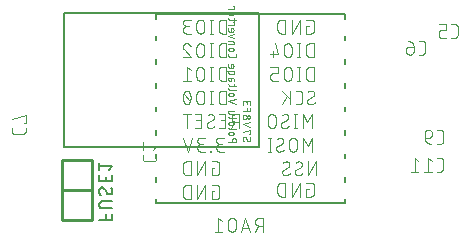
<source format=gbr>
G04 EAGLE Gerber RS-274X export*
G75*
%MOMM*%
%FSLAX34Y34*%
%LPD*%
%INSilkscreen Bottom*%
%IPPOS*%
%AMOC8*
5,1,8,0,0,1.08239X$1,22.5*%
G01*
%ADD10C,0.101600*%
%ADD11C,0.254000*%
%ADD12C,0.127000*%
%ADD13C,0.050800*%


D10*
X757428Y390511D02*
X757428Y387914D01*
X757430Y387815D01*
X757436Y387715D01*
X757445Y387616D01*
X757458Y387518D01*
X757475Y387420D01*
X757496Y387322D01*
X757521Y387226D01*
X757549Y387131D01*
X757581Y387037D01*
X757616Y386944D01*
X757655Y386852D01*
X757698Y386762D01*
X757743Y386674D01*
X757793Y386587D01*
X757845Y386503D01*
X757901Y386420D01*
X757959Y386340D01*
X758021Y386262D01*
X758086Y386187D01*
X758154Y386114D01*
X758224Y386044D01*
X758297Y385976D01*
X758372Y385911D01*
X758450Y385849D01*
X758530Y385791D01*
X758613Y385735D01*
X758697Y385683D01*
X758784Y385633D01*
X758872Y385588D01*
X758962Y385545D01*
X759054Y385506D01*
X759147Y385471D01*
X759241Y385439D01*
X759336Y385411D01*
X759432Y385386D01*
X759530Y385365D01*
X759628Y385348D01*
X759726Y385335D01*
X759825Y385326D01*
X759925Y385320D01*
X760024Y385318D01*
X766516Y385318D01*
X766615Y385320D01*
X766715Y385326D01*
X766814Y385335D01*
X766912Y385348D01*
X767010Y385365D01*
X767108Y385386D01*
X767204Y385411D01*
X767299Y385439D01*
X767393Y385471D01*
X767486Y385506D01*
X767578Y385545D01*
X767668Y385588D01*
X767756Y385633D01*
X767843Y385683D01*
X767927Y385735D01*
X768010Y385791D01*
X768090Y385849D01*
X768168Y385911D01*
X768243Y385976D01*
X768316Y386044D01*
X768386Y386114D01*
X768454Y386187D01*
X768519Y386262D01*
X768581Y386340D01*
X768639Y386420D01*
X768695Y386503D01*
X768747Y386587D01*
X768797Y386674D01*
X768842Y386762D01*
X768885Y386852D01*
X768924Y386944D01*
X768959Y387036D01*
X768991Y387131D01*
X769019Y387226D01*
X769044Y387322D01*
X769065Y387420D01*
X769082Y387518D01*
X769095Y387616D01*
X769104Y387715D01*
X769110Y387815D01*
X769112Y387914D01*
X769112Y390511D01*
X766516Y394876D02*
X769112Y398122D01*
X757428Y398122D01*
X757428Y401367D02*
X757428Y394876D01*
X1006743Y376682D02*
X1009340Y376682D01*
X1009439Y376684D01*
X1009539Y376690D01*
X1009638Y376699D01*
X1009736Y376712D01*
X1009834Y376729D01*
X1009932Y376750D01*
X1010028Y376775D01*
X1010123Y376803D01*
X1010217Y376835D01*
X1010310Y376870D01*
X1010402Y376909D01*
X1010492Y376952D01*
X1010580Y376997D01*
X1010667Y377047D01*
X1010751Y377099D01*
X1010834Y377155D01*
X1010914Y377213D01*
X1010992Y377275D01*
X1011067Y377340D01*
X1011140Y377408D01*
X1011210Y377478D01*
X1011278Y377551D01*
X1011343Y377626D01*
X1011405Y377704D01*
X1011463Y377784D01*
X1011519Y377867D01*
X1011571Y377951D01*
X1011621Y378038D01*
X1011666Y378126D01*
X1011709Y378216D01*
X1011748Y378308D01*
X1011783Y378401D01*
X1011815Y378495D01*
X1011843Y378590D01*
X1011868Y378686D01*
X1011889Y378784D01*
X1011906Y378882D01*
X1011919Y378980D01*
X1011928Y379079D01*
X1011934Y379179D01*
X1011936Y379278D01*
X1011936Y385770D01*
X1011934Y385869D01*
X1011928Y385969D01*
X1011919Y386068D01*
X1011906Y386166D01*
X1011889Y386264D01*
X1011868Y386362D01*
X1011843Y386458D01*
X1011815Y386553D01*
X1011783Y386647D01*
X1011748Y386740D01*
X1011709Y386832D01*
X1011666Y386922D01*
X1011621Y387010D01*
X1011571Y387097D01*
X1011519Y387181D01*
X1011463Y387264D01*
X1011405Y387344D01*
X1011343Y387422D01*
X1011278Y387497D01*
X1011210Y387570D01*
X1011140Y387640D01*
X1011067Y387708D01*
X1010992Y387773D01*
X1010914Y387835D01*
X1010834Y387893D01*
X1010751Y387949D01*
X1010667Y388001D01*
X1010580Y388051D01*
X1010492Y388096D01*
X1010402Y388139D01*
X1010310Y388178D01*
X1010217Y388213D01*
X1010123Y388245D01*
X1010028Y388273D01*
X1009932Y388298D01*
X1009834Y388319D01*
X1009736Y388336D01*
X1009638Y388349D01*
X1009539Y388358D01*
X1009439Y388364D01*
X1009340Y388366D01*
X1006743Y388366D01*
X1002378Y385770D02*
X999132Y388366D01*
X999132Y376682D01*
X995887Y376682D02*
X1002378Y376682D01*
X990948Y385770D02*
X987702Y388366D01*
X987702Y376682D01*
X984457Y376682D02*
X990948Y376682D01*
X1018935Y489966D02*
X1021532Y489966D01*
X1021631Y489968D01*
X1021731Y489974D01*
X1021830Y489983D01*
X1021928Y489996D01*
X1022026Y490013D01*
X1022124Y490034D01*
X1022220Y490059D01*
X1022315Y490087D01*
X1022409Y490119D01*
X1022502Y490154D01*
X1022594Y490193D01*
X1022684Y490236D01*
X1022772Y490281D01*
X1022859Y490331D01*
X1022943Y490383D01*
X1023026Y490439D01*
X1023106Y490497D01*
X1023184Y490559D01*
X1023259Y490624D01*
X1023332Y490692D01*
X1023402Y490762D01*
X1023470Y490835D01*
X1023535Y490910D01*
X1023597Y490988D01*
X1023655Y491068D01*
X1023711Y491151D01*
X1023763Y491235D01*
X1023813Y491322D01*
X1023858Y491410D01*
X1023901Y491500D01*
X1023940Y491592D01*
X1023975Y491685D01*
X1024007Y491779D01*
X1024035Y491874D01*
X1024060Y491970D01*
X1024081Y492068D01*
X1024098Y492166D01*
X1024111Y492264D01*
X1024120Y492363D01*
X1024126Y492463D01*
X1024128Y492562D01*
X1024128Y499054D01*
X1024126Y499153D01*
X1024120Y499253D01*
X1024111Y499352D01*
X1024098Y499450D01*
X1024081Y499548D01*
X1024060Y499646D01*
X1024035Y499742D01*
X1024007Y499837D01*
X1023975Y499931D01*
X1023940Y500024D01*
X1023901Y500116D01*
X1023858Y500206D01*
X1023813Y500294D01*
X1023763Y500381D01*
X1023711Y500465D01*
X1023655Y500548D01*
X1023597Y500628D01*
X1023535Y500706D01*
X1023470Y500781D01*
X1023402Y500854D01*
X1023332Y500924D01*
X1023259Y500992D01*
X1023184Y501057D01*
X1023106Y501119D01*
X1023026Y501177D01*
X1022943Y501233D01*
X1022859Y501285D01*
X1022772Y501335D01*
X1022684Y501380D01*
X1022594Y501423D01*
X1022502Y501462D01*
X1022409Y501497D01*
X1022315Y501529D01*
X1022220Y501557D01*
X1022124Y501582D01*
X1022026Y501603D01*
X1021928Y501620D01*
X1021830Y501633D01*
X1021731Y501642D01*
X1021631Y501648D01*
X1021532Y501650D01*
X1018935Y501650D01*
X1014570Y489966D02*
X1010675Y489966D01*
X1010576Y489968D01*
X1010476Y489974D01*
X1010377Y489983D01*
X1010279Y489996D01*
X1010181Y490013D01*
X1010083Y490034D01*
X1009987Y490059D01*
X1009892Y490087D01*
X1009798Y490119D01*
X1009705Y490154D01*
X1009613Y490193D01*
X1009523Y490236D01*
X1009435Y490281D01*
X1009348Y490331D01*
X1009264Y490383D01*
X1009181Y490439D01*
X1009101Y490497D01*
X1009023Y490559D01*
X1008948Y490624D01*
X1008875Y490692D01*
X1008805Y490762D01*
X1008737Y490835D01*
X1008672Y490910D01*
X1008610Y490988D01*
X1008552Y491068D01*
X1008496Y491151D01*
X1008444Y491235D01*
X1008394Y491322D01*
X1008349Y491410D01*
X1008306Y491500D01*
X1008267Y491592D01*
X1008232Y491685D01*
X1008200Y491779D01*
X1008172Y491874D01*
X1008147Y491970D01*
X1008126Y492068D01*
X1008109Y492166D01*
X1008096Y492264D01*
X1008087Y492363D01*
X1008081Y492463D01*
X1008079Y492562D01*
X1008079Y493861D01*
X1008081Y493960D01*
X1008087Y494060D01*
X1008096Y494159D01*
X1008109Y494257D01*
X1008126Y494355D01*
X1008147Y494453D01*
X1008172Y494549D01*
X1008200Y494644D01*
X1008232Y494738D01*
X1008267Y494831D01*
X1008306Y494923D01*
X1008349Y495013D01*
X1008394Y495101D01*
X1008444Y495188D01*
X1008496Y495272D01*
X1008552Y495355D01*
X1008610Y495435D01*
X1008672Y495513D01*
X1008737Y495588D01*
X1008805Y495661D01*
X1008875Y495731D01*
X1008948Y495799D01*
X1009023Y495864D01*
X1009101Y495926D01*
X1009181Y495984D01*
X1009264Y496040D01*
X1009348Y496092D01*
X1009435Y496142D01*
X1009523Y496187D01*
X1009613Y496230D01*
X1009705Y496269D01*
X1009798Y496304D01*
X1009892Y496336D01*
X1009987Y496364D01*
X1010083Y496389D01*
X1010181Y496410D01*
X1010279Y496427D01*
X1010377Y496440D01*
X1010476Y496449D01*
X1010576Y496455D01*
X1010675Y496457D01*
X1014570Y496457D01*
X1014570Y501650D01*
X1008079Y501650D01*
X993893Y475742D02*
X991296Y475742D01*
X993893Y475742D02*
X993992Y475744D01*
X994092Y475750D01*
X994191Y475759D01*
X994289Y475772D01*
X994387Y475789D01*
X994485Y475810D01*
X994581Y475835D01*
X994676Y475863D01*
X994770Y475895D01*
X994863Y475930D01*
X994955Y475969D01*
X995045Y476012D01*
X995133Y476057D01*
X995220Y476107D01*
X995304Y476159D01*
X995387Y476215D01*
X995467Y476273D01*
X995545Y476335D01*
X995620Y476400D01*
X995693Y476468D01*
X995763Y476538D01*
X995831Y476611D01*
X995896Y476686D01*
X995958Y476764D01*
X996016Y476844D01*
X996072Y476927D01*
X996124Y477011D01*
X996174Y477098D01*
X996219Y477186D01*
X996262Y477276D01*
X996301Y477368D01*
X996336Y477461D01*
X996368Y477555D01*
X996396Y477650D01*
X996421Y477746D01*
X996442Y477844D01*
X996459Y477942D01*
X996472Y478040D01*
X996481Y478139D01*
X996487Y478239D01*
X996489Y478338D01*
X996489Y484830D01*
X996487Y484929D01*
X996481Y485029D01*
X996472Y485128D01*
X996459Y485226D01*
X996442Y485324D01*
X996421Y485422D01*
X996396Y485518D01*
X996368Y485613D01*
X996336Y485707D01*
X996301Y485800D01*
X996262Y485892D01*
X996219Y485982D01*
X996174Y486070D01*
X996124Y486157D01*
X996072Y486241D01*
X996016Y486324D01*
X995958Y486404D01*
X995896Y486482D01*
X995831Y486557D01*
X995763Y486630D01*
X995693Y486700D01*
X995620Y486768D01*
X995545Y486833D01*
X995467Y486895D01*
X995387Y486953D01*
X995304Y487009D01*
X995220Y487061D01*
X995133Y487111D01*
X995045Y487156D01*
X994955Y487199D01*
X994863Y487238D01*
X994770Y487273D01*
X994676Y487305D01*
X994581Y487333D01*
X994485Y487358D01*
X994387Y487379D01*
X994289Y487396D01*
X994191Y487409D01*
X994092Y487418D01*
X993992Y487424D01*
X993893Y487426D01*
X991296Y487426D01*
X986931Y482233D02*
X983036Y482233D01*
X982937Y482231D01*
X982837Y482225D01*
X982738Y482216D01*
X982640Y482203D01*
X982542Y482186D01*
X982444Y482165D01*
X982348Y482140D01*
X982253Y482112D01*
X982159Y482080D01*
X982066Y482045D01*
X981974Y482006D01*
X981884Y481963D01*
X981796Y481918D01*
X981709Y481868D01*
X981625Y481816D01*
X981542Y481760D01*
X981462Y481702D01*
X981384Y481640D01*
X981309Y481575D01*
X981236Y481507D01*
X981166Y481437D01*
X981098Y481364D01*
X981033Y481289D01*
X980971Y481211D01*
X980913Y481131D01*
X980857Y481048D01*
X980805Y480964D01*
X980755Y480877D01*
X980710Y480789D01*
X980667Y480699D01*
X980628Y480607D01*
X980593Y480514D01*
X980561Y480420D01*
X980533Y480325D01*
X980508Y480229D01*
X980487Y480131D01*
X980470Y480033D01*
X980457Y479935D01*
X980448Y479836D01*
X980442Y479736D01*
X980440Y479637D01*
X980440Y478988D01*
X980442Y478875D01*
X980448Y478762D01*
X980458Y478649D01*
X980472Y478536D01*
X980489Y478424D01*
X980511Y478313D01*
X980536Y478203D01*
X980566Y478093D01*
X980599Y477985D01*
X980636Y477878D01*
X980676Y477772D01*
X980721Y477668D01*
X980769Y477565D01*
X980820Y477464D01*
X980875Y477365D01*
X980933Y477268D01*
X980995Y477173D01*
X981060Y477080D01*
X981128Y476990D01*
X981199Y476902D01*
X981274Y476816D01*
X981351Y476733D01*
X981431Y476653D01*
X981514Y476576D01*
X981600Y476501D01*
X981688Y476430D01*
X981778Y476362D01*
X981871Y476297D01*
X981966Y476235D01*
X982063Y476177D01*
X982162Y476122D01*
X982263Y476071D01*
X982366Y476023D01*
X982470Y475978D01*
X982576Y475938D01*
X982683Y475901D01*
X982791Y475868D01*
X982901Y475838D01*
X983011Y475813D01*
X983122Y475791D01*
X983234Y475774D01*
X983347Y475760D01*
X983460Y475750D01*
X983573Y475744D01*
X983686Y475742D01*
X983799Y475744D01*
X983912Y475750D01*
X984025Y475760D01*
X984138Y475774D01*
X984250Y475791D01*
X984361Y475813D01*
X984471Y475838D01*
X984581Y475868D01*
X984689Y475901D01*
X984796Y475938D01*
X984902Y475978D01*
X985006Y476023D01*
X985109Y476071D01*
X985210Y476122D01*
X985309Y476177D01*
X985406Y476235D01*
X985501Y476297D01*
X985594Y476362D01*
X985684Y476430D01*
X985772Y476501D01*
X985858Y476576D01*
X985941Y476653D01*
X986021Y476733D01*
X986098Y476816D01*
X986173Y476902D01*
X986244Y476990D01*
X986312Y477080D01*
X986377Y477173D01*
X986439Y477268D01*
X986497Y477365D01*
X986552Y477464D01*
X986603Y477565D01*
X986651Y477668D01*
X986696Y477772D01*
X986736Y477878D01*
X986773Y477985D01*
X986806Y478093D01*
X986836Y478203D01*
X986861Y478313D01*
X986883Y478424D01*
X986900Y478536D01*
X986914Y478649D01*
X986924Y478762D01*
X986930Y478875D01*
X986932Y478988D01*
X986931Y478988D02*
X986931Y482233D01*
X986929Y482376D01*
X986923Y482519D01*
X986913Y482662D01*
X986899Y482804D01*
X986882Y482946D01*
X986860Y483088D01*
X986835Y483229D01*
X986805Y483369D01*
X986772Y483508D01*
X986735Y483646D01*
X986694Y483783D01*
X986650Y483919D01*
X986601Y484054D01*
X986549Y484187D01*
X986494Y484319D01*
X986434Y484449D01*
X986371Y484578D01*
X986305Y484705D01*
X986235Y484830D01*
X986162Y484952D01*
X986085Y485073D01*
X986005Y485192D01*
X985922Y485308D01*
X985836Y485423D01*
X985747Y485534D01*
X985654Y485644D01*
X985559Y485750D01*
X985460Y485854D01*
X985359Y485955D01*
X985255Y486054D01*
X985149Y486149D01*
X985039Y486242D01*
X984928Y486331D01*
X984813Y486417D01*
X984697Y486500D01*
X984578Y486580D01*
X984457Y486657D01*
X984335Y486730D01*
X984210Y486800D01*
X984083Y486866D01*
X983954Y486929D01*
X983824Y486989D01*
X983692Y487044D01*
X983559Y487096D01*
X983424Y487145D01*
X983288Y487189D01*
X983151Y487230D01*
X983013Y487267D01*
X982874Y487300D01*
X982734Y487330D01*
X982593Y487355D01*
X982451Y487377D01*
X982309Y487394D01*
X982167Y487408D01*
X982024Y487418D01*
X981881Y487424D01*
X981738Y487426D01*
X646684Y413625D02*
X646684Y411028D01*
X646686Y410929D01*
X646692Y410829D01*
X646701Y410730D01*
X646714Y410632D01*
X646731Y410534D01*
X646752Y410436D01*
X646777Y410340D01*
X646805Y410245D01*
X646837Y410151D01*
X646872Y410058D01*
X646911Y409966D01*
X646954Y409876D01*
X646999Y409788D01*
X647049Y409701D01*
X647101Y409617D01*
X647157Y409534D01*
X647215Y409454D01*
X647277Y409376D01*
X647342Y409301D01*
X647410Y409228D01*
X647480Y409158D01*
X647553Y409090D01*
X647628Y409025D01*
X647706Y408963D01*
X647786Y408905D01*
X647869Y408849D01*
X647953Y408797D01*
X648040Y408747D01*
X648128Y408702D01*
X648218Y408659D01*
X648310Y408620D01*
X648403Y408585D01*
X648497Y408553D01*
X648592Y408525D01*
X648688Y408500D01*
X648786Y408479D01*
X648884Y408462D01*
X648982Y408449D01*
X649081Y408440D01*
X649181Y408434D01*
X649280Y408432D01*
X655772Y408432D01*
X655871Y408434D01*
X655971Y408440D01*
X656070Y408449D01*
X656168Y408462D01*
X656266Y408479D01*
X656364Y408500D01*
X656460Y408525D01*
X656555Y408553D01*
X656649Y408585D01*
X656742Y408620D01*
X656834Y408659D01*
X656924Y408702D01*
X657012Y408747D01*
X657099Y408797D01*
X657183Y408849D01*
X657266Y408905D01*
X657346Y408963D01*
X657424Y409025D01*
X657499Y409090D01*
X657572Y409158D01*
X657642Y409228D01*
X657710Y409301D01*
X657775Y409376D01*
X657837Y409454D01*
X657895Y409534D01*
X657951Y409617D01*
X658003Y409701D01*
X658053Y409788D01*
X658098Y409876D01*
X658141Y409966D01*
X658180Y410058D01*
X658215Y410150D01*
X658247Y410245D01*
X658275Y410340D01*
X658300Y410436D01*
X658321Y410534D01*
X658338Y410632D01*
X658351Y410730D01*
X658360Y410829D01*
X658366Y410929D01*
X658368Y411028D01*
X658368Y413625D01*
X658368Y417990D02*
X657070Y417990D01*
X658368Y417990D02*
X658368Y424481D01*
X646684Y421236D01*
X1006997Y400304D02*
X1009594Y400304D01*
X1009693Y400306D01*
X1009793Y400312D01*
X1009892Y400321D01*
X1009990Y400334D01*
X1010088Y400351D01*
X1010186Y400372D01*
X1010282Y400397D01*
X1010377Y400425D01*
X1010471Y400457D01*
X1010564Y400492D01*
X1010656Y400531D01*
X1010746Y400574D01*
X1010834Y400619D01*
X1010921Y400669D01*
X1011005Y400721D01*
X1011088Y400777D01*
X1011168Y400835D01*
X1011246Y400897D01*
X1011321Y400962D01*
X1011394Y401030D01*
X1011464Y401100D01*
X1011532Y401173D01*
X1011597Y401248D01*
X1011659Y401326D01*
X1011717Y401406D01*
X1011773Y401489D01*
X1011825Y401573D01*
X1011875Y401660D01*
X1011920Y401748D01*
X1011963Y401838D01*
X1012002Y401930D01*
X1012037Y402023D01*
X1012069Y402117D01*
X1012097Y402212D01*
X1012122Y402308D01*
X1012143Y402406D01*
X1012160Y402504D01*
X1012173Y402602D01*
X1012182Y402701D01*
X1012188Y402801D01*
X1012190Y402900D01*
X1012190Y409392D01*
X1012188Y409491D01*
X1012182Y409591D01*
X1012173Y409690D01*
X1012160Y409788D01*
X1012143Y409886D01*
X1012122Y409984D01*
X1012097Y410080D01*
X1012069Y410175D01*
X1012037Y410269D01*
X1012002Y410362D01*
X1011963Y410454D01*
X1011920Y410544D01*
X1011875Y410632D01*
X1011825Y410719D01*
X1011773Y410803D01*
X1011717Y410886D01*
X1011659Y410966D01*
X1011597Y411044D01*
X1011532Y411119D01*
X1011464Y411192D01*
X1011394Y411262D01*
X1011321Y411330D01*
X1011246Y411395D01*
X1011168Y411457D01*
X1011088Y411515D01*
X1011005Y411571D01*
X1010921Y411623D01*
X1010834Y411673D01*
X1010746Y411718D01*
X1010656Y411761D01*
X1010564Y411800D01*
X1010471Y411835D01*
X1010377Y411867D01*
X1010282Y411895D01*
X1010186Y411920D01*
X1010088Y411941D01*
X1009990Y411958D01*
X1009892Y411971D01*
X1009793Y411980D01*
X1009693Y411986D01*
X1009594Y411988D01*
X1006997Y411988D01*
X1000035Y405497D02*
X996141Y405497D01*
X1000035Y405497D02*
X1000134Y405499D01*
X1000234Y405505D01*
X1000333Y405514D01*
X1000431Y405527D01*
X1000529Y405544D01*
X1000627Y405565D01*
X1000723Y405590D01*
X1000818Y405618D01*
X1000912Y405650D01*
X1001005Y405685D01*
X1001097Y405724D01*
X1001187Y405767D01*
X1001275Y405812D01*
X1001362Y405862D01*
X1001446Y405914D01*
X1001529Y405970D01*
X1001609Y406028D01*
X1001687Y406090D01*
X1001762Y406155D01*
X1001835Y406223D01*
X1001905Y406293D01*
X1001973Y406366D01*
X1002038Y406441D01*
X1002100Y406519D01*
X1002158Y406599D01*
X1002214Y406682D01*
X1002266Y406766D01*
X1002316Y406853D01*
X1002361Y406941D01*
X1002404Y407031D01*
X1002443Y407123D01*
X1002478Y407216D01*
X1002510Y407310D01*
X1002538Y407405D01*
X1002563Y407501D01*
X1002584Y407599D01*
X1002601Y407697D01*
X1002614Y407795D01*
X1002623Y407894D01*
X1002629Y407994D01*
X1002631Y408093D01*
X1002632Y408093D02*
X1002632Y408742D01*
X1002630Y408855D01*
X1002624Y408968D01*
X1002614Y409081D01*
X1002600Y409194D01*
X1002583Y409306D01*
X1002561Y409417D01*
X1002536Y409527D01*
X1002506Y409637D01*
X1002473Y409745D01*
X1002436Y409852D01*
X1002396Y409958D01*
X1002351Y410062D01*
X1002303Y410165D01*
X1002252Y410266D01*
X1002197Y410365D01*
X1002139Y410462D01*
X1002077Y410557D01*
X1002012Y410650D01*
X1001944Y410740D01*
X1001873Y410828D01*
X1001798Y410914D01*
X1001721Y410997D01*
X1001641Y411077D01*
X1001558Y411154D01*
X1001472Y411229D01*
X1001384Y411300D01*
X1001294Y411368D01*
X1001201Y411433D01*
X1001106Y411495D01*
X1001009Y411553D01*
X1000910Y411608D01*
X1000809Y411659D01*
X1000706Y411707D01*
X1000602Y411752D01*
X1000496Y411792D01*
X1000389Y411829D01*
X1000281Y411862D01*
X1000171Y411892D01*
X1000061Y411917D01*
X999950Y411939D01*
X999838Y411956D01*
X999725Y411970D01*
X999612Y411980D01*
X999499Y411986D01*
X999386Y411988D01*
X999273Y411986D01*
X999160Y411980D01*
X999047Y411970D01*
X998934Y411956D01*
X998822Y411939D01*
X998711Y411917D01*
X998601Y411892D01*
X998491Y411862D01*
X998383Y411829D01*
X998276Y411792D01*
X998170Y411752D01*
X998066Y411707D01*
X997963Y411659D01*
X997862Y411608D01*
X997763Y411553D01*
X997666Y411495D01*
X997571Y411433D01*
X997478Y411368D01*
X997388Y411300D01*
X997300Y411229D01*
X997214Y411154D01*
X997131Y411077D01*
X997051Y410997D01*
X996974Y410914D01*
X996899Y410828D01*
X996828Y410740D01*
X996760Y410650D01*
X996695Y410557D01*
X996633Y410462D01*
X996575Y410365D01*
X996520Y410266D01*
X996469Y410165D01*
X996421Y410062D01*
X996376Y409958D01*
X996336Y409852D01*
X996299Y409745D01*
X996266Y409637D01*
X996236Y409527D01*
X996211Y409417D01*
X996189Y409306D01*
X996172Y409194D01*
X996158Y409081D01*
X996148Y408968D01*
X996142Y408855D01*
X996140Y408742D01*
X996141Y408742D02*
X996141Y405497D01*
X996143Y405354D01*
X996149Y405211D01*
X996159Y405068D01*
X996173Y404926D01*
X996190Y404784D01*
X996212Y404642D01*
X996237Y404501D01*
X996267Y404361D01*
X996300Y404222D01*
X996337Y404084D01*
X996378Y403947D01*
X996422Y403811D01*
X996471Y403676D01*
X996523Y403543D01*
X996578Y403411D01*
X996638Y403281D01*
X996701Y403152D01*
X996767Y403025D01*
X996837Y402901D01*
X996910Y402778D01*
X996987Y402657D01*
X997067Y402538D01*
X997150Y402422D01*
X997236Y402307D01*
X997325Y402196D01*
X997418Y402086D01*
X997513Y401980D01*
X997612Y401876D01*
X997713Y401775D01*
X997817Y401676D01*
X997923Y401581D01*
X998033Y401488D01*
X998144Y401399D01*
X998259Y401313D01*
X998375Y401230D01*
X998494Y401150D01*
X998615Y401073D01*
X998738Y401000D01*
X998862Y400930D01*
X998989Y400864D01*
X999118Y400801D01*
X999248Y400741D01*
X999380Y400686D01*
X999513Y400634D01*
X999648Y400585D01*
X999784Y400541D01*
X999921Y400500D01*
X1000059Y400463D01*
X1000198Y400430D01*
X1000338Y400400D01*
X1000479Y400375D01*
X1000621Y400353D01*
X1000763Y400336D01*
X1000905Y400322D01*
X1001048Y400312D01*
X1001191Y400306D01*
X1001334Y400304D01*
D11*
X714248Y335788D02*
X688848Y335788D01*
X688848Y386588D01*
X714248Y361188D02*
X714248Y335788D01*
X714248Y361188D02*
X714248Y386588D01*
X688848Y386588D01*
X688848Y361188D02*
X714248Y361188D01*
D12*
X720471Y335661D02*
X731901Y335661D01*
X731901Y340741D01*
X726821Y340741D02*
X726821Y335661D01*
X723646Y345542D02*
X731901Y345542D01*
X723646Y345542D02*
X723535Y345544D01*
X723425Y345550D01*
X723314Y345559D01*
X723204Y345573D01*
X723095Y345590D01*
X722986Y345611D01*
X722878Y345636D01*
X722771Y345665D01*
X722665Y345697D01*
X722560Y345733D01*
X722457Y345773D01*
X722355Y345816D01*
X722254Y345863D01*
X722155Y345914D01*
X722059Y345967D01*
X721964Y346024D01*
X721871Y346085D01*
X721780Y346148D01*
X721691Y346215D01*
X721605Y346285D01*
X721522Y346358D01*
X721440Y346433D01*
X721362Y346511D01*
X721287Y346593D01*
X721214Y346676D01*
X721144Y346762D01*
X721077Y346851D01*
X721014Y346942D01*
X720953Y347035D01*
X720896Y347130D01*
X720843Y347226D01*
X720792Y347325D01*
X720745Y347426D01*
X720702Y347528D01*
X720662Y347631D01*
X720626Y347736D01*
X720594Y347842D01*
X720565Y347949D01*
X720540Y348057D01*
X720519Y348166D01*
X720502Y348275D01*
X720488Y348385D01*
X720479Y348496D01*
X720473Y348606D01*
X720471Y348717D01*
X720473Y348828D01*
X720479Y348938D01*
X720488Y349049D01*
X720502Y349159D01*
X720519Y349268D01*
X720540Y349377D01*
X720565Y349485D01*
X720594Y349592D01*
X720626Y349698D01*
X720662Y349803D01*
X720702Y349906D01*
X720745Y350008D01*
X720792Y350109D01*
X720843Y350208D01*
X720896Y350305D01*
X720953Y350399D01*
X721014Y350492D01*
X721077Y350583D01*
X721144Y350672D01*
X721214Y350758D01*
X721287Y350841D01*
X721362Y350923D01*
X721440Y351001D01*
X721522Y351076D01*
X721605Y351149D01*
X721691Y351219D01*
X721780Y351286D01*
X721871Y351349D01*
X721964Y351410D01*
X722059Y351467D01*
X722155Y351520D01*
X722254Y351571D01*
X722355Y351618D01*
X722457Y351661D01*
X722560Y351701D01*
X722665Y351737D01*
X722771Y351769D01*
X722878Y351798D01*
X722986Y351823D01*
X723095Y351844D01*
X723204Y351861D01*
X723314Y351875D01*
X723425Y351884D01*
X723535Y351890D01*
X723646Y351892D01*
X731901Y351892D01*
X723011Y363322D02*
X722911Y363320D01*
X722812Y363314D01*
X722712Y363304D01*
X722614Y363291D01*
X722515Y363273D01*
X722418Y363252D01*
X722322Y363227D01*
X722226Y363198D01*
X722132Y363165D01*
X722039Y363129D01*
X721948Y363089D01*
X721858Y363045D01*
X721770Y362998D01*
X721684Y362948D01*
X721600Y362894D01*
X721518Y362837D01*
X721439Y362777D01*
X721361Y362713D01*
X721287Y362647D01*
X721215Y362578D01*
X721146Y362506D01*
X721080Y362432D01*
X721016Y362354D01*
X720956Y362275D01*
X720899Y362193D01*
X720845Y362109D01*
X720795Y362023D01*
X720748Y361935D01*
X720704Y361845D01*
X720664Y361754D01*
X720628Y361661D01*
X720595Y361567D01*
X720566Y361471D01*
X720541Y361375D01*
X720520Y361278D01*
X720502Y361179D01*
X720489Y361081D01*
X720479Y360981D01*
X720473Y360882D01*
X720471Y360782D01*
X720473Y360641D01*
X720478Y360500D01*
X720488Y360359D01*
X720501Y360218D01*
X720517Y360078D01*
X720538Y359938D01*
X720562Y359799D01*
X720590Y359660D01*
X720621Y359523D01*
X720656Y359386D01*
X720694Y359250D01*
X720736Y359115D01*
X720782Y358982D01*
X720831Y358849D01*
X720884Y358718D01*
X720940Y358589D01*
X720999Y358460D01*
X721062Y358334D01*
X721128Y358209D01*
X721197Y358086D01*
X721270Y357965D01*
X721346Y357846D01*
X721425Y357728D01*
X721506Y357613D01*
X721591Y357501D01*
X721679Y357390D01*
X721770Y357282D01*
X721863Y357176D01*
X721960Y357073D01*
X722059Y356972D01*
X729361Y357289D02*
X729461Y357291D01*
X729560Y357297D01*
X729660Y357307D01*
X729758Y357320D01*
X729857Y357338D01*
X729954Y357359D01*
X730050Y357384D01*
X730146Y357413D01*
X730240Y357446D01*
X730333Y357482D01*
X730424Y357522D01*
X730514Y357566D01*
X730602Y357613D01*
X730688Y357663D01*
X730772Y357717D01*
X730854Y357774D01*
X730933Y357834D01*
X731011Y357898D01*
X731085Y357964D01*
X731157Y358033D01*
X731226Y358105D01*
X731292Y358179D01*
X731356Y358257D01*
X731416Y358336D01*
X731473Y358418D01*
X731527Y358502D01*
X731577Y358588D01*
X731624Y358676D01*
X731668Y358766D01*
X731708Y358857D01*
X731744Y358950D01*
X731777Y359044D01*
X731806Y359140D01*
X731831Y359236D01*
X731852Y359333D01*
X731870Y359432D01*
X731883Y359530D01*
X731893Y359630D01*
X731899Y359729D01*
X731901Y359829D01*
X731902Y359829D02*
X731900Y359962D01*
X731895Y360095D01*
X731885Y360228D01*
X731872Y360361D01*
X731855Y360493D01*
X731835Y360625D01*
X731811Y360756D01*
X731783Y360886D01*
X731752Y361016D01*
X731717Y361144D01*
X731678Y361272D01*
X731636Y361398D01*
X731590Y361523D01*
X731541Y361647D01*
X731489Y361770D01*
X731433Y361891D01*
X731373Y362010D01*
X731311Y362128D01*
X731245Y362243D01*
X731176Y362357D01*
X731103Y362469D01*
X731028Y362579D01*
X730949Y362687D01*
X727138Y358559D02*
X727190Y358475D01*
X727245Y358392D01*
X727304Y358312D01*
X727365Y358234D01*
X727429Y358159D01*
X727497Y358086D01*
X727567Y358015D01*
X727639Y357948D01*
X727714Y357883D01*
X727792Y357821D01*
X727872Y357762D01*
X727954Y357706D01*
X728038Y357654D01*
X728124Y357605D01*
X728212Y357559D01*
X728302Y357516D01*
X728393Y357477D01*
X728486Y357442D01*
X728580Y357410D01*
X728675Y357382D01*
X728771Y357357D01*
X728868Y357337D01*
X728966Y357319D01*
X729064Y357306D01*
X729163Y357297D01*
X729262Y357291D01*
X729361Y357289D01*
X725234Y362052D02*
X725182Y362136D01*
X725127Y362219D01*
X725068Y362299D01*
X725007Y362377D01*
X724943Y362452D01*
X724875Y362525D01*
X724805Y362596D01*
X724733Y362663D01*
X724658Y362728D01*
X724580Y362790D01*
X724500Y362849D01*
X724418Y362905D01*
X724334Y362957D01*
X724248Y363006D01*
X724160Y363052D01*
X724070Y363095D01*
X723979Y363134D01*
X723886Y363169D01*
X723792Y363201D01*
X723697Y363229D01*
X723601Y363254D01*
X723504Y363274D01*
X723406Y363292D01*
X723308Y363305D01*
X723209Y363314D01*
X723110Y363320D01*
X723011Y363322D01*
X725234Y362052D02*
X727139Y358559D01*
X720471Y368427D02*
X720471Y373507D01*
X720471Y368427D02*
X731901Y368427D01*
X731901Y373507D01*
X726821Y372237D02*
X726821Y368427D01*
X729361Y377927D02*
X731901Y381102D01*
X720471Y381102D01*
X720471Y377927D02*
X720471Y384277D01*
X769122Y509768D02*
X929122Y509768D01*
X929122Y349768D02*
X769122Y349768D01*
X769122Y467768D02*
X769122Y471768D01*
X769122Y487768D02*
X769122Y491768D01*
X769122Y505768D02*
X769122Y509768D01*
X929122Y509768D02*
X929122Y505768D01*
X769122Y451768D02*
X769122Y447768D01*
X769122Y431768D02*
X769122Y427768D01*
X769122Y411768D02*
X769122Y407768D01*
X769122Y391768D02*
X769122Y387768D01*
X769122Y371768D02*
X769122Y367768D01*
X769122Y353768D02*
X769122Y349768D01*
X929122Y349768D02*
X929122Y353768D01*
X929122Y367768D02*
X929122Y371768D01*
X929122Y387768D02*
X929122Y391768D01*
X929122Y407768D02*
X929122Y411768D01*
X929122Y427768D02*
X929122Y431768D01*
X929122Y447768D02*
X929122Y451768D01*
X929122Y467768D02*
X929122Y471768D01*
X929122Y487768D02*
X929122Y491768D01*
D10*
X817961Y360067D02*
X816014Y360067D01*
X816014Y353576D01*
X819909Y353576D01*
X820008Y353578D01*
X820108Y353584D01*
X820207Y353593D01*
X820305Y353606D01*
X820403Y353623D01*
X820501Y353644D01*
X820597Y353669D01*
X820692Y353697D01*
X820786Y353729D01*
X820879Y353764D01*
X820971Y353803D01*
X821061Y353846D01*
X821149Y353891D01*
X821236Y353941D01*
X821320Y353993D01*
X821403Y354049D01*
X821483Y354107D01*
X821561Y354169D01*
X821636Y354234D01*
X821709Y354302D01*
X821779Y354372D01*
X821847Y354445D01*
X821912Y354520D01*
X821974Y354598D01*
X822032Y354678D01*
X822088Y354761D01*
X822140Y354845D01*
X822190Y354932D01*
X822235Y355020D01*
X822278Y355110D01*
X822317Y355202D01*
X822352Y355295D01*
X822384Y355389D01*
X822412Y355484D01*
X822437Y355580D01*
X822458Y355678D01*
X822475Y355776D01*
X822488Y355874D01*
X822497Y355973D01*
X822503Y356073D01*
X822505Y356172D01*
X822505Y362664D01*
X822503Y362763D01*
X822497Y362863D01*
X822488Y362962D01*
X822475Y363060D01*
X822458Y363158D01*
X822437Y363256D01*
X822412Y363352D01*
X822384Y363447D01*
X822352Y363541D01*
X822317Y363634D01*
X822278Y363726D01*
X822235Y363816D01*
X822190Y363904D01*
X822140Y363991D01*
X822088Y364075D01*
X822032Y364158D01*
X821974Y364238D01*
X821912Y364316D01*
X821847Y364391D01*
X821779Y364464D01*
X821709Y364534D01*
X821636Y364602D01*
X821561Y364667D01*
X821483Y364729D01*
X821403Y364787D01*
X821320Y364843D01*
X821236Y364895D01*
X821149Y364945D01*
X821061Y364990D01*
X820971Y365033D01*
X820879Y365072D01*
X820786Y365107D01*
X820692Y365139D01*
X820597Y365167D01*
X820501Y365192D01*
X820403Y365213D01*
X820305Y365230D01*
X820207Y365243D01*
X820108Y365252D01*
X820008Y365258D01*
X819909Y365260D01*
X816014Y365260D01*
X810313Y365260D02*
X810313Y353576D01*
X803822Y353576D02*
X810313Y365260D01*
X803822Y365260D02*
X803822Y353576D01*
X798121Y353576D02*
X798121Y365260D01*
X794876Y365260D01*
X794763Y365258D01*
X794650Y365252D01*
X794537Y365242D01*
X794424Y365228D01*
X794312Y365211D01*
X794201Y365189D01*
X794091Y365164D01*
X793981Y365134D01*
X793873Y365101D01*
X793766Y365064D01*
X793660Y365024D01*
X793556Y364979D01*
X793453Y364931D01*
X793352Y364880D01*
X793253Y364825D01*
X793156Y364767D01*
X793061Y364705D01*
X792968Y364640D01*
X792878Y364572D01*
X792790Y364501D01*
X792704Y364426D01*
X792621Y364349D01*
X792541Y364269D01*
X792464Y364186D01*
X792389Y364100D01*
X792318Y364012D01*
X792250Y363922D01*
X792185Y363829D01*
X792123Y363734D01*
X792065Y363637D01*
X792010Y363538D01*
X791959Y363437D01*
X791911Y363334D01*
X791866Y363230D01*
X791826Y363124D01*
X791789Y363017D01*
X791756Y362909D01*
X791726Y362799D01*
X791701Y362689D01*
X791679Y362578D01*
X791662Y362466D01*
X791648Y362353D01*
X791638Y362240D01*
X791632Y362127D01*
X791630Y362014D01*
X791630Y356822D01*
X791632Y356709D01*
X791638Y356596D01*
X791648Y356483D01*
X791662Y356370D01*
X791679Y356258D01*
X791701Y356147D01*
X791726Y356037D01*
X791756Y355927D01*
X791789Y355819D01*
X791826Y355712D01*
X791866Y355606D01*
X791911Y355502D01*
X791959Y355399D01*
X792010Y355298D01*
X792065Y355199D01*
X792123Y355102D01*
X792185Y355007D01*
X792250Y354914D01*
X792318Y354824D01*
X792389Y354736D01*
X792464Y354650D01*
X792541Y354567D01*
X792621Y354487D01*
X792704Y354410D01*
X792790Y354335D01*
X792878Y354264D01*
X792968Y354196D01*
X793061Y354131D01*
X793156Y354069D01*
X793253Y354011D01*
X793352Y353956D01*
X793453Y353905D01*
X793556Y353857D01*
X793660Y353812D01*
X793766Y353772D01*
X793873Y353735D01*
X793981Y353702D01*
X794091Y353672D01*
X794201Y353647D01*
X794312Y353625D01*
X794424Y353608D01*
X794537Y353594D01*
X794650Y353584D01*
X794763Y353578D01*
X794876Y353576D01*
X798121Y353576D01*
X816014Y380067D02*
X817961Y380067D01*
X816014Y380067D02*
X816014Y373576D01*
X819909Y373576D01*
X820008Y373578D01*
X820108Y373584D01*
X820207Y373593D01*
X820305Y373606D01*
X820403Y373623D01*
X820501Y373644D01*
X820597Y373669D01*
X820692Y373697D01*
X820786Y373729D01*
X820879Y373764D01*
X820971Y373803D01*
X821061Y373846D01*
X821149Y373891D01*
X821236Y373941D01*
X821320Y373993D01*
X821403Y374049D01*
X821483Y374107D01*
X821561Y374169D01*
X821636Y374234D01*
X821709Y374302D01*
X821779Y374372D01*
X821847Y374445D01*
X821912Y374520D01*
X821974Y374598D01*
X822032Y374678D01*
X822088Y374761D01*
X822140Y374845D01*
X822190Y374932D01*
X822235Y375020D01*
X822278Y375110D01*
X822317Y375202D01*
X822352Y375295D01*
X822384Y375389D01*
X822412Y375484D01*
X822437Y375580D01*
X822458Y375678D01*
X822475Y375776D01*
X822488Y375874D01*
X822497Y375973D01*
X822503Y376073D01*
X822505Y376172D01*
X822505Y382664D01*
X822503Y382763D01*
X822497Y382863D01*
X822488Y382962D01*
X822475Y383060D01*
X822458Y383158D01*
X822437Y383256D01*
X822412Y383352D01*
X822384Y383447D01*
X822352Y383541D01*
X822317Y383634D01*
X822278Y383726D01*
X822235Y383816D01*
X822190Y383904D01*
X822140Y383991D01*
X822088Y384075D01*
X822032Y384158D01*
X821974Y384238D01*
X821912Y384316D01*
X821847Y384391D01*
X821779Y384464D01*
X821709Y384534D01*
X821636Y384602D01*
X821561Y384667D01*
X821483Y384729D01*
X821403Y384787D01*
X821320Y384843D01*
X821236Y384895D01*
X821149Y384945D01*
X821061Y384990D01*
X820971Y385033D01*
X820879Y385072D01*
X820786Y385107D01*
X820692Y385139D01*
X820597Y385167D01*
X820501Y385192D01*
X820403Y385213D01*
X820305Y385230D01*
X820207Y385243D01*
X820108Y385252D01*
X820008Y385258D01*
X819909Y385260D01*
X816014Y385260D01*
X810313Y385260D02*
X810313Y373576D01*
X803822Y373576D02*
X810313Y385260D01*
X803822Y385260D02*
X803822Y373576D01*
X798121Y373576D02*
X798121Y385260D01*
X794876Y385260D01*
X794763Y385258D01*
X794650Y385252D01*
X794537Y385242D01*
X794424Y385228D01*
X794312Y385211D01*
X794201Y385189D01*
X794091Y385164D01*
X793981Y385134D01*
X793873Y385101D01*
X793766Y385064D01*
X793660Y385024D01*
X793556Y384979D01*
X793453Y384931D01*
X793352Y384880D01*
X793253Y384825D01*
X793156Y384767D01*
X793061Y384705D01*
X792968Y384640D01*
X792878Y384572D01*
X792790Y384501D01*
X792704Y384426D01*
X792621Y384349D01*
X792541Y384269D01*
X792464Y384186D01*
X792389Y384100D01*
X792318Y384012D01*
X792250Y383922D01*
X792185Y383829D01*
X792123Y383734D01*
X792065Y383637D01*
X792010Y383538D01*
X791959Y383437D01*
X791911Y383334D01*
X791866Y383230D01*
X791826Y383124D01*
X791789Y383017D01*
X791756Y382909D01*
X791726Y382799D01*
X791701Y382689D01*
X791679Y382578D01*
X791662Y382466D01*
X791648Y382353D01*
X791638Y382240D01*
X791632Y382127D01*
X791630Y382014D01*
X791630Y376822D01*
X791632Y376709D01*
X791638Y376596D01*
X791648Y376483D01*
X791662Y376370D01*
X791679Y376258D01*
X791701Y376147D01*
X791726Y376037D01*
X791756Y375927D01*
X791789Y375819D01*
X791826Y375712D01*
X791866Y375606D01*
X791911Y375502D01*
X791959Y375399D01*
X792010Y375298D01*
X792065Y375199D01*
X792123Y375102D01*
X792185Y375007D01*
X792250Y374914D01*
X792318Y374824D01*
X792389Y374736D01*
X792464Y374650D01*
X792541Y374567D01*
X792621Y374487D01*
X792704Y374410D01*
X792790Y374335D01*
X792878Y374264D01*
X792968Y374196D01*
X793061Y374131D01*
X793156Y374069D01*
X793253Y374011D01*
X793352Y373956D01*
X793453Y373905D01*
X793556Y373857D01*
X793660Y373812D01*
X793766Y373772D01*
X793873Y373735D01*
X793981Y373702D01*
X794091Y373672D01*
X794201Y373647D01*
X794312Y373625D01*
X794424Y373608D01*
X794537Y373594D01*
X794650Y373584D01*
X794763Y373578D01*
X794876Y373576D01*
X798121Y373576D01*
X822957Y393576D02*
X826202Y393576D01*
X822957Y393576D02*
X822844Y393578D01*
X822731Y393584D01*
X822618Y393594D01*
X822505Y393608D01*
X822393Y393625D01*
X822282Y393647D01*
X822172Y393672D01*
X822062Y393702D01*
X821954Y393735D01*
X821847Y393772D01*
X821741Y393812D01*
X821637Y393857D01*
X821534Y393905D01*
X821433Y393956D01*
X821334Y394011D01*
X821237Y394069D01*
X821142Y394131D01*
X821049Y394196D01*
X820959Y394264D01*
X820871Y394335D01*
X820785Y394410D01*
X820702Y394487D01*
X820622Y394567D01*
X820545Y394650D01*
X820470Y394736D01*
X820399Y394824D01*
X820331Y394914D01*
X820266Y395007D01*
X820204Y395102D01*
X820146Y395199D01*
X820091Y395298D01*
X820040Y395399D01*
X819992Y395502D01*
X819947Y395606D01*
X819907Y395712D01*
X819870Y395819D01*
X819837Y395927D01*
X819807Y396037D01*
X819782Y396147D01*
X819760Y396258D01*
X819743Y396370D01*
X819729Y396483D01*
X819719Y396596D01*
X819713Y396709D01*
X819711Y396822D01*
X819713Y396935D01*
X819719Y397048D01*
X819729Y397161D01*
X819743Y397274D01*
X819760Y397386D01*
X819782Y397497D01*
X819807Y397607D01*
X819837Y397717D01*
X819870Y397825D01*
X819907Y397932D01*
X819947Y398038D01*
X819992Y398142D01*
X820040Y398245D01*
X820091Y398346D01*
X820146Y398445D01*
X820204Y398542D01*
X820266Y398637D01*
X820331Y398730D01*
X820399Y398820D01*
X820470Y398908D01*
X820545Y398994D01*
X820622Y399077D01*
X820702Y399157D01*
X820785Y399234D01*
X820871Y399309D01*
X820959Y399380D01*
X821049Y399448D01*
X821142Y399513D01*
X821237Y399575D01*
X821334Y399633D01*
X821433Y399688D01*
X821534Y399739D01*
X821637Y399787D01*
X821741Y399832D01*
X821847Y399872D01*
X821954Y399909D01*
X822062Y399942D01*
X822172Y399972D01*
X822282Y399997D01*
X822393Y400019D01*
X822505Y400036D01*
X822618Y400050D01*
X822731Y400060D01*
X822844Y400066D01*
X822957Y400068D01*
X822307Y405260D02*
X826202Y405260D01*
X822307Y405260D02*
X822206Y405258D01*
X822106Y405252D01*
X822006Y405242D01*
X821906Y405229D01*
X821807Y405211D01*
X821708Y405190D01*
X821611Y405165D01*
X821514Y405136D01*
X821419Y405103D01*
X821325Y405067D01*
X821233Y405027D01*
X821142Y404984D01*
X821053Y404937D01*
X820966Y404887D01*
X820880Y404833D01*
X820797Y404776D01*
X820717Y404716D01*
X820638Y404653D01*
X820562Y404586D01*
X820489Y404517D01*
X820419Y404445D01*
X820351Y404371D01*
X820286Y404294D01*
X820225Y404214D01*
X820166Y404132D01*
X820111Y404048D01*
X820059Y403962D01*
X820010Y403874D01*
X819965Y403784D01*
X819923Y403692D01*
X819885Y403599D01*
X819851Y403504D01*
X819820Y403409D01*
X819793Y403312D01*
X819770Y403214D01*
X819750Y403115D01*
X819735Y403015D01*
X819723Y402915D01*
X819715Y402815D01*
X819711Y402714D01*
X819711Y402614D01*
X819715Y402513D01*
X819723Y402413D01*
X819735Y402313D01*
X819750Y402213D01*
X819770Y402114D01*
X819793Y402016D01*
X819820Y401919D01*
X819851Y401824D01*
X819885Y401729D01*
X819923Y401636D01*
X819965Y401544D01*
X820010Y401454D01*
X820059Y401366D01*
X820111Y401280D01*
X820166Y401196D01*
X820225Y401114D01*
X820286Y401034D01*
X820351Y400957D01*
X820419Y400883D01*
X820489Y400811D01*
X820562Y400742D01*
X820638Y400675D01*
X820717Y400612D01*
X820797Y400552D01*
X820880Y400495D01*
X820966Y400441D01*
X821053Y400391D01*
X821142Y400344D01*
X821233Y400301D01*
X821325Y400261D01*
X821419Y400225D01*
X821514Y400192D01*
X821611Y400163D01*
X821708Y400138D01*
X821807Y400117D01*
X821906Y400099D01*
X822006Y400086D01*
X822106Y400076D01*
X822206Y400070D01*
X822307Y400068D01*
X822307Y400067D02*
X824904Y400067D01*
X815280Y394225D02*
X815280Y393576D01*
X815280Y394225D02*
X814631Y394225D01*
X814631Y393576D01*
X815280Y393576D01*
X810200Y393576D02*
X806955Y393576D01*
X806842Y393578D01*
X806729Y393584D01*
X806616Y393594D01*
X806503Y393608D01*
X806391Y393625D01*
X806280Y393647D01*
X806170Y393672D01*
X806060Y393702D01*
X805952Y393735D01*
X805845Y393772D01*
X805739Y393812D01*
X805635Y393857D01*
X805532Y393905D01*
X805431Y393956D01*
X805332Y394011D01*
X805235Y394069D01*
X805140Y394131D01*
X805047Y394196D01*
X804957Y394264D01*
X804869Y394335D01*
X804783Y394410D01*
X804700Y394487D01*
X804620Y394567D01*
X804543Y394650D01*
X804468Y394736D01*
X804397Y394824D01*
X804329Y394914D01*
X804264Y395007D01*
X804202Y395102D01*
X804144Y395199D01*
X804089Y395298D01*
X804038Y395399D01*
X803990Y395502D01*
X803945Y395606D01*
X803905Y395712D01*
X803868Y395819D01*
X803835Y395927D01*
X803805Y396037D01*
X803780Y396147D01*
X803758Y396258D01*
X803741Y396370D01*
X803727Y396483D01*
X803717Y396596D01*
X803711Y396709D01*
X803709Y396822D01*
X803711Y396935D01*
X803717Y397048D01*
X803727Y397161D01*
X803741Y397274D01*
X803758Y397386D01*
X803780Y397497D01*
X803805Y397607D01*
X803835Y397717D01*
X803868Y397825D01*
X803905Y397932D01*
X803945Y398038D01*
X803990Y398142D01*
X804038Y398245D01*
X804089Y398346D01*
X804144Y398445D01*
X804202Y398542D01*
X804264Y398637D01*
X804329Y398730D01*
X804397Y398820D01*
X804468Y398908D01*
X804543Y398994D01*
X804620Y399077D01*
X804700Y399157D01*
X804783Y399234D01*
X804869Y399309D01*
X804957Y399380D01*
X805047Y399448D01*
X805140Y399513D01*
X805235Y399575D01*
X805332Y399633D01*
X805431Y399688D01*
X805532Y399739D01*
X805635Y399787D01*
X805739Y399832D01*
X805845Y399872D01*
X805952Y399909D01*
X806060Y399942D01*
X806170Y399972D01*
X806280Y399997D01*
X806391Y400019D01*
X806503Y400036D01*
X806616Y400050D01*
X806729Y400060D01*
X806842Y400066D01*
X806955Y400068D01*
X806306Y405260D02*
X810200Y405260D01*
X806306Y405260D02*
X806205Y405258D01*
X806105Y405252D01*
X806005Y405242D01*
X805905Y405229D01*
X805806Y405211D01*
X805707Y405190D01*
X805610Y405165D01*
X805513Y405136D01*
X805418Y405103D01*
X805324Y405067D01*
X805232Y405027D01*
X805141Y404984D01*
X805052Y404937D01*
X804965Y404887D01*
X804879Y404833D01*
X804796Y404776D01*
X804716Y404716D01*
X804637Y404653D01*
X804561Y404586D01*
X804488Y404517D01*
X804418Y404445D01*
X804350Y404371D01*
X804285Y404294D01*
X804224Y404214D01*
X804165Y404132D01*
X804110Y404048D01*
X804058Y403962D01*
X804009Y403874D01*
X803964Y403784D01*
X803922Y403692D01*
X803884Y403599D01*
X803850Y403504D01*
X803819Y403409D01*
X803792Y403312D01*
X803769Y403214D01*
X803749Y403115D01*
X803734Y403015D01*
X803722Y402915D01*
X803714Y402815D01*
X803710Y402714D01*
X803710Y402614D01*
X803714Y402513D01*
X803722Y402413D01*
X803734Y402313D01*
X803749Y402213D01*
X803769Y402114D01*
X803792Y402016D01*
X803819Y401919D01*
X803850Y401824D01*
X803884Y401729D01*
X803922Y401636D01*
X803964Y401544D01*
X804009Y401454D01*
X804058Y401366D01*
X804110Y401280D01*
X804165Y401196D01*
X804224Y401114D01*
X804285Y401034D01*
X804350Y400957D01*
X804418Y400883D01*
X804488Y400811D01*
X804561Y400742D01*
X804637Y400675D01*
X804716Y400612D01*
X804796Y400552D01*
X804879Y400495D01*
X804965Y400441D01*
X805052Y400391D01*
X805141Y400344D01*
X805232Y400301D01*
X805324Y400261D01*
X805418Y400225D01*
X805513Y400192D01*
X805610Y400163D01*
X805707Y400138D01*
X805806Y400117D01*
X805905Y400099D01*
X806005Y400086D01*
X806105Y400076D01*
X806205Y400070D01*
X806306Y400068D01*
X806306Y400067D02*
X808902Y400067D01*
X799419Y405260D02*
X795525Y393576D01*
X791630Y405260D01*
X839195Y413576D02*
X839195Y425260D01*
X835950Y425260D01*
X835837Y425258D01*
X835724Y425252D01*
X835611Y425242D01*
X835498Y425228D01*
X835386Y425211D01*
X835275Y425189D01*
X835165Y425164D01*
X835055Y425134D01*
X834947Y425101D01*
X834840Y425064D01*
X834734Y425024D01*
X834630Y424979D01*
X834527Y424931D01*
X834426Y424880D01*
X834327Y424825D01*
X834230Y424767D01*
X834135Y424705D01*
X834042Y424640D01*
X833952Y424572D01*
X833864Y424501D01*
X833778Y424426D01*
X833695Y424349D01*
X833615Y424269D01*
X833538Y424186D01*
X833463Y424100D01*
X833392Y424012D01*
X833324Y423922D01*
X833259Y423829D01*
X833197Y423734D01*
X833139Y423637D01*
X833084Y423538D01*
X833033Y423437D01*
X832985Y423334D01*
X832940Y423230D01*
X832900Y423124D01*
X832863Y423017D01*
X832830Y422909D01*
X832800Y422799D01*
X832775Y422689D01*
X832753Y422578D01*
X832736Y422466D01*
X832722Y422353D01*
X832712Y422240D01*
X832706Y422127D01*
X832704Y422014D01*
X832706Y421901D01*
X832712Y421788D01*
X832722Y421675D01*
X832736Y421562D01*
X832753Y421450D01*
X832775Y421339D01*
X832800Y421229D01*
X832830Y421119D01*
X832863Y421011D01*
X832900Y420904D01*
X832940Y420798D01*
X832985Y420694D01*
X833033Y420591D01*
X833084Y420490D01*
X833139Y420391D01*
X833197Y420294D01*
X833259Y420199D01*
X833324Y420106D01*
X833392Y420016D01*
X833463Y419928D01*
X833538Y419842D01*
X833615Y419759D01*
X833695Y419679D01*
X833778Y419602D01*
X833864Y419527D01*
X833952Y419456D01*
X834042Y419388D01*
X834135Y419323D01*
X834230Y419261D01*
X834327Y419203D01*
X834426Y419148D01*
X834527Y419097D01*
X834630Y419049D01*
X834734Y419004D01*
X834840Y418964D01*
X834947Y418927D01*
X835055Y418894D01*
X835165Y418864D01*
X835275Y418839D01*
X835386Y418817D01*
X835498Y418800D01*
X835611Y418786D01*
X835724Y418776D01*
X835837Y418770D01*
X835950Y418768D01*
X835950Y418769D02*
X839195Y418769D01*
X835301Y418769D02*
X832704Y413576D01*
X827435Y413576D02*
X822243Y413576D01*
X827435Y413576D02*
X827435Y425260D01*
X822243Y425260D01*
X823541Y420067D02*
X827435Y420067D01*
X814419Y413576D02*
X814320Y413578D01*
X814220Y413584D01*
X814121Y413593D01*
X814023Y413606D01*
X813925Y413623D01*
X813827Y413644D01*
X813731Y413669D01*
X813636Y413697D01*
X813542Y413729D01*
X813449Y413764D01*
X813357Y413803D01*
X813267Y413846D01*
X813179Y413891D01*
X813092Y413941D01*
X813008Y413993D01*
X812925Y414049D01*
X812845Y414107D01*
X812767Y414169D01*
X812692Y414234D01*
X812619Y414302D01*
X812549Y414372D01*
X812481Y414445D01*
X812416Y414520D01*
X812354Y414598D01*
X812296Y414678D01*
X812240Y414761D01*
X812188Y414845D01*
X812138Y414932D01*
X812093Y415020D01*
X812050Y415110D01*
X812011Y415202D01*
X811976Y415295D01*
X811944Y415389D01*
X811916Y415484D01*
X811891Y415580D01*
X811870Y415678D01*
X811853Y415776D01*
X811840Y415874D01*
X811831Y415973D01*
X811825Y416073D01*
X811823Y416172D01*
X814419Y413576D02*
X814563Y413578D01*
X814708Y413584D01*
X814852Y413593D01*
X814995Y413606D01*
X815139Y413623D01*
X815282Y413644D01*
X815424Y413669D01*
X815565Y413697D01*
X815706Y413729D01*
X815846Y413765D01*
X815985Y413804D01*
X816123Y413847D01*
X816259Y413894D01*
X816395Y413944D01*
X816529Y413998D01*
X816661Y414055D01*
X816792Y414116D01*
X816921Y414180D01*
X817049Y414248D01*
X817175Y414319D01*
X817299Y414393D01*
X817420Y414470D01*
X817540Y414551D01*
X817658Y414634D01*
X817773Y414721D01*
X817886Y414811D01*
X817997Y414904D01*
X818105Y414999D01*
X818211Y415098D01*
X818314Y415199D01*
X817989Y422664D02*
X817987Y422763D01*
X817981Y422863D01*
X817972Y422962D01*
X817959Y423060D01*
X817942Y423158D01*
X817921Y423256D01*
X817896Y423352D01*
X817868Y423447D01*
X817836Y423541D01*
X817801Y423634D01*
X817762Y423726D01*
X817719Y423816D01*
X817674Y423904D01*
X817624Y423991D01*
X817572Y424075D01*
X817516Y424158D01*
X817458Y424238D01*
X817396Y424316D01*
X817331Y424391D01*
X817263Y424464D01*
X817193Y424534D01*
X817120Y424602D01*
X817045Y424667D01*
X816967Y424729D01*
X816887Y424787D01*
X816804Y424843D01*
X816720Y424895D01*
X816633Y424945D01*
X816545Y424990D01*
X816455Y425033D01*
X816363Y425072D01*
X816270Y425107D01*
X816176Y425139D01*
X816081Y425167D01*
X815985Y425192D01*
X815887Y425213D01*
X815789Y425230D01*
X815691Y425243D01*
X815592Y425252D01*
X815492Y425258D01*
X815393Y425260D01*
X815257Y425258D01*
X815121Y425252D01*
X814985Y425243D01*
X814849Y425230D01*
X814714Y425212D01*
X814580Y425192D01*
X814446Y425167D01*
X814312Y425139D01*
X814180Y425106D01*
X814049Y425071D01*
X813918Y425031D01*
X813789Y424988D01*
X813661Y424942D01*
X813535Y424891D01*
X813409Y424838D01*
X813286Y424780D01*
X813164Y424720D01*
X813044Y424656D01*
X812925Y424588D01*
X812809Y424518D01*
X812695Y424444D01*
X812582Y424367D01*
X812472Y424286D01*
X816692Y420392D02*
X816778Y420445D01*
X816862Y420502D01*
X816944Y420561D01*
X817024Y420624D01*
X817101Y420690D01*
X817176Y420758D01*
X817248Y420830D01*
X817317Y420904D01*
X817383Y420981D01*
X817446Y421060D01*
X817506Y421142D01*
X817563Y421226D01*
X817617Y421312D01*
X817667Y421400D01*
X817714Y421490D01*
X817758Y421581D01*
X817797Y421675D01*
X817834Y421769D01*
X817866Y421865D01*
X817895Y421963D01*
X817920Y422061D01*
X817941Y422160D01*
X817959Y422260D01*
X817972Y422360D01*
X817982Y422461D01*
X817988Y422563D01*
X817990Y422664D01*
X813121Y418444D02*
X813035Y418391D01*
X812951Y418334D01*
X812869Y418275D01*
X812789Y418212D01*
X812712Y418146D01*
X812637Y418078D01*
X812565Y418006D01*
X812496Y417932D01*
X812430Y417855D01*
X812367Y417776D01*
X812307Y417694D01*
X812250Y417610D01*
X812196Y417524D01*
X812146Y417436D01*
X812099Y417346D01*
X812055Y417255D01*
X812016Y417161D01*
X811979Y417067D01*
X811947Y416971D01*
X811918Y416873D01*
X811893Y416775D01*
X811872Y416676D01*
X811854Y416576D01*
X811841Y416476D01*
X811831Y416375D01*
X811825Y416273D01*
X811823Y416172D01*
X813121Y418444D02*
X816691Y420392D01*
X806862Y413576D02*
X801669Y413576D01*
X806862Y413576D02*
X806862Y425260D01*
X801669Y425260D01*
X802967Y420067D02*
X806862Y420067D01*
X794876Y425260D02*
X794876Y413576D01*
X798121Y425260D02*
X791630Y425260D01*
X828220Y433576D02*
X828220Y445260D01*
X824975Y445260D01*
X824862Y445258D01*
X824749Y445252D01*
X824636Y445242D01*
X824523Y445228D01*
X824411Y445211D01*
X824300Y445189D01*
X824190Y445164D01*
X824080Y445134D01*
X823972Y445101D01*
X823865Y445064D01*
X823759Y445024D01*
X823655Y444979D01*
X823552Y444931D01*
X823451Y444880D01*
X823352Y444825D01*
X823255Y444767D01*
X823160Y444705D01*
X823067Y444640D01*
X822977Y444572D01*
X822889Y444501D01*
X822803Y444426D01*
X822720Y444349D01*
X822640Y444269D01*
X822563Y444186D01*
X822488Y444100D01*
X822417Y444012D01*
X822349Y443922D01*
X822284Y443829D01*
X822222Y443734D01*
X822164Y443637D01*
X822109Y443538D01*
X822058Y443437D01*
X822010Y443334D01*
X821965Y443230D01*
X821925Y443124D01*
X821888Y443017D01*
X821855Y442909D01*
X821825Y442799D01*
X821800Y442689D01*
X821778Y442578D01*
X821761Y442466D01*
X821747Y442353D01*
X821737Y442240D01*
X821731Y442127D01*
X821729Y442014D01*
X821729Y436822D01*
X821731Y436709D01*
X821737Y436596D01*
X821747Y436483D01*
X821761Y436370D01*
X821778Y436258D01*
X821800Y436147D01*
X821825Y436037D01*
X821855Y435927D01*
X821888Y435819D01*
X821925Y435712D01*
X821965Y435606D01*
X822010Y435502D01*
X822058Y435399D01*
X822109Y435298D01*
X822164Y435199D01*
X822222Y435102D01*
X822284Y435007D01*
X822349Y434914D01*
X822417Y434824D01*
X822488Y434736D01*
X822563Y434650D01*
X822640Y434567D01*
X822720Y434487D01*
X822803Y434410D01*
X822889Y434335D01*
X822977Y434264D01*
X823067Y434196D01*
X823160Y434131D01*
X823255Y434069D01*
X823352Y434011D01*
X823451Y433956D01*
X823552Y433905D01*
X823655Y433857D01*
X823759Y433812D01*
X823865Y433772D01*
X823972Y433735D01*
X824080Y433702D01*
X824190Y433672D01*
X824300Y433647D01*
X824411Y433625D01*
X824523Y433608D01*
X824636Y433594D01*
X824749Y433584D01*
X824862Y433578D01*
X824975Y433576D01*
X828220Y433576D01*
X815450Y433576D02*
X815450Y445260D01*
X816748Y433576D02*
X814151Y433576D01*
X814151Y445260D02*
X816748Y445260D01*
X809551Y442014D02*
X809551Y436822D01*
X809552Y442014D02*
X809550Y442127D01*
X809544Y442240D01*
X809534Y442353D01*
X809520Y442466D01*
X809503Y442578D01*
X809481Y442689D01*
X809456Y442799D01*
X809426Y442909D01*
X809393Y443017D01*
X809356Y443124D01*
X809316Y443230D01*
X809271Y443334D01*
X809223Y443437D01*
X809172Y443538D01*
X809117Y443637D01*
X809059Y443734D01*
X808997Y443829D01*
X808932Y443922D01*
X808864Y444012D01*
X808793Y444100D01*
X808718Y444186D01*
X808641Y444269D01*
X808561Y444349D01*
X808478Y444426D01*
X808392Y444501D01*
X808304Y444572D01*
X808214Y444640D01*
X808121Y444705D01*
X808026Y444767D01*
X807929Y444825D01*
X807830Y444880D01*
X807729Y444931D01*
X807626Y444979D01*
X807522Y445024D01*
X807416Y445064D01*
X807309Y445101D01*
X807201Y445134D01*
X807091Y445164D01*
X806981Y445189D01*
X806870Y445211D01*
X806758Y445228D01*
X806645Y445242D01*
X806532Y445252D01*
X806419Y445258D01*
X806306Y445260D01*
X806193Y445258D01*
X806080Y445252D01*
X805967Y445242D01*
X805854Y445228D01*
X805742Y445211D01*
X805631Y445189D01*
X805521Y445164D01*
X805411Y445134D01*
X805303Y445101D01*
X805196Y445064D01*
X805090Y445024D01*
X804986Y444979D01*
X804883Y444931D01*
X804782Y444880D01*
X804683Y444825D01*
X804586Y444767D01*
X804491Y444705D01*
X804398Y444640D01*
X804308Y444572D01*
X804220Y444501D01*
X804134Y444426D01*
X804051Y444349D01*
X803971Y444269D01*
X803894Y444186D01*
X803819Y444100D01*
X803748Y444012D01*
X803680Y443922D01*
X803615Y443829D01*
X803553Y443734D01*
X803495Y443637D01*
X803440Y443538D01*
X803389Y443437D01*
X803341Y443334D01*
X803296Y443230D01*
X803256Y443124D01*
X803219Y443017D01*
X803186Y442909D01*
X803156Y442799D01*
X803131Y442689D01*
X803109Y442578D01*
X803092Y442466D01*
X803078Y442353D01*
X803068Y442240D01*
X803062Y442127D01*
X803060Y442014D01*
X803060Y436822D01*
X803062Y436709D01*
X803068Y436596D01*
X803078Y436483D01*
X803092Y436370D01*
X803109Y436258D01*
X803131Y436147D01*
X803156Y436037D01*
X803186Y435927D01*
X803219Y435819D01*
X803256Y435712D01*
X803296Y435606D01*
X803341Y435502D01*
X803389Y435399D01*
X803440Y435298D01*
X803495Y435199D01*
X803553Y435102D01*
X803615Y435007D01*
X803680Y434914D01*
X803748Y434824D01*
X803819Y434736D01*
X803894Y434650D01*
X803971Y434567D01*
X804051Y434487D01*
X804134Y434410D01*
X804220Y434335D01*
X804308Y434264D01*
X804398Y434196D01*
X804491Y434131D01*
X804586Y434069D01*
X804683Y434011D01*
X804782Y433956D01*
X804883Y433905D01*
X804986Y433857D01*
X805090Y433812D01*
X805196Y433772D01*
X805303Y433735D01*
X805411Y433702D01*
X805521Y433672D01*
X805631Y433647D01*
X805742Y433625D01*
X805854Y433608D01*
X805967Y433594D01*
X806080Y433584D01*
X806193Y433578D01*
X806306Y433576D01*
X806419Y433578D01*
X806532Y433584D01*
X806645Y433594D01*
X806758Y433608D01*
X806870Y433625D01*
X806981Y433647D01*
X807091Y433672D01*
X807201Y433702D01*
X807309Y433735D01*
X807416Y433772D01*
X807522Y433812D01*
X807626Y433857D01*
X807729Y433905D01*
X807830Y433956D01*
X807929Y434011D01*
X808026Y434069D01*
X808121Y434131D01*
X808214Y434196D01*
X808304Y434264D01*
X808392Y434335D01*
X808478Y434410D01*
X808561Y434487D01*
X808641Y434567D01*
X808718Y434650D01*
X808793Y434736D01*
X808864Y434824D01*
X808932Y434914D01*
X808997Y435007D01*
X809059Y435102D01*
X809117Y435199D01*
X809172Y435298D01*
X809223Y435399D01*
X809271Y435502D01*
X809316Y435606D01*
X809356Y435712D01*
X809393Y435819D01*
X809426Y435927D01*
X809456Y436037D01*
X809481Y436147D01*
X809503Y436258D01*
X809520Y436370D01*
X809534Y436483D01*
X809544Y436596D01*
X809550Y436709D01*
X809552Y436822D01*
X798122Y439418D02*
X798119Y439648D01*
X798111Y439878D01*
X798097Y440107D01*
X798078Y440336D01*
X798053Y440565D01*
X798023Y440793D01*
X797988Y441020D01*
X797947Y441246D01*
X797901Y441471D01*
X797849Y441695D01*
X797792Y441918D01*
X797730Y442139D01*
X797662Y442359D01*
X797589Y442577D01*
X797511Y442793D01*
X797428Y443007D01*
X797340Y443220D01*
X797247Y443430D01*
X797148Y443637D01*
X797115Y443727D01*
X797079Y443816D01*
X797039Y443904D01*
X796995Y443989D01*
X796948Y444073D01*
X796898Y444155D01*
X796844Y444235D01*
X796788Y444312D01*
X796728Y444388D01*
X796665Y444461D01*
X796600Y444531D01*
X796531Y444599D01*
X796460Y444663D01*
X796387Y444725D01*
X796311Y444784D01*
X796233Y444840D01*
X796152Y444893D01*
X796070Y444942D01*
X795986Y444988D01*
X795899Y445031D01*
X795812Y445070D01*
X795722Y445106D01*
X795632Y445138D01*
X795540Y445166D01*
X795447Y445191D01*
X795353Y445212D01*
X795259Y445229D01*
X795164Y445243D01*
X795068Y445252D01*
X794972Y445258D01*
X794876Y445260D01*
X794780Y445258D01*
X794684Y445252D01*
X794588Y445243D01*
X794493Y445229D01*
X794399Y445212D01*
X794305Y445191D01*
X794212Y445166D01*
X794120Y445138D01*
X794030Y445106D01*
X793940Y445070D01*
X793853Y445031D01*
X793766Y444988D01*
X793682Y444942D01*
X793600Y444893D01*
X793519Y444840D01*
X793441Y444784D01*
X793365Y444725D01*
X793292Y444663D01*
X793221Y444599D01*
X793152Y444531D01*
X793087Y444461D01*
X793024Y444388D01*
X792964Y444313D01*
X792908Y444235D01*
X792854Y444155D01*
X792804Y444073D01*
X792757Y443989D01*
X792714Y443904D01*
X792673Y443816D01*
X792637Y443727D01*
X792604Y443637D01*
X792505Y443429D01*
X792412Y443219D01*
X792324Y443007D01*
X792241Y442793D01*
X792163Y442576D01*
X792090Y442358D01*
X792022Y442139D01*
X791960Y441917D01*
X791903Y441695D01*
X791851Y441471D01*
X791805Y441246D01*
X791764Y441020D01*
X791729Y440792D01*
X791699Y440565D01*
X791674Y440336D01*
X791655Y440107D01*
X791641Y439878D01*
X791633Y439648D01*
X791630Y439418D01*
X798121Y439418D02*
X798118Y439188D01*
X798110Y438958D01*
X798096Y438729D01*
X798077Y438500D01*
X798052Y438271D01*
X798022Y438043D01*
X797987Y437816D01*
X797946Y437590D01*
X797900Y437365D01*
X797848Y437141D01*
X797791Y436918D01*
X797729Y436697D01*
X797661Y436477D01*
X797588Y436259D01*
X797510Y436043D01*
X797427Y435829D01*
X797339Y435617D01*
X797246Y435406D01*
X797147Y435199D01*
X797148Y435199D02*
X797115Y435109D01*
X797079Y435020D01*
X797038Y434932D01*
X796995Y434847D01*
X796948Y434763D01*
X796898Y434681D01*
X796844Y434601D01*
X796788Y434524D01*
X796728Y434448D01*
X796665Y434375D01*
X796600Y434305D01*
X796531Y434237D01*
X796460Y434173D01*
X796387Y434111D01*
X796311Y434052D01*
X796233Y433996D01*
X796152Y433943D01*
X796070Y433894D01*
X795986Y433848D01*
X795899Y433805D01*
X795812Y433766D01*
X795722Y433730D01*
X795632Y433698D01*
X795540Y433670D01*
X795447Y433645D01*
X795353Y433624D01*
X795259Y433607D01*
X795164Y433593D01*
X795068Y433584D01*
X794972Y433578D01*
X794876Y433576D01*
X792604Y435199D02*
X792505Y435406D01*
X792412Y435617D01*
X792324Y435829D01*
X792241Y436043D01*
X792163Y436259D01*
X792090Y436477D01*
X792022Y436697D01*
X791960Y436918D01*
X791903Y437141D01*
X791851Y437365D01*
X791805Y437590D01*
X791764Y437816D01*
X791729Y438043D01*
X791699Y438271D01*
X791674Y438500D01*
X791655Y438729D01*
X791641Y438958D01*
X791633Y439188D01*
X791630Y439418D01*
X792604Y435199D02*
X792637Y435109D01*
X792673Y435020D01*
X792714Y434932D01*
X792757Y434847D01*
X792804Y434763D01*
X792854Y434681D01*
X792908Y434601D01*
X792964Y434523D01*
X793024Y434448D01*
X793087Y434375D01*
X793152Y434305D01*
X793221Y434237D01*
X793292Y434173D01*
X793365Y434111D01*
X793441Y434052D01*
X793519Y433996D01*
X793600Y433943D01*
X793682Y433894D01*
X793766Y433848D01*
X793853Y433805D01*
X793940Y433766D01*
X794030Y433730D01*
X794120Y433698D01*
X794212Y433670D01*
X794305Y433645D01*
X794399Y433624D01*
X794493Y433607D01*
X794588Y433593D01*
X794684Y433584D01*
X794780Y433578D01*
X794876Y433576D01*
X797472Y436172D02*
X792279Y442664D01*
X828220Y453576D02*
X828220Y465260D01*
X824975Y465260D01*
X824862Y465258D01*
X824749Y465252D01*
X824636Y465242D01*
X824523Y465228D01*
X824411Y465211D01*
X824300Y465189D01*
X824190Y465164D01*
X824080Y465134D01*
X823972Y465101D01*
X823865Y465064D01*
X823759Y465024D01*
X823655Y464979D01*
X823552Y464931D01*
X823451Y464880D01*
X823352Y464825D01*
X823255Y464767D01*
X823160Y464705D01*
X823067Y464640D01*
X822977Y464572D01*
X822889Y464501D01*
X822803Y464426D01*
X822720Y464349D01*
X822640Y464269D01*
X822563Y464186D01*
X822488Y464100D01*
X822417Y464012D01*
X822349Y463922D01*
X822284Y463829D01*
X822222Y463734D01*
X822164Y463637D01*
X822109Y463538D01*
X822058Y463437D01*
X822010Y463334D01*
X821965Y463230D01*
X821925Y463124D01*
X821888Y463017D01*
X821855Y462909D01*
X821825Y462799D01*
X821800Y462689D01*
X821778Y462578D01*
X821761Y462466D01*
X821747Y462353D01*
X821737Y462240D01*
X821731Y462127D01*
X821729Y462014D01*
X821729Y456822D01*
X821731Y456709D01*
X821737Y456596D01*
X821747Y456483D01*
X821761Y456370D01*
X821778Y456258D01*
X821800Y456147D01*
X821825Y456037D01*
X821855Y455927D01*
X821888Y455819D01*
X821925Y455712D01*
X821965Y455606D01*
X822010Y455502D01*
X822058Y455399D01*
X822109Y455298D01*
X822164Y455199D01*
X822222Y455102D01*
X822284Y455007D01*
X822349Y454914D01*
X822417Y454824D01*
X822488Y454736D01*
X822563Y454650D01*
X822640Y454567D01*
X822720Y454487D01*
X822803Y454410D01*
X822889Y454335D01*
X822977Y454264D01*
X823067Y454196D01*
X823160Y454131D01*
X823255Y454069D01*
X823352Y454011D01*
X823451Y453956D01*
X823552Y453905D01*
X823655Y453857D01*
X823759Y453812D01*
X823865Y453772D01*
X823972Y453735D01*
X824080Y453702D01*
X824190Y453672D01*
X824300Y453647D01*
X824411Y453625D01*
X824523Y453608D01*
X824636Y453594D01*
X824749Y453584D01*
X824862Y453578D01*
X824975Y453576D01*
X828220Y453576D01*
X815450Y453576D02*
X815450Y465260D01*
X816748Y453576D02*
X814151Y453576D01*
X814151Y465260D02*
X816748Y465260D01*
X809551Y462014D02*
X809551Y456822D01*
X809552Y462014D02*
X809550Y462127D01*
X809544Y462240D01*
X809534Y462353D01*
X809520Y462466D01*
X809503Y462578D01*
X809481Y462689D01*
X809456Y462799D01*
X809426Y462909D01*
X809393Y463017D01*
X809356Y463124D01*
X809316Y463230D01*
X809271Y463334D01*
X809223Y463437D01*
X809172Y463538D01*
X809117Y463637D01*
X809059Y463734D01*
X808997Y463829D01*
X808932Y463922D01*
X808864Y464012D01*
X808793Y464100D01*
X808718Y464186D01*
X808641Y464269D01*
X808561Y464349D01*
X808478Y464426D01*
X808392Y464501D01*
X808304Y464572D01*
X808214Y464640D01*
X808121Y464705D01*
X808026Y464767D01*
X807929Y464825D01*
X807830Y464880D01*
X807729Y464931D01*
X807626Y464979D01*
X807522Y465024D01*
X807416Y465064D01*
X807309Y465101D01*
X807201Y465134D01*
X807091Y465164D01*
X806981Y465189D01*
X806870Y465211D01*
X806758Y465228D01*
X806645Y465242D01*
X806532Y465252D01*
X806419Y465258D01*
X806306Y465260D01*
X806193Y465258D01*
X806080Y465252D01*
X805967Y465242D01*
X805854Y465228D01*
X805742Y465211D01*
X805631Y465189D01*
X805521Y465164D01*
X805411Y465134D01*
X805303Y465101D01*
X805196Y465064D01*
X805090Y465024D01*
X804986Y464979D01*
X804883Y464931D01*
X804782Y464880D01*
X804683Y464825D01*
X804586Y464767D01*
X804491Y464705D01*
X804398Y464640D01*
X804308Y464572D01*
X804220Y464501D01*
X804134Y464426D01*
X804051Y464349D01*
X803971Y464269D01*
X803894Y464186D01*
X803819Y464100D01*
X803748Y464012D01*
X803680Y463922D01*
X803615Y463829D01*
X803553Y463734D01*
X803495Y463637D01*
X803440Y463538D01*
X803389Y463437D01*
X803341Y463334D01*
X803296Y463230D01*
X803256Y463124D01*
X803219Y463017D01*
X803186Y462909D01*
X803156Y462799D01*
X803131Y462689D01*
X803109Y462578D01*
X803092Y462466D01*
X803078Y462353D01*
X803068Y462240D01*
X803062Y462127D01*
X803060Y462014D01*
X803060Y456822D01*
X803062Y456709D01*
X803068Y456596D01*
X803078Y456483D01*
X803092Y456370D01*
X803109Y456258D01*
X803131Y456147D01*
X803156Y456037D01*
X803186Y455927D01*
X803219Y455819D01*
X803256Y455712D01*
X803296Y455606D01*
X803341Y455502D01*
X803389Y455399D01*
X803440Y455298D01*
X803495Y455199D01*
X803553Y455102D01*
X803615Y455007D01*
X803680Y454914D01*
X803748Y454824D01*
X803819Y454736D01*
X803894Y454650D01*
X803971Y454567D01*
X804051Y454487D01*
X804134Y454410D01*
X804220Y454335D01*
X804308Y454264D01*
X804398Y454196D01*
X804491Y454131D01*
X804586Y454069D01*
X804683Y454011D01*
X804782Y453956D01*
X804883Y453905D01*
X804986Y453857D01*
X805090Y453812D01*
X805196Y453772D01*
X805303Y453735D01*
X805411Y453702D01*
X805521Y453672D01*
X805631Y453647D01*
X805742Y453625D01*
X805854Y453608D01*
X805967Y453594D01*
X806080Y453584D01*
X806193Y453578D01*
X806306Y453576D01*
X806419Y453578D01*
X806532Y453584D01*
X806645Y453594D01*
X806758Y453608D01*
X806870Y453625D01*
X806981Y453647D01*
X807091Y453672D01*
X807201Y453702D01*
X807309Y453735D01*
X807416Y453772D01*
X807522Y453812D01*
X807626Y453857D01*
X807729Y453905D01*
X807830Y453956D01*
X807929Y454011D01*
X808026Y454069D01*
X808121Y454131D01*
X808214Y454196D01*
X808304Y454264D01*
X808392Y454335D01*
X808478Y454410D01*
X808561Y454487D01*
X808641Y454567D01*
X808718Y454650D01*
X808793Y454736D01*
X808864Y454824D01*
X808932Y454914D01*
X808997Y455007D01*
X809059Y455102D01*
X809117Y455199D01*
X809172Y455298D01*
X809223Y455399D01*
X809271Y455502D01*
X809316Y455606D01*
X809356Y455712D01*
X809393Y455819D01*
X809426Y455927D01*
X809456Y456037D01*
X809481Y456147D01*
X809503Y456258D01*
X809520Y456370D01*
X809534Y456483D01*
X809544Y456596D01*
X809550Y456709D01*
X809552Y456822D01*
X798121Y462664D02*
X794876Y465260D01*
X794876Y453576D01*
X798121Y453576D02*
X791630Y453576D01*
X828220Y473576D02*
X828220Y485260D01*
X824975Y485260D01*
X824862Y485258D01*
X824749Y485252D01*
X824636Y485242D01*
X824523Y485228D01*
X824411Y485211D01*
X824300Y485189D01*
X824190Y485164D01*
X824080Y485134D01*
X823972Y485101D01*
X823865Y485064D01*
X823759Y485024D01*
X823655Y484979D01*
X823552Y484931D01*
X823451Y484880D01*
X823352Y484825D01*
X823255Y484767D01*
X823160Y484705D01*
X823067Y484640D01*
X822977Y484572D01*
X822889Y484501D01*
X822803Y484426D01*
X822720Y484349D01*
X822640Y484269D01*
X822563Y484186D01*
X822488Y484100D01*
X822417Y484012D01*
X822349Y483922D01*
X822284Y483829D01*
X822222Y483734D01*
X822164Y483637D01*
X822109Y483538D01*
X822058Y483437D01*
X822010Y483334D01*
X821965Y483230D01*
X821925Y483124D01*
X821888Y483017D01*
X821855Y482909D01*
X821825Y482799D01*
X821800Y482689D01*
X821778Y482578D01*
X821761Y482466D01*
X821747Y482353D01*
X821737Y482240D01*
X821731Y482127D01*
X821729Y482014D01*
X821729Y476822D01*
X821731Y476709D01*
X821737Y476596D01*
X821747Y476483D01*
X821761Y476370D01*
X821778Y476258D01*
X821800Y476147D01*
X821825Y476037D01*
X821855Y475927D01*
X821888Y475819D01*
X821925Y475712D01*
X821965Y475606D01*
X822010Y475502D01*
X822058Y475399D01*
X822109Y475298D01*
X822164Y475199D01*
X822222Y475102D01*
X822284Y475007D01*
X822349Y474914D01*
X822417Y474824D01*
X822488Y474736D01*
X822563Y474650D01*
X822640Y474567D01*
X822720Y474487D01*
X822803Y474410D01*
X822889Y474335D01*
X822977Y474264D01*
X823067Y474196D01*
X823160Y474131D01*
X823255Y474069D01*
X823352Y474011D01*
X823451Y473956D01*
X823552Y473905D01*
X823655Y473857D01*
X823759Y473812D01*
X823865Y473772D01*
X823972Y473735D01*
X824080Y473702D01*
X824190Y473672D01*
X824300Y473647D01*
X824411Y473625D01*
X824523Y473608D01*
X824636Y473594D01*
X824749Y473584D01*
X824862Y473578D01*
X824975Y473576D01*
X828220Y473576D01*
X815450Y473576D02*
X815450Y485260D01*
X816748Y473576D02*
X814151Y473576D01*
X814151Y485260D02*
X816748Y485260D01*
X809551Y482014D02*
X809551Y476822D01*
X809552Y482014D02*
X809550Y482127D01*
X809544Y482240D01*
X809534Y482353D01*
X809520Y482466D01*
X809503Y482578D01*
X809481Y482689D01*
X809456Y482799D01*
X809426Y482909D01*
X809393Y483017D01*
X809356Y483124D01*
X809316Y483230D01*
X809271Y483334D01*
X809223Y483437D01*
X809172Y483538D01*
X809117Y483637D01*
X809059Y483734D01*
X808997Y483829D01*
X808932Y483922D01*
X808864Y484012D01*
X808793Y484100D01*
X808718Y484186D01*
X808641Y484269D01*
X808561Y484349D01*
X808478Y484426D01*
X808392Y484501D01*
X808304Y484572D01*
X808214Y484640D01*
X808121Y484705D01*
X808026Y484767D01*
X807929Y484825D01*
X807830Y484880D01*
X807729Y484931D01*
X807626Y484979D01*
X807522Y485024D01*
X807416Y485064D01*
X807309Y485101D01*
X807201Y485134D01*
X807091Y485164D01*
X806981Y485189D01*
X806870Y485211D01*
X806758Y485228D01*
X806645Y485242D01*
X806532Y485252D01*
X806419Y485258D01*
X806306Y485260D01*
X806193Y485258D01*
X806080Y485252D01*
X805967Y485242D01*
X805854Y485228D01*
X805742Y485211D01*
X805631Y485189D01*
X805521Y485164D01*
X805411Y485134D01*
X805303Y485101D01*
X805196Y485064D01*
X805090Y485024D01*
X804986Y484979D01*
X804883Y484931D01*
X804782Y484880D01*
X804683Y484825D01*
X804586Y484767D01*
X804491Y484705D01*
X804398Y484640D01*
X804308Y484572D01*
X804220Y484501D01*
X804134Y484426D01*
X804051Y484349D01*
X803971Y484269D01*
X803894Y484186D01*
X803819Y484100D01*
X803748Y484012D01*
X803680Y483922D01*
X803615Y483829D01*
X803553Y483734D01*
X803495Y483637D01*
X803440Y483538D01*
X803389Y483437D01*
X803341Y483334D01*
X803296Y483230D01*
X803256Y483124D01*
X803219Y483017D01*
X803186Y482909D01*
X803156Y482799D01*
X803131Y482689D01*
X803109Y482578D01*
X803092Y482466D01*
X803078Y482353D01*
X803068Y482240D01*
X803062Y482127D01*
X803060Y482014D01*
X803060Y476822D01*
X803062Y476709D01*
X803068Y476596D01*
X803078Y476483D01*
X803092Y476370D01*
X803109Y476258D01*
X803131Y476147D01*
X803156Y476037D01*
X803186Y475927D01*
X803219Y475819D01*
X803256Y475712D01*
X803296Y475606D01*
X803341Y475502D01*
X803389Y475399D01*
X803440Y475298D01*
X803495Y475199D01*
X803553Y475102D01*
X803615Y475007D01*
X803680Y474914D01*
X803748Y474824D01*
X803819Y474736D01*
X803894Y474650D01*
X803971Y474567D01*
X804051Y474487D01*
X804134Y474410D01*
X804220Y474335D01*
X804308Y474264D01*
X804398Y474196D01*
X804491Y474131D01*
X804586Y474069D01*
X804683Y474011D01*
X804782Y473956D01*
X804883Y473905D01*
X804986Y473857D01*
X805090Y473812D01*
X805196Y473772D01*
X805303Y473735D01*
X805411Y473702D01*
X805521Y473672D01*
X805631Y473647D01*
X805742Y473625D01*
X805854Y473608D01*
X805967Y473594D01*
X806080Y473584D01*
X806193Y473578D01*
X806306Y473576D01*
X806419Y473578D01*
X806532Y473584D01*
X806645Y473594D01*
X806758Y473608D01*
X806870Y473625D01*
X806981Y473647D01*
X807091Y473672D01*
X807201Y473702D01*
X807309Y473735D01*
X807416Y473772D01*
X807522Y473812D01*
X807626Y473857D01*
X807729Y473905D01*
X807830Y473956D01*
X807929Y474011D01*
X808026Y474069D01*
X808121Y474131D01*
X808214Y474196D01*
X808304Y474264D01*
X808392Y474335D01*
X808478Y474410D01*
X808561Y474487D01*
X808641Y474567D01*
X808718Y474650D01*
X808793Y474736D01*
X808864Y474824D01*
X808932Y474914D01*
X808997Y475007D01*
X809059Y475102D01*
X809117Y475199D01*
X809172Y475298D01*
X809223Y475399D01*
X809271Y475502D01*
X809316Y475606D01*
X809356Y475712D01*
X809393Y475819D01*
X809426Y475927D01*
X809456Y476037D01*
X809481Y476147D01*
X809503Y476258D01*
X809520Y476370D01*
X809534Y476483D01*
X809544Y476596D01*
X809550Y476709D01*
X809552Y476822D01*
X794551Y485260D02*
X794444Y485258D01*
X794338Y485252D01*
X794232Y485242D01*
X794126Y485229D01*
X794020Y485211D01*
X793916Y485190D01*
X793812Y485165D01*
X793709Y485136D01*
X793608Y485104D01*
X793508Y485067D01*
X793409Y485027D01*
X793311Y484984D01*
X793215Y484937D01*
X793121Y484886D01*
X793029Y484832D01*
X792939Y484775D01*
X792851Y484715D01*
X792766Y484651D01*
X792683Y484584D01*
X792602Y484514D01*
X792524Y484442D01*
X792448Y484366D01*
X792376Y484288D01*
X792306Y484207D01*
X792239Y484124D01*
X792175Y484039D01*
X792115Y483951D01*
X792058Y483861D01*
X792004Y483769D01*
X791953Y483675D01*
X791906Y483579D01*
X791863Y483481D01*
X791823Y483382D01*
X791786Y483282D01*
X791754Y483181D01*
X791725Y483078D01*
X791700Y482974D01*
X791679Y482870D01*
X791661Y482764D01*
X791648Y482658D01*
X791638Y482552D01*
X791632Y482446D01*
X791630Y482339D01*
X794551Y485260D02*
X794672Y485258D01*
X794793Y485252D01*
X794913Y485242D01*
X795034Y485229D01*
X795153Y485211D01*
X795273Y485190D01*
X795391Y485165D01*
X795508Y485136D01*
X795625Y485103D01*
X795740Y485067D01*
X795854Y485026D01*
X795967Y484983D01*
X796079Y484935D01*
X796188Y484884D01*
X796296Y484829D01*
X796403Y484771D01*
X796507Y484710D01*
X796609Y484645D01*
X796709Y484577D01*
X796807Y484506D01*
X796903Y484432D01*
X796996Y484355D01*
X797086Y484274D01*
X797174Y484191D01*
X797259Y484105D01*
X797342Y484016D01*
X797421Y483925D01*
X797498Y483831D01*
X797571Y483735D01*
X797641Y483637D01*
X797708Y483536D01*
X797772Y483433D01*
X797833Y483328D01*
X797890Y483221D01*
X797943Y483113D01*
X797993Y483003D01*
X798039Y482891D01*
X798082Y482778D01*
X798121Y482663D01*
X792604Y480067D02*
X792525Y480145D01*
X792449Y480225D01*
X792376Y480308D01*
X792306Y480394D01*
X792239Y480481D01*
X792175Y480572D01*
X792115Y480664D01*
X792057Y480758D01*
X792003Y480855D01*
X791953Y480953D01*
X791906Y481053D01*
X791862Y481154D01*
X791822Y481257D01*
X791786Y481362D01*
X791754Y481467D01*
X791725Y481574D01*
X791700Y481681D01*
X791678Y481790D01*
X791661Y481899D01*
X791647Y482008D01*
X791638Y482118D01*
X791632Y482229D01*
X791630Y482339D01*
X792604Y480067D02*
X798121Y473576D01*
X791630Y473576D01*
X828220Y493576D02*
X828220Y505260D01*
X824975Y505260D01*
X824862Y505258D01*
X824749Y505252D01*
X824636Y505242D01*
X824523Y505228D01*
X824411Y505211D01*
X824300Y505189D01*
X824190Y505164D01*
X824080Y505134D01*
X823972Y505101D01*
X823865Y505064D01*
X823759Y505024D01*
X823655Y504979D01*
X823552Y504931D01*
X823451Y504880D01*
X823352Y504825D01*
X823255Y504767D01*
X823160Y504705D01*
X823067Y504640D01*
X822977Y504572D01*
X822889Y504501D01*
X822803Y504426D01*
X822720Y504349D01*
X822640Y504269D01*
X822563Y504186D01*
X822488Y504100D01*
X822417Y504012D01*
X822349Y503922D01*
X822284Y503829D01*
X822222Y503734D01*
X822164Y503637D01*
X822109Y503538D01*
X822058Y503437D01*
X822010Y503334D01*
X821965Y503230D01*
X821925Y503124D01*
X821888Y503017D01*
X821855Y502909D01*
X821825Y502799D01*
X821800Y502689D01*
X821778Y502578D01*
X821761Y502466D01*
X821747Y502353D01*
X821737Y502240D01*
X821731Y502127D01*
X821729Y502014D01*
X821729Y496822D01*
X821731Y496709D01*
X821737Y496596D01*
X821747Y496483D01*
X821761Y496370D01*
X821778Y496258D01*
X821800Y496147D01*
X821825Y496037D01*
X821855Y495927D01*
X821888Y495819D01*
X821925Y495712D01*
X821965Y495606D01*
X822010Y495502D01*
X822058Y495399D01*
X822109Y495298D01*
X822164Y495199D01*
X822222Y495102D01*
X822284Y495007D01*
X822349Y494914D01*
X822417Y494824D01*
X822488Y494736D01*
X822563Y494650D01*
X822640Y494567D01*
X822720Y494487D01*
X822803Y494410D01*
X822889Y494335D01*
X822977Y494264D01*
X823067Y494196D01*
X823160Y494131D01*
X823255Y494069D01*
X823352Y494011D01*
X823451Y493956D01*
X823552Y493905D01*
X823655Y493857D01*
X823759Y493812D01*
X823865Y493772D01*
X823972Y493735D01*
X824080Y493702D01*
X824190Y493672D01*
X824300Y493647D01*
X824411Y493625D01*
X824523Y493608D01*
X824636Y493594D01*
X824749Y493584D01*
X824862Y493578D01*
X824975Y493576D01*
X828220Y493576D01*
X815450Y493576D02*
X815450Y505260D01*
X816748Y493576D02*
X814151Y493576D01*
X814151Y505260D02*
X816748Y505260D01*
X809551Y502014D02*
X809551Y496822D01*
X809552Y502014D02*
X809550Y502127D01*
X809544Y502240D01*
X809534Y502353D01*
X809520Y502466D01*
X809503Y502578D01*
X809481Y502689D01*
X809456Y502799D01*
X809426Y502909D01*
X809393Y503017D01*
X809356Y503124D01*
X809316Y503230D01*
X809271Y503334D01*
X809223Y503437D01*
X809172Y503538D01*
X809117Y503637D01*
X809059Y503734D01*
X808997Y503829D01*
X808932Y503922D01*
X808864Y504012D01*
X808793Y504100D01*
X808718Y504186D01*
X808641Y504269D01*
X808561Y504349D01*
X808478Y504426D01*
X808392Y504501D01*
X808304Y504572D01*
X808214Y504640D01*
X808121Y504705D01*
X808026Y504767D01*
X807929Y504825D01*
X807830Y504880D01*
X807729Y504931D01*
X807626Y504979D01*
X807522Y505024D01*
X807416Y505064D01*
X807309Y505101D01*
X807201Y505134D01*
X807091Y505164D01*
X806981Y505189D01*
X806870Y505211D01*
X806758Y505228D01*
X806645Y505242D01*
X806532Y505252D01*
X806419Y505258D01*
X806306Y505260D01*
X806193Y505258D01*
X806080Y505252D01*
X805967Y505242D01*
X805854Y505228D01*
X805742Y505211D01*
X805631Y505189D01*
X805521Y505164D01*
X805411Y505134D01*
X805303Y505101D01*
X805196Y505064D01*
X805090Y505024D01*
X804986Y504979D01*
X804883Y504931D01*
X804782Y504880D01*
X804683Y504825D01*
X804586Y504767D01*
X804491Y504705D01*
X804398Y504640D01*
X804308Y504572D01*
X804220Y504501D01*
X804134Y504426D01*
X804051Y504349D01*
X803971Y504269D01*
X803894Y504186D01*
X803819Y504100D01*
X803748Y504012D01*
X803680Y503922D01*
X803615Y503829D01*
X803553Y503734D01*
X803495Y503637D01*
X803440Y503538D01*
X803389Y503437D01*
X803341Y503334D01*
X803296Y503230D01*
X803256Y503124D01*
X803219Y503017D01*
X803186Y502909D01*
X803156Y502799D01*
X803131Y502689D01*
X803109Y502578D01*
X803092Y502466D01*
X803078Y502353D01*
X803068Y502240D01*
X803062Y502127D01*
X803060Y502014D01*
X803060Y496822D01*
X803062Y496709D01*
X803068Y496596D01*
X803078Y496483D01*
X803092Y496370D01*
X803109Y496258D01*
X803131Y496147D01*
X803156Y496037D01*
X803186Y495927D01*
X803219Y495819D01*
X803256Y495712D01*
X803296Y495606D01*
X803341Y495502D01*
X803389Y495399D01*
X803440Y495298D01*
X803495Y495199D01*
X803553Y495102D01*
X803615Y495007D01*
X803680Y494914D01*
X803748Y494824D01*
X803819Y494736D01*
X803894Y494650D01*
X803971Y494567D01*
X804051Y494487D01*
X804134Y494410D01*
X804220Y494335D01*
X804308Y494264D01*
X804398Y494196D01*
X804491Y494131D01*
X804586Y494069D01*
X804683Y494011D01*
X804782Y493956D01*
X804883Y493905D01*
X804986Y493857D01*
X805090Y493812D01*
X805196Y493772D01*
X805303Y493735D01*
X805411Y493702D01*
X805521Y493672D01*
X805631Y493647D01*
X805742Y493625D01*
X805854Y493608D01*
X805967Y493594D01*
X806080Y493584D01*
X806193Y493578D01*
X806306Y493576D01*
X806419Y493578D01*
X806532Y493584D01*
X806645Y493594D01*
X806758Y493608D01*
X806870Y493625D01*
X806981Y493647D01*
X807091Y493672D01*
X807201Y493702D01*
X807309Y493735D01*
X807416Y493772D01*
X807522Y493812D01*
X807626Y493857D01*
X807729Y493905D01*
X807830Y493956D01*
X807929Y494011D01*
X808026Y494069D01*
X808121Y494131D01*
X808214Y494196D01*
X808304Y494264D01*
X808392Y494335D01*
X808478Y494410D01*
X808561Y494487D01*
X808641Y494567D01*
X808718Y494650D01*
X808793Y494736D01*
X808864Y494824D01*
X808932Y494914D01*
X808997Y495007D01*
X809059Y495102D01*
X809117Y495199D01*
X809172Y495298D01*
X809223Y495399D01*
X809271Y495502D01*
X809316Y495606D01*
X809356Y495712D01*
X809393Y495819D01*
X809426Y495927D01*
X809456Y496037D01*
X809481Y496147D01*
X809503Y496258D01*
X809520Y496370D01*
X809534Y496483D01*
X809544Y496596D01*
X809550Y496709D01*
X809552Y496822D01*
X798121Y493576D02*
X794876Y493576D01*
X794763Y493578D01*
X794650Y493584D01*
X794537Y493594D01*
X794424Y493608D01*
X794312Y493625D01*
X794201Y493647D01*
X794091Y493672D01*
X793981Y493702D01*
X793873Y493735D01*
X793766Y493772D01*
X793660Y493812D01*
X793556Y493857D01*
X793453Y493905D01*
X793352Y493956D01*
X793253Y494011D01*
X793156Y494069D01*
X793061Y494131D01*
X792968Y494196D01*
X792878Y494264D01*
X792790Y494335D01*
X792704Y494410D01*
X792621Y494487D01*
X792541Y494567D01*
X792464Y494650D01*
X792389Y494736D01*
X792318Y494824D01*
X792250Y494914D01*
X792185Y495007D01*
X792123Y495102D01*
X792065Y495199D01*
X792010Y495298D01*
X791959Y495399D01*
X791911Y495502D01*
X791866Y495606D01*
X791826Y495712D01*
X791789Y495819D01*
X791756Y495927D01*
X791726Y496037D01*
X791701Y496147D01*
X791679Y496258D01*
X791662Y496370D01*
X791648Y496483D01*
X791638Y496596D01*
X791632Y496709D01*
X791630Y496822D01*
X791632Y496935D01*
X791638Y497048D01*
X791648Y497161D01*
X791662Y497274D01*
X791679Y497386D01*
X791701Y497497D01*
X791726Y497607D01*
X791756Y497717D01*
X791789Y497825D01*
X791826Y497932D01*
X791866Y498038D01*
X791911Y498142D01*
X791959Y498245D01*
X792010Y498346D01*
X792065Y498445D01*
X792123Y498542D01*
X792185Y498637D01*
X792250Y498730D01*
X792318Y498820D01*
X792389Y498908D01*
X792464Y498994D01*
X792541Y499077D01*
X792621Y499157D01*
X792704Y499234D01*
X792790Y499309D01*
X792878Y499380D01*
X792968Y499448D01*
X793061Y499513D01*
X793156Y499575D01*
X793253Y499633D01*
X793352Y499688D01*
X793453Y499739D01*
X793556Y499787D01*
X793660Y499832D01*
X793766Y499872D01*
X793873Y499909D01*
X793981Y499942D01*
X794091Y499972D01*
X794201Y499997D01*
X794312Y500019D01*
X794424Y500036D01*
X794537Y500050D01*
X794650Y500060D01*
X794763Y500066D01*
X794876Y500068D01*
X794226Y505260D02*
X798121Y505260D01*
X794226Y505260D02*
X794125Y505258D01*
X794025Y505252D01*
X793925Y505242D01*
X793825Y505229D01*
X793726Y505211D01*
X793627Y505190D01*
X793530Y505165D01*
X793433Y505136D01*
X793338Y505103D01*
X793244Y505067D01*
X793152Y505027D01*
X793061Y504984D01*
X792972Y504937D01*
X792885Y504887D01*
X792799Y504833D01*
X792716Y504776D01*
X792636Y504716D01*
X792557Y504653D01*
X792481Y504586D01*
X792408Y504517D01*
X792338Y504445D01*
X792270Y504371D01*
X792205Y504294D01*
X792144Y504214D01*
X792085Y504132D01*
X792030Y504048D01*
X791978Y503962D01*
X791929Y503874D01*
X791884Y503784D01*
X791842Y503692D01*
X791804Y503599D01*
X791770Y503504D01*
X791739Y503409D01*
X791712Y503312D01*
X791689Y503214D01*
X791669Y503115D01*
X791654Y503015D01*
X791642Y502915D01*
X791634Y502815D01*
X791630Y502714D01*
X791630Y502614D01*
X791634Y502513D01*
X791642Y502413D01*
X791654Y502313D01*
X791669Y502213D01*
X791689Y502114D01*
X791712Y502016D01*
X791739Y501919D01*
X791770Y501824D01*
X791804Y501729D01*
X791842Y501636D01*
X791884Y501544D01*
X791929Y501454D01*
X791978Y501366D01*
X792030Y501280D01*
X792085Y501196D01*
X792144Y501114D01*
X792205Y501034D01*
X792270Y500957D01*
X792338Y500883D01*
X792408Y500811D01*
X792481Y500742D01*
X792557Y500675D01*
X792636Y500612D01*
X792716Y500552D01*
X792799Y500495D01*
X792885Y500441D01*
X792972Y500391D01*
X793061Y500344D01*
X793152Y500301D01*
X793244Y500261D01*
X793338Y500225D01*
X793433Y500192D01*
X793530Y500163D01*
X793627Y500138D01*
X793726Y500117D01*
X793825Y500099D01*
X793925Y500086D01*
X794025Y500076D01*
X794125Y500070D01*
X794226Y500068D01*
X794226Y500067D02*
X796823Y500067D01*
X896014Y500067D02*
X897961Y500067D01*
X896014Y500067D02*
X896014Y493576D01*
X899909Y493576D01*
X900008Y493578D01*
X900108Y493584D01*
X900207Y493593D01*
X900305Y493606D01*
X900403Y493623D01*
X900501Y493644D01*
X900597Y493669D01*
X900692Y493697D01*
X900786Y493729D01*
X900879Y493764D01*
X900971Y493803D01*
X901061Y493846D01*
X901149Y493891D01*
X901236Y493941D01*
X901320Y493993D01*
X901403Y494049D01*
X901483Y494107D01*
X901561Y494169D01*
X901636Y494234D01*
X901709Y494302D01*
X901779Y494372D01*
X901847Y494445D01*
X901912Y494520D01*
X901974Y494598D01*
X902032Y494678D01*
X902088Y494761D01*
X902140Y494845D01*
X902190Y494932D01*
X902235Y495020D01*
X902278Y495110D01*
X902317Y495202D01*
X902352Y495295D01*
X902384Y495389D01*
X902412Y495484D01*
X902437Y495580D01*
X902458Y495678D01*
X902475Y495776D01*
X902488Y495874D01*
X902497Y495973D01*
X902503Y496073D01*
X902505Y496172D01*
X902505Y502664D01*
X902503Y502763D01*
X902497Y502863D01*
X902488Y502962D01*
X902475Y503060D01*
X902458Y503158D01*
X902437Y503256D01*
X902412Y503352D01*
X902384Y503447D01*
X902352Y503541D01*
X902317Y503634D01*
X902278Y503726D01*
X902235Y503816D01*
X902190Y503904D01*
X902140Y503991D01*
X902088Y504075D01*
X902032Y504158D01*
X901974Y504238D01*
X901912Y504316D01*
X901847Y504391D01*
X901779Y504464D01*
X901709Y504534D01*
X901636Y504602D01*
X901561Y504667D01*
X901483Y504729D01*
X901403Y504787D01*
X901320Y504843D01*
X901236Y504895D01*
X901149Y504945D01*
X901061Y504990D01*
X900971Y505033D01*
X900879Y505072D01*
X900786Y505107D01*
X900692Y505139D01*
X900597Y505167D01*
X900501Y505192D01*
X900403Y505213D01*
X900305Y505230D01*
X900207Y505243D01*
X900108Y505252D01*
X900008Y505258D01*
X899909Y505260D01*
X896014Y505260D01*
X890313Y505260D02*
X890313Y493576D01*
X883822Y493576D02*
X890313Y505260D01*
X883822Y505260D02*
X883822Y493576D01*
X878121Y493576D02*
X878121Y505260D01*
X874876Y505260D01*
X874763Y505258D01*
X874650Y505252D01*
X874537Y505242D01*
X874424Y505228D01*
X874312Y505211D01*
X874201Y505189D01*
X874091Y505164D01*
X873981Y505134D01*
X873873Y505101D01*
X873766Y505064D01*
X873660Y505024D01*
X873556Y504979D01*
X873453Y504931D01*
X873352Y504880D01*
X873253Y504825D01*
X873156Y504767D01*
X873061Y504705D01*
X872968Y504640D01*
X872878Y504572D01*
X872790Y504501D01*
X872704Y504426D01*
X872621Y504349D01*
X872541Y504269D01*
X872464Y504186D01*
X872389Y504100D01*
X872318Y504012D01*
X872250Y503922D01*
X872185Y503829D01*
X872123Y503734D01*
X872065Y503637D01*
X872010Y503538D01*
X871959Y503437D01*
X871911Y503334D01*
X871866Y503230D01*
X871826Y503124D01*
X871789Y503017D01*
X871756Y502909D01*
X871726Y502799D01*
X871701Y502689D01*
X871679Y502578D01*
X871662Y502466D01*
X871648Y502353D01*
X871638Y502240D01*
X871632Y502127D01*
X871630Y502014D01*
X871630Y496822D01*
X871632Y496709D01*
X871638Y496596D01*
X871648Y496483D01*
X871662Y496370D01*
X871679Y496258D01*
X871701Y496147D01*
X871726Y496037D01*
X871756Y495927D01*
X871789Y495819D01*
X871826Y495712D01*
X871866Y495606D01*
X871911Y495502D01*
X871959Y495399D01*
X872010Y495298D01*
X872065Y495199D01*
X872123Y495102D01*
X872185Y495007D01*
X872250Y494914D01*
X872318Y494824D01*
X872389Y494736D01*
X872464Y494650D01*
X872541Y494567D01*
X872621Y494487D01*
X872704Y494410D01*
X872790Y494335D01*
X872878Y494264D01*
X872968Y494196D01*
X873061Y494131D01*
X873156Y494069D01*
X873253Y494011D01*
X873352Y493956D01*
X873453Y493905D01*
X873556Y493857D01*
X873660Y493812D01*
X873766Y493772D01*
X873873Y493735D01*
X873981Y493702D01*
X874091Y493672D01*
X874201Y493647D01*
X874312Y493625D01*
X874424Y493608D01*
X874537Y493594D01*
X874650Y493584D01*
X874763Y493578D01*
X874876Y493576D01*
X878121Y493576D01*
X902220Y485260D02*
X902220Y473576D01*
X902220Y485260D02*
X898975Y485260D01*
X898862Y485258D01*
X898749Y485252D01*
X898636Y485242D01*
X898523Y485228D01*
X898411Y485211D01*
X898300Y485189D01*
X898190Y485164D01*
X898080Y485134D01*
X897972Y485101D01*
X897865Y485064D01*
X897759Y485024D01*
X897655Y484979D01*
X897552Y484931D01*
X897451Y484880D01*
X897352Y484825D01*
X897255Y484767D01*
X897160Y484705D01*
X897067Y484640D01*
X896977Y484572D01*
X896889Y484501D01*
X896803Y484426D01*
X896720Y484349D01*
X896640Y484269D01*
X896563Y484186D01*
X896488Y484100D01*
X896417Y484012D01*
X896349Y483922D01*
X896284Y483829D01*
X896222Y483734D01*
X896164Y483637D01*
X896109Y483538D01*
X896058Y483437D01*
X896010Y483334D01*
X895965Y483230D01*
X895925Y483124D01*
X895888Y483017D01*
X895855Y482909D01*
X895825Y482799D01*
X895800Y482689D01*
X895778Y482578D01*
X895761Y482466D01*
X895747Y482353D01*
X895737Y482240D01*
X895731Y482127D01*
X895729Y482014D01*
X895729Y476822D01*
X895731Y476709D01*
X895737Y476596D01*
X895747Y476483D01*
X895761Y476370D01*
X895778Y476258D01*
X895800Y476147D01*
X895825Y476037D01*
X895855Y475927D01*
X895888Y475819D01*
X895925Y475712D01*
X895965Y475606D01*
X896010Y475502D01*
X896058Y475399D01*
X896109Y475298D01*
X896164Y475199D01*
X896222Y475102D01*
X896284Y475007D01*
X896349Y474914D01*
X896417Y474824D01*
X896488Y474736D01*
X896563Y474650D01*
X896640Y474567D01*
X896720Y474487D01*
X896803Y474410D01*
X896889Y474335D01*
X896977Y474264D01*
X897067Y474196D01*
X897160Y474131D01*
X897255Y474069D01*
X897352Y474011D01*
X897451Y473956D01*
X897552Y473905D01*
X897655Y473857D01*
X897759Y473812D01*
X897865Y473772D01*
X897972Y473735D01*
X898080Y473702D01*
X898190Y473672D01*
X898300Y473647D01*
X898411Y473625D01*
X898523Y473608D01*
X898636Y473594D01*
X898749Y473584D01*
X898862Y473578D01*
X898975Y473576D01*
X902220Y473576D01*
X889450Y473576D02*
X889450Y485260D01*
X890748Y473576D02*
X888151Y473576D01*
X888151Y485260D02*
X890748Y485260D01*
X883551Y482014D02*
X883551Y476822D01*
X883552Y482014D02*
X883550Y482127D01*
X883544Y482240D01*
X883534Y482353D01*
X883520Y482466D01*
X883503Y482578D01*
X883481Y482689D01*
X883456Y482799D01*
X883426Y482909D01*
X883393Y483017D01*
X883356Y483124D01*
X883316Y483230D01*
X883271Y483334D01*
X883223Y483437D01*
X883172Y483538D01*
X883117Y483637D01*
X883059Y483734D01*
X882997Y483829D01*
X882932Y483922D01*
X882864Y484012D01*
X882793Y484100D01*
X882718Y484186D01*
X882641Y484269D01*
X882561Y484349D01*
X882478Y484426D01*
X882392Y484501D01*
X882304Y484572D01*
X882214Y484640D01*
X882121Y484705D01*
X882026Y484767D01*
X881929Y484825D01*
X881830Y484880D01*
X881729Y484931D01*
X881626Y484979D01*
X881522Y485024D01*
X881416Y485064D01*
X881309Y485101D01*
X881201Y485134D01*
X881091Y485164D01*
X880981Y485189D01*
X880870Y485211D01*
X880758Y485228D01*
X880645Y485242D01*
X880532Y485252D01*
X880419Y485258D01*
X880306Y485260D01*
X880193Y485258D01*
X880080Y485252D01*
X879967Y485242D01*
X879854Y485228D01*
X879742Y485211D01*
X879631Y485189D01*
X879521Y485164D01*
X879411Y485134D01*
X879303Y485101D01*
X879196Y485064D01*
X879090Y485024D01*
X878986Y484979D01*
X878883Y484931D01*
X878782Y484880D01*
X878683Y484825D01*
X878586Y484767D01*
X878491Y484705D01*
X878398Y484640D01*
X878308Y484572D01*
X878220Y484501D01*
X878134Y484426D01*
X878051Y484349D01*
X877971Y484269D01*
X877894Y484186D01*
X877819Y484100D01*
X877748Y484012D01*
X877680Y483922D01*
X877615Y483829D01*
X877553Y483734D01*
X877495Y483637D01*
X877440Y483538D01*
X877389Y483437D01*
X877341Y483334D01*
X877296Y483230D01*
X877256Y483124D01*
X877219Y483017D01*
X877186Y482909D01*
X877156Y482799D01*
X877131Y482689D01*
X877109Y482578D01*
X877092Y482466D01*
X877078Y482353D01*
X877068Y482240D01*
X877062Y482127D01*
X877060Y482014D01*
X877060Y476822D01*
X877062Y476709D01*
X877068Y476596D01*
X877078Y476483D01*
X877092Y476370D01*
X877109Y476258D01*
X877131Y476147D01*
X877156Y476037D01*
X877186Y475927D01*
X877219Y475819D01*
X877256Y475712D01*
X877296Y475606D01*
X877341Y475502D01*
X877389Y475399D01*
X877440Y475298D01*
X877495Y475199D01*
X877553Y475102D01*
X877615Y475007D01*
X877680Y474914D01*
X877748Y474824D01*
X877819Y474736D01*
X877894Y474650D01*
X877971Y474567D01*
X878051Y474487D01*
X878134Y474410D01*
X878220Y474335D01*
X878308Y474264D01*
X878398Y474196D01*
X878491Y474131D01*
X878586Y474069D01*
X878683Y474011D01*
X878782Y473956D01*
X878883Y473905D01*
X878986Y473857D01*
X879090Y473812D01*
X879196Y473772D01*
X879303Y473735D01*
X879411Y473702D01*
X879521Y473672D01*
X879631Y473647D01*
X879742Y473625D01*
X879854Y473608D01*
X879967Y473594D01*
X880080Y473584D01*
X880193Y473578D01*
X880306Y473576D01*
X880419Y473578D01*
X880532Y473584D01*
X880645Y473594D01*
X880758Y473608D01*
X880870Y473625D01*
X880981Y473647D01*
X881091Y473672D01*
X881201Y473702D01*
X881309Y473735D01*
X881416Y473772D01*
X881522Y473812D01*
X881626Y473857D01*
X881729Y473905D01*
X881830Y473956D01*
X881929Y474011D01*
X882026Y474069D01*
X882121Y474131D01*
X882214Y474196D01*
X882304Y474264D01*
X882392Y474335D01*
X882478Y474410D01*
X882561Y474487D01*
X882641Y474567D01*
X882718Y474650D01*
X882793Y474736D01*
X882864Y474824D01*
X882932Y474914D01*
X882997Y475007D01*
X883059Y475102D01*
X883117Y475199D01*
X883172Y475298D01*
X883223Y475399D01*
X883271Y475502D01*
X883316Y475606D01*
X883356Y475712D01*
X883393Y475819D01*
X883426Y475927D01*
X883456Y476037D01*
X883481Y476147D01*
X883503Y476258D01*
X883520Y476370D01*
X883534Y476483D01*
X883544Y476596D01*
X883550Y476709D01*
X883552Y476822D01*
X872121Y476172D02*
X869525Y485260D01*
X872121Y476172D02*
X865630Y476172D01*
X867577Y478769D02*
X867577Y473576D01*
X902220Y465260D02*
X902220Y453576D01*
X902220Y465260D02*
X898975Y465260D01*
X898862Y465258D01*
X898749Y465252D01*
X898636Y465242D01*
X898523Y465228D01*
X898411Y465211D01*
X898300Y465189D01*
X898190Y465164D01*
X898080Y465134D01*
X897972Y465101D01*
X897865Y465064D01*
X897759Y465024D01*
X897655Y464979D01*
X897552Y464931D01*
X897451Y464880D01*
X897352Y464825D01*
X897255Y464767D01*
X897160Y464705D01*
X897067Y464640D01*
X896977Y464572D01*
X896889Y464501D01*
X896803Y464426D01*
X896720Y464349D01*
X896640Y464269D01*
X896563Y464186D01*
X896488Y464100D01*
X896417Y464012D01*
X896349Y463922D01*
X896284Y463829D01*
X896222Y463734D01*
X896164Y463637D01*
X896109Y463538D01*
X896058Y463437D01*
X896010Y463334D01*
X895965Y463230D01*
X895925Y463124D01*
X895888Y463017D01*
X895855Y462909D01*
X895825Y462799D01*
X895800Y462689D01*
X895778Y462578D01*
X895761Y462466D01*
X895747Y462353D01*
X895737Y462240D01*
X895731Y462127D01*
X895729Y462014D01*
X895729Y456822D01*
X895731Y456709D01*
X895737Y456596D01*
X895747Y456483D01*
X895761Y456370D01*
X895778Y456258D01*
X895800Y456147D01*
X895825Y456037D01*
X895855Y455927D01*
X895888Y455819D01*
X895925Y455712D01*
X895965Y455606D01*
X896010Y455502D01*
X896058Y455399D01*
X896109Y455298D01*
X896164Y455199D01*
X896222Y455102D01*
X896284Y455007D01*
X896349Y454914D01*
X896417Y454824D01*
X896488Y454736D01*
X896563Y454650D01*
X896640Y454567D01*
X896720Y454487D01*
X896803Y454410D01*
X896889Y454335D01*
X896977Y454264D01*
X897067Y454196D01*
X897160Y454131D01*
X897255Y454069D01*
X897352Y454011D01*
X897451Y453956D01*
X897552Y453905D01*
X897655Y453857D01*
X897759Y453812D01*
X897865Y453772D01*
X897972Y453735D01*
X898080Y453702D01*
X898190Y453672D01*
X898300Y453647D01*
X898411Y453625D01*
X898523Y453608D01*
X898636Y453594D01*
X898749Y453584D01*
X898862Y453578D01*
X898975Y453576D01*
X902220Y453576D01*
X889450Y453576D02*
X889450Y465260D01*
X890748Y453576D02*
X888151Y453576D01*
X888151Y465260D02*
X890748Y465260D01*
X883551Y462014D02*
X883551Y456822D01*
X883552Y462014D02*
X883550Y462127D01*
X883544Y462240D01*
X883534Y462353D01*
X883520Y462466D01*
X883503Y462578D01*
X883481Y462689D01*
X883456Y462799D01*
X883426Y462909D01*
X883393Y463017D01*
X883356Y463124D01*
X883316Y463230D01*
X883271Y463334D01*
X883223Y463437D01*
X883172Y463538D01*
X883117Y463637D01*
X883059Y463734D01*
X882997Y463829D01*
X882932Y463922D01*
X882864Y464012D01*
X882793Y464100D01*
X882718Y464186D01*
X882641Y464269D01*
X882561Y464349D01*
X882478Y464426D01*
X882392Y464501D01*
X882304Y464572D01*
X882214Y464640D01*
X882121Y464705D01*
X882026Y464767D01*
X881929Y464825D01*
X881830Y464880D01*
X881729Y464931D01*
X881626Y464979D01*
X881522Y465024D01*
X881416Y465064D01*
X881309Y465101D01*
X881201Y465134D01*
X881091Y465164D01*
X880981Y465189D01*
X880870Y465211D01*
X880758Y465228D01*
X880645Y465242D01*
X880532Y465252D01*
X880419Y465258D01*
X880306Y465260D01*
X880193Y465258D01*
X880080Y465252D01*
X879967Y465242D01*
X879854Y465228D01*
X879742Y465211D01*
X879631Y465189D01*
X879521Y465164D01*
X879411Y465134D01*
X879303Y465101D01*
X879196Y465064D01*
X879090Y465024D01*
X878986Y464979D01*
X878883Y464931D01*
X878782Y464880D01*
X878683Y464825D01*
X878586Y464767D01*
X878491Y464705D01*
X878398Y464640D01*
X878308Y464572D01*
X878220Y464501D01*
X878134Y464426D01*
X878051Y464349D01*
X877971Y464269D01*
X877894Y464186D01*
X877819Y464100D01*
X877748Y464012D01*
X877680Y463922D01*
X877615Y463829D01*
X877553Y463734D01*
X877495Y463637D01*
X877440Y463538D01*
X877389Y463437D01*
X877341Y463334D01*
X877296Y463230D01*
X877256Y463124D01*
X877219Y463017D01*
X877186Y462909D01*
X877156Y462799D01*
X877131Y462689D01*
X877109Y462578D01*
X877092Y462466D01*
X877078Y462353D01*
X877068Y462240D01*
X877062Y462127D01*
X877060Y462014D01*
X877060Y456822D01*
X877062Y456709D01*
X877068Y456596D01*
X877078Y456483D01*
X877092Y456370D01*
X877109Y456258D01*
X877131Y456147D01*
X877156Y456037D01*
X877186Y455927D01*
X877219Y455819D01*
X877256Y455712D01*
X877296Y455606D01*
X877341Y455502D01*
X877389Y455399D01*
X877440Y455298D01*
X877495Y455199D01*
X877553Y455102D01*
X877615Y455007D01*
X877680Y454914D01*
X877748Y454824D01*
X877819Y454736D01*
X877894Y454650D01*
X877971Y454567D01*
X878051Y454487D01*
X878134Y454410D01*
X878220Y454335D01*
X878308Y454264D01*
X878398Y454196D01*
X878491Y454131D01*
X878586Y454069D01*
X878683Y454011D01*
X878782Y453956D01*
X878883Y453905D01*
X878986Y453857D01*
X879090Y453812D01*
X879196Y453772D01*
X879303Y453735D01*
X879411Y453702D01*
X879521Y453672D01*
X879631Y453647D01*
X879742Y453625D01*
X879854Y453608D01*
X879967Y453594D01*
X880080Y453584D01*
X880193Y453578D01*
X880306Y453576D01*
X880419Y453578D01*
X880532Y453584D01*
X880645Y453594D01*
X880758Y453608D01*
X880870Y453625D01*
X880981Y453647D01*
X881091Y453672D01*
X881201Y453702D01*
X881309Y453735D01*
X881416Y453772D01*
X881522Y453812D01*
X881626Y453857D01*
X881729Y453905D01*
X881830Y453956D01*
X881929Y454011D01*
X882026Y454069D01*
X882121Y454131D01*
X882214Y454196D01*
X882304Y454264D01*
X882392Y454335D01*
X882478Y454410D01*
X882561Y454487D01*
X882641Y454567D01*
X882718Y454650D01*
X882793Y454736D01*
X882864Y454824D01*
X882932Y454914D01*
X882997Y455007D01*
X883059Y455102D01*
X883117Y455199D01*
X883172Y455298D01*
X883223Y455399D01*
X883271Y455502D01*
X883316Y455606D01*
X883356Y455712D01*
X883393Y455819D01*
X883426Y455927D01*
X883456Y456037D01*
X883481Y456147D01*
X883503Y456258D01*
X883520Y456370D01*
X883534Y456483D01*
X883544Y456596D01*
X883550Y456709D01*
X883552Y456822D01*
X872121Y453576D02*
X868226Y453576D01*
X868127Y453578D01*
X868027Y453584D01*
X867928Y453593D01*
X867830Y453606D01*
X867732Y453623D01*
X867634Y453644D01*
X867538Y453669D01*
X867443Y453697D01*
X867349Y453729D01*
X867256Y453764D01*
X867164Y453803D01*
X867074Y453846D01*
X866986Y453891D01*
X866899Y453941D01*
X866815Y453993D01*
X866732Y454049D01*
X866652Y454107D01*
X866574Y454169D01*
X866499Y454234D01*
X866426Y454302D01*
X866356Y454372D01*
X866288Y454445D01*
X866223Y454520D01*
X866161Y454598D01*
X866103Y454678D01*
X866047Y454761D01*
X865995Y454845D01*
X865945Y454932D01*
X865900Y455020D01*
X865857Y455110D01*
X865818Y455202D01*
X865783Y455295D01*
X865751Y455389D01*
X865723Y455484D01*
X865698Y455580D01*
X865677Y455678D01*
X865660Y455776D01*
X865647Y455874D01*
X865638Y455973D01*
X865632Y456073D01*
X865630Y456172D01*
X865630Y457471D01*
X865632Y457570D01*
X865638Y457670D01*
X865647Y457769D01*
X865660Y457867D01*
X865677Y457965D01*
X865698Y458063D01*
X865723Y458159D01*
X865751Y458254D01*
X865783Y458348D01*
X865818Y458441D01*
X865857Y458533D01*
X865900Y458623D01*
X865945Y458711D01*
X865995Y458798D01*
X866047Y458882D01*
X866103Y458965D01*
X866161Y459045D01*
X866223Y459123D01*
X866288Y459198D01*
X866356Y459271D01*
X866426Y459341D01*
X866499Y459409D01*
X866574Y459474D01*
X866652Y459536D01*
X866732Y459594D01*
X866815Y459650D01*
X866899Y459702D01*
X866986Y459752D01*
X867074Y459797D01*
X867164Y459840D01*
X867256Y459879D01*
X867349Y459914D01*
X867443Y459946D01*
X867538Y459974D01*
X867634Y459999D01*
X867732Y460020D01*
X867830Y460037D01*
X867928Y460050D01*
X868027Y460059D01*
X868127Y460065D01*
X868226Y460067D01*
X872121Y460067D01*
X872121Y465260D01*
X865630Y465260D01*
X896755Y436172D02*
X896757Y436073D01*
X896763Y435973D01*
X896772Y435874D01*
X896785Y435776D01*
X896802Y435678D01*
X896823Y435580D01*
X896848Y435484D01*
X896876Y435389D01*
X896908Y435295D01*
X896943Y435202D01*
X896982Y435110D01*
X897025Y435020D01*
X897070Y434932D01*
X897120Y434845D01*
X897172Y434761D01*
X897228Y434678D01*
X897286Y434598D01*
X897348Y434520D01*
X897413Y434445D01*
X897481Y434372D01*
X897551Y434302D01*
X897624Y434234D01*
X897699Y434169D01*
X897777Y434107D01*
X897857Y434049D01*
X897940Y433993D01*
X898024Y433941D01*
X898111Y433891D01*
X898199Y433846D01*
X898289Y433803D01*
X898381Y433764D01*
X898474Y433729D01*
X898568Y433697D01*
X898663Y433669D01*
X898759Y433644D01*
X898857Y433623D01*
X898955Y433606D01*
X899053Y433593D01*
X899152Y433584D01*
X899252Y433578D01*
X899351Y433576D01*
X899495Y433578D01*
X899640Y433584D01*
X899784Y433593D01*
X899927Y433606D01*
X900071Y433623D01*
X900214Y433644D01*
X900356Y433669D01*
X900497Y433697D01*
X900638Y433729D01*
X900778Y433765D01*
X900917Y433804D01*
X901055Y433847D01*
X901191Y433894D01*
X901327Y433944D01*
X901461Y433998D01*
X901593Y434055D01*
X901724Y434116D01*
X901853Y434180D01*
X901981Y434248D01*
X902107Y434319D01*
X902231Y434393D01*
X902352Y434470D01*
X902472Y434551D01*
X902590Y434634D01*
X902705Y434721D01*
X902818Y434811D01*
X902929Y434904D01*
X903037Y434999D01*
X903143Y435098D01*
X903246Y435199D01*
X902920Y442664D02*
X902918Y442763D01*
X902912Y442863D01*
X902903Y442962D01*
X902890Y443060D01*
X902873Y443158D01*
X902852Y443256D01*
X902827Y443352D01*
X902799Y443447D01*
X902767Y443541D01*
X902732Y443634D01*
X902693Y443726D01*
X902650Y443816D01*
X902605Y443904D01*
X902555Y443991D01*
X902503Y444075D01*
X902447Y444158D01*
X902389Y444238D01*
X902327Y444316D01*
X902262Y444391D01*
X902194Y444464D01*
X902124Y444534D01*
X902051Y444602D01*
X901976Y444667D01*
X901898Y444729D01*
X901818Y444787D01*
X901735Y444843D01*
X901651Y444895D01*
X901564Y444945D01*
X901476Y444990D01*
X901386Y445033D01*
X901294Y445072D01*
X901201Y445107D01*
X901107Y445139D01*
X901012Y445167D01*
X900916Y445192D01*
X900818Y445213D01*
X900720Y445230D01*
X900622Y445243D01*
X900523Y445252D01*
X900423Y445258D01*
X900324Y445260D01*
X900188Y445258D01*
X900052Y445252D01*
X899916Y445243D01*
X899780Y445230D01*
X899645Y445212D01*
X899511Y445192D01*
X899377Y445167D01*
X899243Y445139D01*
X899111Y445106D01*
X898980Y445071D01*
X898849Y445031D01*
X898720Y444988D01*
X898592Y444942D01*
X898466Y444891D01*
X898340Y444838D01*
X898217Y444780D01*
X898095Y444720D01*
X897975Y444656D01*
X897856Y444588D01*
X897740Y444518D01*
X897626Y444444D01*
X897513Y444367D01*
X897403Y444286D01*
X901623Y440392D02*
X901709Y440445D01*
X901793Y440502D01*
X901875Y440561D01*
X901955Y440624D01*
X902032Y440690D01*
X902107Y440758D01*
X902179Y440830D01*
X902248Y440904D01*
X902314Y440981D01*
X902377Y441060D01*
X902437Y441142D01*
X902494Y441226D01*
X902548Y441312D01*
X902598Y441400D01*
X902645Y441490D01*
X902689Y441581D01*
X902728Y441675D01*
X902765Y441769D01*
X902797Y441865D01*
X902826Y441963D01*
X902851Y442061D01*
X902872Y442160D01*
X902890Y442260D01*
X902903Y442360D01*
X902913Y442461D01*
X902919Y442563D01*
X902921Y442664D01*
X898052Y438444D02*
X897966Y438391D01*
X897882Y438334D01*
X897800Y438275D01*
X897720Y438212D01*
X897643Y438146D01*
X897568Y438078D01*
X897496Y438006D01*
X897427Y437932D01*
X897361Y437855D01*
X897298Y437776D01*
X897238Y437694D01*
X897181Y437610D01*
X897127Y437524D01*
X897077Y437436D01*
X897030Y437346D01*
X896986Y437255D01*
X896947Y437161D01*
X896910Y437067D01*
X896878Y436971D01*
X896849Y436873D01*
X896824Y436775D01*
X896803Y436676D01*
X896785Y436576D01*
X896772Y436476D01*
X896762Y436375D01*
X896756Y436273D01*
X896754Y436172D01*
X898053Y438444D02*
X901623Y440392D01*
X889633Y433576D02*
X887037Y433576D01*
X889633Y433576D02*
X889732Y433578D01*
X889832Y433584D01*
X889931Y433593D01*
X890029Y433606D01*
X890127Y433623D01*
X890225Y433644D01*
X890321Y433669D01*
X890416Y433697D01*
X890510Y433729D01*
X890603Y433764D01*
X890695Y433803D01*
X890785Y433846D01*
X890873Y433891D01*
X890960Y433941D01*
X891044Y433993D01*
X891127Y434049D01*
X891207Y434107D01*
X891285Y434169D01*
X891360Y434234D01*
X891433Y434302D01*
X891503Y434372D01*
X891571Y434445D01*
X891636Y434520D01*
X891698Y434598D01*
X891756Y434678D01*
X891812Y434761D01*
X891864Y434845D01*
X891914Y434932D01*
X891959Y435020D01*
X892002Y435110D01*
X892041Y435202D01*
X892076Y435295D01*
X892108Y435389D01*
X892136Y435484D01*
X892161Y435580D01*
X892182Y435678D01*
X892199Y435776D01*
X892212Y435874D01*
X892221Y435973D01*
X892227Y436073D01*
X892229Y436172D01*
X892230Y436172D02*
X892230Y442664D01*
X892229Y442664D02*
X892227Y442763D01*
X892221Y442863D01*
X892212Y442962D01*
X892199Y443060D01*
X892182Y443158D01*
X892161Y443256D01*
X892136Y443352D01*
X892108Y443447D01*
X892076Y443541D01*
X892041Y443634D01*
X892002Y443726D01*
X891959Y443816D01*
X891914Y443904D01*
X891864Y443991D01*
X891812Y444075D01*
X891756Y444158D01*
X891698Y444238D01*
X891636Y444316D01*
X891571Y444391D01*
X891503Y444464D01*
X891433Y444534D01*
X891360Y444602D01*
X891285Y444667D01*
X891207Y444729D01*
X891127Y444787D01*
X891044Y444843D01*
X890960Y444895D01*
X890873Y444945D01*
X890785Y444990D01*
X890695Y445033D01*
X890603Y445072D01*
X890510Y445107D01*
X890416Y445139D01*
X890321Y445167D01*
X890225Y445192D01*
X890127Y445213D01*
X890029Y445230D01*
X889931Y445243D01*
X889832Y445252D01*
X889732Y445258D01*
X889633Y445260D01*
X887037Y445260D01*
X882121Y445260D02*
X882121Y433576D01*
X882121Y438120D02*
X875630Y445260D01*
X879525Y440716D02*
X875630Y433576D01*
X900869Y425260D02*
X900869Y413576D01*
X896975Y418769D02*
X900869Y425260D01*
X896975Y418769D02*
X893080Y425260D01*
X893080Y413576D01*
X886688Y413576D02*
X886688Y425260D01*
X887986Y413576D02*
X885389Y413576D01*
X885389Y425260D02*
X887986Y425260D01*
X877275Y413576D02*
X877176Y413578D01*
X877076Y413584D01*
X876977Y413593D01*
X876879Y413606D01*
X876781Y413623D01*
X876683Y413644D01*
X876587Y413669D01*
X876492Y413697D01*
X876398Y413729D01*
X876305Y413764D01*
X876213Y413803D01*
X876123Y413846D01*
X876035Y413891D01*
X875948Y413941D01*
X875864Y413993D01*
X875781Y414049D01*
X875701Y414107D01*
X875623Y414169D01*
X875548Y414234D01*
X875475Y414302D01*
X875405Y414372D01*
X875337Y414445D01*
X875272Y414520D01*
X875210Y414598D01*
X875152Y414678D01*
X875096Y414761D01*
X875044Y414845D01*
X874994Y414932D01*
X874949Y415020D01*
X874906Y415110D01*
X874867Y415202D01*
X874832Y415295D01*
X874800Y415389D01*
X874772Y415484D01*
X874747Y415580D01*
X874726Y415678D01*
X874709Y415776D01*
X874696Y415874D01*
X874687Y415973D01*
X874681Y416073D01*
X874679Y416172D01*
X877275Y413576D02*
X877419Y413578D01*
X877564Y413584D01*
X877708Y413593D01*
X877851Y413606D01*
X877995Y413623D01*
X878138Y413644D01*
X878280Y413669D01*
X878421Y413697D01*
X878562Y413729D01*
X878702Y413765D01*
X878841Y413804D01*
X878979Y413847D01*
X879115Y413894D01*
X879251Y413944D01*
X879385Y413998D01*
X879517Y414055D01*
X879648Y414116D01*
X879777Y414180D01*
X879905Y414248D01*
X880031Y414319D01*
X880155Y414393D01*
X880276Y414470D01*
X880396Y414551D01*
X880514Y414634D01*
X880629Y414721D01*
X880742Y414811D01*
X880853Y414904D01*
X880961Y414999D01*
X881067Y415098D01*
X881170Y415199D01*
X880845Y422664D02*
X880843Y422763D01*
X880837Y422863D01*
X880828Y422962D01*
X880815Y423060D01*
X880798Y423158D01*
X880777Y423256D01*
X880752Y423352D01*
X880724Y423447D01*
X880692Y423541D01*
X880657Y423634D01*
X880618Y423726D01*
X880575Y423816D01*
X880530Y423904D01*
X880480Y423991D01*
X880428Y424075D01*
X880372Y424158D01*
X880314Y424238D01*
X880252Y424316D01*
X880187Y424391D01*
X880119Y424464D01*
X880049Y424534D01*
X879976Y424602D01*
X879901Y424667D01*
X879823Y424729D01*
X879743Y424787D01*
X879660Y424843D01*
X879576Y424895D01*
X879489Y424945D01*
X879401Y424990D01*
X879311Y425033D01*
X879219Y425072D01*
X879126Y425107D01*
X879032Y425139D01*
X878937Y425167D01*
X878841Y425192D01*
X878743Y425213D01*
X878645Y425230D01*
X878547Y425243D01*
X878448Y425252D01*
X878348Y425258D01*
X878249Y425260D01*
X878113Y425258D01*
X877977Y425252D01*
X877841Y425243D01*
X877705Y425230D01*
X877570Y425212D01*
X877436Y425192D01*
X877302Y425167D01*
X877168Y425139D01*
X877036Y425106D01*
X876905Y425071D01*
X876774Y425031D01*
X876645Y424988D01*
X876517Y424942D01*
X876391Y424891D01*
X876265Y424838D01*
X876142Y424780D01*
X876020Y424720D01*
X875900Y424656D01*
X875781Y424588D01*
X875665Y424518D01*
X875551Y424444D01*
X875438Y424367D01*
X875328Y424286D01*
X879548Y420392D02*
X879634Y420445D01*
X879718Y420502D01*
X879800Y420561D01*
X879880Y420624D01*
X879957Y420690D01*
X880032Y420758D01*
X880104Y420830D01*
X880173Y420904D01*
X880239Y420981D01*
X880302Y421060D01*
X880362Y421142D01*
X880419Y421226D01*
X880473Y421312D01*
X880523Y421400D01*
X880570Y421490D01*
X880614Y421581D01*
X880653Y421675D01*
X880690Y421769D01*
X880722Y421865D01*
X880751Y421963D01*
X880776Y422061D01*
X880797Y422160D01*
X880815Y422260D01*
X880828Y422360D01*
X880838Y422461D01*
X880844Y422563D01*
X880846Y422664D01*
X875977Y418444D02*
X875891Y418391D01*
X875807Y418334D01*
X875725Y418275D01*
X875645Y418212D01*
X875568Y418146D01*
X875493Y418078D01*
X875421Y418006D01*
X875352Y417932D01*
X875286Y417855D01*
X875223Y417776D01*
X875163Y417694D01*
X875106Y417610D01*
X875052Y417524D01*
X875002Y417436D01*
X874955Y417346D01*
X874911Y417255D01*
X874872Y417161D01*
X874835Y417067D01*
X874803Y416971D01*
X874774Y416873D01*
X874749Y416775D01*
X874728Y416676D01*
X874710Y416576D01*
X874697Y416476D01*
X874687Y416375D01*
X874681Y416273D01*
X874679Y416172D01*
X875977Y418444D02*
X879547Y420392D01*
X870121Y422014D02*
X870121Y416822D01*
X870122Y422014D02*
X870120Y422127D01*
X870114Y422240D01*
X870104Y422353D01*
X870090Y422466D01*
X870073Y422578D01*
X870051Y422689D01*
X870026Y422799D01*
X869996Y422909D01*
X869963Y423017D01*
X869926Y423124D01*
X869886Y423230D01*
X869841Y423334D01*
X869793Y423437D01*
X869742Y423538D01*
X869687Y423637D01*
X869629Y423734D01*
X869567Y423829D01*
X869502Y423922D01*
X869434Y424012D01*
X869363Y424100D01*
X869288Y424186D01*
X869211Y424269D01*
X869131Y424349D01*
X869048Y424426D01*
X868962Y424501D01*
X868874Y424572D01*
X868784Y424640D01*
X868691Y424705D01*
X868596Y424767D01*
X868499Y424825D01*
X868400Y424880D01*
X868299Y424931D01*
X868196Y424979D01*
X868092Y425024D01*
X867986Y425064D01*
X867879Y425101D01*
X867771Y425134D01*
X867661Y425164D01*
X867551Y425189D01*
X867440Y425211D01*
X867328Y425228D01*
X867215Y425242D01*
X867102Y425252D01*
X866989Y425258D01*
X866876Y425260D01*
X866763Y425258D01*
X866650Y425252D01*
X866537Y425242D01*
X866424Y425228D01*
X866312Y425211D01*
X866201Y425189D01*
X866091Y425164D01*
X865981Y425134D01*
X865873Y425101D01*
X865766Y425064D01*
X865660Y425024D01*
X865556Y424979D01*
X865453Y424931D01*
X865352Y424880D01*
X865253Y424825D01*
X865156Y424767D01*
X865061Y424705D01*
X864968Y424640D01*
X864878Y424572D01*
X864790Y424501D01*
X864704Y424426D01*
X864621Y424349D01*
X864541Y424269D01*
X864464Y424186D01*
X864389Y424100D01*
X864318Y424012D01*
X864250Y423922D01*
X864185Y423829D01*
X864123Y423734D01*
X864065Y423637D01*
X864010Y423538D01*
X863959Y423437D01*
X863911Y423334D01*
X863866Y423230D01*
X863826Y423124D01*
X863789Y423017D01*
X863756Y422909D01*
X863726Y422799D01*
X863701Y422689D01*
X863679Y422578D01*
X863662Y422466D01*
X863648Y422353D01*
X863638Y422240D01*
X863632Y422127D01*
X863630Y422014D01*
X863630Y416822D01*
X863632Y416709D01*
X863638Y416596D01*
X863648Y416483D01*
X863662Y416370D01*
X863679Y416258D01*
X863701Y416147D01*
X863726Y416037D01*
X863756Y415927D01*
X863789Y415819D01*
X863826Y415712D01*
X863866Y415606D01*
X863911Y415502D01*
X863959Y415399D01*
X864010Y415298D01*
X864065Y415199D01*
X864123Y415102D01*
X864185Y415007D01*
X864250Y414914D01*
X864318Y414824D01*
X864389Y414736D01*
X864464Y414650D01*
X864541Y414567D01*
X864621Y414487D01*
X864704Y414410D01*
X864790Y414335D01*
X864878Y414264D01*
X864968Y414196D01*
X865061Y414131D01*
X865156Y414069D01*
X865253Y414011D01*
X865352Y413956D01*
X865453Y413905D01*
X865556Y413857D01*
X865660Y413812D01*
X865766Y413772D01*
X865873Y413735D01*
X865981Y413702D01*
X866091Y413672D01*
X866201Y413647D01*
X866312Y413625D01*
X866424Y413608D01*
X866537Y413594D01*
X866650Y413584D01*
X866763Y413578D01*
X866876Y413576D01*
X866989Y413578D01*
X867102Y413584D01*
X867215Y413594D01*
X867328Y413608D01*
X867440Y413625D01*
X867551Y413647D01*
X867661Y413672D01*
X867771Y413702D01*
X867879Y413735D01*
X867986Y413772D01*
X868092Y413812D01*
X868196Y413857D01*
X868299Y413905D01*
X868400Y413956D01*
X868499Y414011D01*
X868596Y414069D01*
X868691Y414131D01*
X868784Y414196D01*
X868874Y414264D01*
X868962Y414335D01*
X869048Y414410D01*
X869131Y414487D01*
X869211Y414567D01*
X869288Y414650D01*
X869363Y414736D01*
X869434Y414824D01*
X869502Y414914D01*
X869567Y415007D01*
X869629Y415102D01*
X869687Y415199D01*
X869742Y415298D01*
X869793Y415399D01*
X869841Y415502D01*
X869886Y415606D01*
X869926Y415712D01*
X869963Y415819D01*
X869996Y415927D01*
X870026Y416037D01*
X870051Y416147D01*
X870073Y416258D01*
X870090Y416370D01*
X870104Y416483D01*
X870114Y416596D01*
X870120Y416709D01*
X870122Y416822D01*
X901208Y405260D02*
X901208Y393576D01*
X897313Y398769D02*
X901208Y405260D01*
X897313Y398769D02*
X893419Y405260D01*
X893419Y393576D01*
X887986Y396822D02*
X887986Y402014D01*
X887984Y402127D01*
X887978Y402240D01*
X887968Y402353D01*
X887954Y402466D01*
X887937Y402578D01*
X887915Y402689D01*
X887890Y402799D01*
X887860Y402909D01*
X887827Y403017D01*
X887790Y403124D01*
X887750Y403230D01*
X887705Y403334D01*
X887657Y403437D01*
X887606Y403538D01*
X887551Y403637D01*
X887493Y403734D01*
X887431Y403829D01*
X887366Y403922D01*
X887298Y404012D01*
X887227Y404100D01*
X887152Y404186D01*
X887075Y404269D01*
X886995Y404349D01*
X886912Y404426D01*
X886826Y404501D01*
X886738Y404572D01*
X886648Y404640D01*
X886555Y404705D01*
X886460Y404767D01*
X886363Y404825D01*
X886264Y404880D01*
X886163Y404931D01*
X886060Y404979D01*
X885956Y405024D01*
X885850Y405064D01*
X885743Y405101D01*
X885635Y405134D01*
X885525Y405164D01*
X885415Y405189D01*
X885304Y405211D01*
X885192Y405228D01*
X885079Y405242D01*
X884966Y405252D01*
X884853Y405258D01*
X884740Y405260D01*
X884627Y405258D01*
X884514Y405252D01*
X884401Y405242D01*
X884288Y405228D01*
X884176Y405211D01*
X884065Y405189D01*
X883955Y405164D01*
X883845Y405134D01*
X883737Y405101D01*
X883630Y405064D01*
X883524Y405024D01*
X883420Y404979D01*
X883317Y404931D01*
X883216Y404880D01*
X883117Y404825D01*
X883020Y404767D01*
X882925Y404705D01*
X882832Y404640D01*
X882742Y404572D01*
X882654Y404501D01*
X882568Y404426D01*
X882485Y404349D01*
X882405Y404269D01*
X882328Y404186D01*
X882253Y404100D01*
X882182Y404012D01*
X882114Y403922D01*
X882049Y403829D01*
X881987Y403734D01*
X881929Y403637D01*
X881874Y403538D01*
X881823Y403437D01*
X881775Y403334D01*
X881730Y403230D01*
X881690Y403124D01*
X881653Y403017D01*
X881620Y402909D01*
X881590Y402799D01*
X881565Y402689D01*
X881543Y402578D01*
X881526Y402466D01*
X881512Y402353D01*
X881502Y402240D01*
X881496Y402127D01*
X881494Y402014D01*
X881495Y402014D02*
X881495Y396822D01*
X881494Y396822D02*
X881496Y396709D01*
X881502Y396596D01*
X881512Y396483D01*
X881526Y396370D01*
X881543Y396258D01*
X881565Y396147D01*
X881590Y396037D01*
X881620Y395927D01*
X881653Y395819D01*
X881690Y395712D01*
X881730Y395606D01*
X881775Y395502D01*
X881823Y395399D01*
X881874Y395298D01*
X881929Y395199D01*
X881987Y395102D01*
X882049Y395007D01*
X882114Y394914D01*
X882182Y394824D01*
X882253Y394736D01*
X882328Y394650D01*
X882405Y394567D01*
X882485Y394487D01*
X882568Y394410D01*
X882654Y394335D01*
X882742Y394264D01*
X882832Y394196D01*
X882925Y394131D01*
X883020Y394069D01*
X883117Y394011D01*
X883216Y393956D01*
X883317Y393905D01*
X883420Y393857D01*
X883524Y393812D01*
X883630Y393772D01*
X883737Y393735D01*
X883845Y393702D01*
X883955Y393672D01*
X884065Y393647D01*
X884176Y393625D01*
X884288Y393608D01*
X884401Y393594D01*
X884514Y393584D01*
X884627Y393578D01*
X884740Y393576D01*
X884853Y393578D01*
X884966Y393584D01*
X885079Y393594D01*
X885192Y393608D01*
X885304Y393625D01*
X885415Y393647D01*
X885525Y393672D01*
X885635Y393702D01*
X885743Y393735D01*
X885850Y393772D01*
X885956Y393812D01*
X886060Y393857D01*
X886163Y393905D01*
X886264Y393956D01*
X886363Y394011D01*
X886460Y394069D01*
X886555Y394131D01*
X886648Y394196D01*
X886738Y394264D01*
X886826Y394335D01*
X886912Y394410D01*
X886995Y394487D01*
X887075Y394567D01*
X887152Y394650D01*
X887227Y394736D01*
X887298Y394824D01*
X887366Y394914D01*
X887431Y395007D01*
X887493Y395102D01*
X887551Y395199D01*
X887606Y395298D01*
X887657Y395399D01*
X887705Y395502D01*
X887750Y395606D01*
X887790Y395712D01*
X887827Y395819D01*
X887860Y395927D01*
X887890Y396037D01*
X887915Y396147D01*
X887937Y396258D01*
X887954Y396370D01*
X887968Y396483D01*
X887978Y396596D01*
X887984Y396709D01*
X887986Y396822D01*
X873042Y393576D02*
X872943Y393578D01*
X872843Y393584D01*
X872744Y393593D01*
X872646Y393606D01*
X872548Y393623D01*
X872450Y393644D01*
X872354Y393669D01*
X872259Y393697D01*
X872165Y393729D01*
X872072Y393764D01*
X871980Y393803D01*
X871890Y393846D01*
X871802Y393891D01*
X871715Y393941D01*
X871631Y393993D01*
X871548Y394049D01*
X871468Y394107D01*
X871390Y394169D01*
X871315Y394234D01*
X871242Y394302D01*
X871172Y394372D01*
X871104Y394445D01*
X871039Y394520D01*
X870977Y394598D01*
X870919Y394678D01*
X870863Y394761D01*
X870811Y394845D01*
X870761Y394932D01*
X870716Y395020D01*
X870673Y395110D01*
X870634Y395202D01*
X870599Y395295D01*
X870567Y395389D01*
X870539Y395484D01*
X870514Y395580D01*
X870493Y395678D01*
X870476Y395776D01*
X870463Y395874D01*
X870454Y395973D01*
X870448Y396073D01*
X870446Y396172D01*
X873042Y393576D02*
X873186Y393578D01*
X873331Y393584D01*
X873475Y393593D01*
X873618Y393606D01*
X873762Y393623D01*
X873905Y393644D01*
X874047Y393669D01*
X874188Y393697D01*
X874329Y393729D01*
X874469Y393765D01*
X874608Y393804D01*
X874746Y393847D01*
X874882Y393894D01*
X875018Y393944D01*
X875152Y393998D01*
X875284Y394055D01*
X875415Y394116D01*
X875544Y394180D01*
X875672Y394248D01*
X875798Y394319D01*
X875922Y394393D01*
X876043Y394470D01*
X876163Y394551D01*
X876281Y394634D01*
X876396Y394721D01*
X876509Y394811D01*
X876620Y394904D01*
X876728Y394999D01*
X876834Y395098D01*
X876937Y395199D01*
X876612Y402664D02*
X876610Y402763D01*
X876604Y402863D01*
X876595Y402962D01*
X876582Y403060D01*
X876565Y403158D01*
X876544Y403256D01*
X876519Y403352D01*
X876491Y403447D01*
X876459Y403541D01*
X876424Y403634D01*
X876385Y403726D01*
X876342Y403816D01*
X876297Y403904D01*
X876247Y403991D01*
X876195Y404075D01*
X876139Y404158D01*
X876081Y404238D01*
X876019Y404316D01*
X875954Y404391D01*
X875886Y404464D01*
X875816Y404534D01*
X875743Y404602D01*
X875668Y404667D01*
X875590Y404729D01*
X875510Y404787D01*
X875427Y404843D01*
X875343Y404895D01*
X875256Y404945D01*
X875168Y404990D01*
X875078Y405033D01*
X874986Y405072D01*
X874893Y405107D01*
X874799Y405139D01*
X874704Y405167D01*
X874608Y405192D01*
X874510Y405213D01*
X874412Y405230D01*
X874314Y405243D01*
X874215Y405252D01*
X874115Y405258D01*
X874016Y405260D01*
X873880Y405258D01*
X873744Y405252D01*
X873608Y405243D01*
X873472Y405230D01*
X873337Y405212D01*
X873203Y405192D01*
X873069Y405167D01*
X872935Y405139D01*
X872803Y405106D01*
X872672Y405071D01*
X872541Y405031D01*
X872412Y404988D01*
X872284Y404942D01*
X872158Y404891D01*
X872032Y404838D01*
X871909Y404780D01*
X871787Y404720D01*
X871667Y404656D01*
X871548Y404588D01*
X871432Y404518D01*
X871318Y404444D01*
X871205Y404367D01*
X871095Y404286D01*
X875314Y400392D02*
X875400Y400445D01*
X875484Y400502D01*
X875566Y400561D01*
X875646Y400624D01*
X875723Y400690D01*
X875798Y400758D01*
X875870Y400830D01*
X875939Y400904D01*
X876005Y400981D01*
X876068Y401060D01*
X876128Y401142D01*
X876185Y401226D01*
X876239Y401312D01*
X876289Y401400D01*
X876336Y401490D01*
X876380Y401581D01*
X876419Y401675D01*
X876456Y401769D01*
X876488Y401865D01*
X876517Y401963D01*
X876542Y402061D01*
X876563Y402160D01*
X876581Y402260D01*
X876594Y402360D01*
X876604Y402461D01*
X876610Y402563D01*
X876612Y402664D01*
X871744Y398444D02*
X871658Y398391D01*
X871574Y398334D01*
X871492Y398275D01*
X871412Y398212D01*
X871335Y398146D01*
X871260Y398078D01*
X871188Y398006D01*
X871119Y397932D01*
X871053Y397855D01*
X870990Y397776D01*
X870930Y397694D01*
X870873Y397610D01*
X870819Y397524D01*
X870769Y397436D01*
X870722Y397346D01*
X870678Y397255D01*
X870639Y397161D01*
X870602Y397067D01*
X870570Y396971D01*
X870541Y396873D01*
X870516Y396775D01*
X870495Y396676D01*
X870477Y396576D01*
X870464Y396476D01*
X870454Y396375D01*
X870448Y396273D01*
X870446Y396172D01*
X871744Y398444D02*
X875314Y400392D01*
X864928Y405260D02*
X864928Y393576D01*
X866226Y393576D02*
X863630Y393576D01*
X863630Y405260D02*
X866226Y405260D01*
X904219Y385260D02*
X904219Y373576D01*
X897728Y373576D02*
X904219Y385260D01*
X897728Y385260D02*
X897728Y373576D01*
X888894Y373576D02*
X888795Y373578D01*
X888695Y373584D01*
X888596Y373593D01*
X888498Y373606D01*
X888400Y373623D01*
X888302Y373644D01*
X888206Y373669D01*
X888111Y373697D01*
X888017Y373729D01*
X887924Y373764D01*
X887832Y373803D01*
X887742Y373846D01*
X887654Y373891D01*
X887567Y373941D01*
X887483Y373993D01*
X887400Y374049D01*
X887320Y374107D01*
X887242Y374169D01*
X887167Y374234D01*
X887094Y374302D01*
X887024Y374372D01*
X886956Y374445D01*
X886891Y374520D01*
X886829Y374598D01*
X886771Y374678D01*
X886715Y374761D01*
X886663Y374845D01*
X886613Y374932D01*
X886568Y375020D01*
X886525Y375110D01*
X886486Y375202D01*
X886451Y375295D01*
X886419Y375389D01*
X886391Y375484D01*
X886366Y375580D01*
X886345Y375678D01*
X886328Y375776D01*
X886315Y375874D01*
X886306Y375973D01*
X886300Y376073D01*
X886298Y376172D01*
X888894Y373576D02*
X889038Y373578D01*
X889183Y373584D01*
X889327Y373593D01*
X889470Y373606D01*
X889614Y373623D01*
X889757Y373644D01*
X889899Y373669D01*
X890040Y373697D01*
X890181Y373729D01*
X890321Y373765D01*
X890460Y373804D01*
X890598Y373847D01*
X890734Y373894D01*
X890870Y373944D01*
X891004Y373998D01*
X891136Y374055D01*
X891267Y374116D01*
X891396Y374180D01*
X891524Y374248D01*
X891650Y374319D01*
X891774Y374393D01*
X891895Y374470D01*
X892015Y374551D01*
X892133Y374634D01*
X892248Y374721D01*
X892361Y374811D01*
X892472Y374904D01*
X892580Y374999D01*
X892686Y375098D01*
X892789Y375199D01*
X892464Y382664D02*
X892462Y382763D01*
X892456Y382863D01*
X892447Y382962D01*
X892434Y383060D01*
X892417Y383158D01*
X892396Y383256D01*
X892371Y383352D01*
X892343Y383447D01*
X892311Y383541D01*
X892276Y383634D01*
X892237Y383726D01*
X892194Y383816D01*
X892149Y383904D01*
X892099Y383991D01*
X892047Y384075D01*
X891991Y384158D01*
X891933Y384238D01*
X891871Y384316D01*
X891806Y384391D01*
X891738Y384464D01*
X891668Y384534D01*
X891595Y384602D01*
X891520Y384667D01*
X891442Y384729D01*
X891362Y384787D01*
X891279Y384843D01*
X891195Y384895D01*
X891108Y384945D01*
X891020Y384990D01*
X890930Y385033D01*
X890838Y385072D01*
X890745Y385107D01*
X890651Y385139D01*
X890556Y385167D01*
X890460Y385192D01*
X890362Y385213D01*
X890264Y385230D01*
X890166Y385243D01*
X890067Y385252D01*
X889967Y385258D01*
X889868Y385260D01*
X889732Y385258D01*
X889596Y385252D01*
X889460Y385243D01*
X889324Y385230D01*
X889189Y385212D01*
X889055Y385192D01*
X888921Y385167D01*
X888787Y385139D01*
X888655Y385106D01*
X888524Y385071D01*
X888393Y385031D01*
X888264Y384988D01*
X888136Y384942D01*
X888010Y384891D01*
X887884Y384838D01*
X887761Y384780D01*
X887639Y384720D01*
X887519Y384656D01*
X887400Y384588D01*
X887284Y384518D01*
X887170Y384444D01*
X887057Y384367D01*
X886947Y384286D01*
X891167Y380392D02*
X891253Y380445D01*
X891337Y380502D01*
X891419Y380561D01*
X891499Y380624D01*
X891576Y380690D01*
X891651Y380758D01*
X891723Y380830D01*
X891792Y380904D01*
X891858Y380981D01*
X891921Y381060D01*
X891981Y381142D01*
X892038Y381226D01*
X892092Y381312D01*
X892142Y381400D01*
X892189Y381490D01*
X892233Y381581D01*
X892272Y381675D01*
X892309Y381769D01*
X892341Y381865D01*
X892370Y381963D01*
X892395Y382061D01*
X892416Y382160D01*
X892434Y382260D01*
X892447Y382360D01*
X892457Y382461D01*
X892463Y382563D01*
X892465Y382664D01*
X887596Y378444D02*
X887510Y378391D01*
X887426Y378334D01*
X887344Y378275D01*
X887264Y378212D01*
X887187Y378146D01*
X887112Y378078D01*
X887040Y378006D01*
X886971Y377932D01*
X886905Y377855D01*
X886842Y377776D01*
X886782Y377694D01*
X886725Y377610D01*
X886671Y377524D01*
X886621Y377436D01*
X886574Y377346D01*
X886530Y377255D01*
X886491Y377161D01*
X886454Y377067D01*
X886422Y376971D01*
X886393Y376873D01*
X886368Y376775D01*
X886347Y376676D01*
X886329Y376576D01*
X886316Y376476D01*
X886306Y376375D01*
X886300Y376273D01*
X886298Y376172D01*
X887596Y378444D02*
X891166Y380392D01*
X878226Y373576D02*
X878127Y373578D01*
X878027Y373584D01*
X877928Y373593D01*
X877830Y373606D01*
X877732Y373623D01*
X877634Y373644D01*
X877538Y373669D01*
X877443Y373697D01*
X877349Y373729D01*
X877256Y373764D01*
X877164Y373803D01*
X877074Y373846D01*
X876986Y373891D01*
X876899Y373941D01*
X876815Y373993D01*
X876732Y374049D01*
X876652Y374107D01*
X876574Y374169D01*
X876499Y374234D01*
X876426Y374302D01*
X876356Y374372D01*
X876288Y374445D01*
X876223Y374520D01*
X876161Y374598D01*
X876103Y374678D01*
X876047Y374761D01*
X875995Y374845D01*
X875945Y374932D01*
X875900Y375020D01*
X875857Y375110D01*
X875818Y375202D01*
X875783Y375295D01*
X875751Y375389D01*
X875723Y375484D01*
X875698Y375580D01*
X875677Y375678D01*
X875660Y375776D01*
X875647Y375874D01*
X875638Y375973D01*
X875632Y376073D01*
X875630Y376172D01*
X878226Y373576D02*
X878370Y373578D01*
X878515Y373584D01*
X878659Y373593D01*
X878802Y373606D01*
X878946Y373623D01*
X879089Y373644D01*
X879231Y373669D01*
X879372Y373697D01*
X879513Y373729D01*
X879653Y373765D01*
X879792Y373804D01*
X879930Y373847D01*
X880066Y373894D01*
X880202Y373944D01*
X880336Y373998D01*
X880468Y374055D01*
X880599Y374116D01*
X880728Y374180D01*
X880856Y374248D01*
X880982Y374319D01*
X881106Y374393D01*
X881227Y374470D01*
X881347Y374551D01*
X881465Y374634D01*
X881580Y374721D01*
X881693Y374811D01*
X881804Y374904D01*
X881912Y374999D01*
X882018Y375098D01*
X882121Y375199D01*
X881796Y382664D02*
X881794Y382763D01*
X881788Y382863D01*
X881779Y382962D01*
X881766Y383060D01*
X881749Y383158D01*
X881728Y383256D01*
X881703Y383352D01*
X881675Y383447D01*
X881643Y383541D01*
X881608Y383634D01*
X881569Y383726D01*
X881526Y383816D01*
X881481Y383904D01*
X881431Y383991D01*
X881379Y384075D01*
X881323Y384158D01*
X881265Y384238D01*
X881203Y384316D01*
X881138Y384391D01*
X881070Y384464D01*
X881000Y384534D01*
X880927Y384602D01*
X880852Y384667D01*
X880774Y384729D01*
X880694Y384787D01*
X880611Y384843D01*
X880527Y384895D01*
X880440Y384945D01*
X880352Y384990D01*
X880262Y385033D01*
X880170Y385072D01*
X880077Y385107D01*
X879983Y385139D01*
X879888Y385167D01*
X879792Y385192D01*
X879694Y385213D01*
X879596Y385230D01*
X879498Y385243D01*
X879399Y385252D01*
X879299Y385258D01*
X879200Y385260D01*
X879064Y385258D01*
X878928Y385252D01*
X878792Y385243D01*
X878656Y385230D01*
X878521Y385212D01*
X878387Y385192D01*
X878253Y385167D01*
X878119Y385139D01*
X877987Y385106D01*
X877856Y385071D01*
X877725Y385031D01*
X877596Y384988D01*
X877468Y384942D01*
X877342Y384891D01*
X877216Y384838D01*
X877093Y384780D01*
X876971Y384720D01*
X876851Y384656D01*
X876732Y384588D01*
X876616Y384518D01*
X876502Y384444D01*
X876389Y384367D01*
X876279Y384286D01*
X880499Y380392D02*
X880585Y380445D01*
X880669Y380502D01*
X880751Y380561D01*
X880831Y380624D01*
X880908Y380690D01*
X880983Y380758D01*
X881055Y380830D01*
X881124Y380904D01*
X881190Y380981D01*
X881253Y381060D01*
X881313Y381142D01*
X881370Y381226D01*
X881424Y381312D01*
X881474Y381400D01*
X881521Y381490D01*
X881565Y381581D01*
X881604Y381675D01*
X881641Y381769D01*
X881673Y381865D01*
X881702Y381963D01*
X881727Y382061D01*
X881748Y382160D01*
X881766Y382260D01*
X881779Y382360D01*
X881789Y382461D01*
X881795Y382563D01*
X881797Y382664D01*
X876928Y378444D02*
X876842Y378391D01*
X876758Y378334D01*
X876676Y378275D01*
X876596Y378212D01*
X876519Y378146D01*
X876444Y378078D01*
X876372Y378006D01*
X876303Y377932D01*
X876237Y377855D01*
X876174Y377776D01*
X876114Y377694D01*
X876057Y377610D01*
X876003Y377524D01*
X875953Y377436D01*
X875906Y377346D01*
X875862Y377255D01*
X875823Y377161D01*
X875786Y377067D01*
X875754Y376971D01*
X875725Y376873D01*
X875700Y376775D01*
X875679Y376676D01*
X875661Y376576D01*
X875648Y376476D01*
X875638Y376375D01*
X875632Y376273D01*
X875630Y376172D01*
X876928Y378444D02*
X880498Y380392D01*
X896014Y362067D02*
X897961Y362067D01*
X896014Y362067D02*
X896014Y355576D01*
X899909Y355576D01*
X900008Y355578D01*
X900108Y355584D01*
X900207Y355593D01*
X900305Y355606D01*
X900403Y355623D01*
X900501Y355644D01*
X900597Y355669D01*
X900692Y355697D01*
X900786Y355729D01*
X900879Y355764D01*
X900971Y355803D01*
X901061Y355846D01*
X901149Y355891D01*
X901236Y355941D01*
X901320Y355993D01*
X901403Y356049D01*
X901483Y356107D01*
X901561Y356169D01*
X901636Y356234D01*
X901709Y356302D01*
X901779Y356372D01*
X901847Y356445D01*
X901912Y356520D01*
X901974Y356598D01*
X902032Y356678D01*
X902088Y356761D01*
X902140Y356845D01*
X902190Y356932D01*
X902235Y357020D01*
X902278Y357110D01*
X902317Y357202D01*
X902352Y357295D01*
X902384Y357389D01*
X902412Y357484D01*
X902437Y357580D01*
X902458Y357678D01*
X902475Y357776D01*
X902488Y357874D01*
X902497Y357973D01*
X902503Y358073D01*
X902505Y358172D01*
X902505Y364664D01*
X902503Y364763D01*
X902497Y364863D01*
X902488Y364962D01*
X902475Y365060D01*
X902458Y365158D01*
X902437Y365256D01*
X902412Y365352D01*
X902384Y365447D01*
X902352Y365541D01*
X902317Y365634D01*
X902278Y365726D01*
X902235Y365816D01*
X902190Y365904D01*
X902140Y365991D01*
X902088Y366075D01*
X902032Y366158D01*
X901974Y366238D01*
X901912Y366316D01*
X901847Y366391D01*
X901779Y366464D01*
X901709Y366534D01*
X901636Y366602D01*
X901561Y366667D01*
X901483Y366729D01*
X901403Y366787D01*
X901320Y366843D01*
X901236Y366895D01*
X901149Y366945D01*
X901061Y366990D01*
X900971Y367033D01*
X900879Y367072D01*
X900786Y367107D01*
X900692Y367139D01*
X900597Y367167D01*
X900501Y367192D01*
X900403Y367213D01*
X900305Y367230D01*
X900207Y367243D01*
X900108Y367252D01*
X900008Y367258D01*
X899909Y367260D01*
X896014Y367260D01*
X890313Y367260D02*
X890313Y355576D01*
X883822Y355576D02*
X890313Y367260D01*
X883822Y367260D02*
X883822Y355576D01*
X878121Y355576D02*
X878121Y367260D01*
X874876Y367260D01*
X874763Y367258D01*
X874650Y367252D01*
X874537Y367242D01*
X874424Y367228D01*
X874312Y367211D01*
X874201Y367189D01*
X874091Y367164D01*
X873981Y367134D01*
X873873Y367101D01*
X873766Y367064D01*
X873660Y367024D01*
X873556Y366979D01*
X873453Y366931D01*
X873352Y366880D01*
X873253Y366825D01*
X873156Y366767D01*
X873061Y366705D01*
X872968Y366640D01*
X872878Y366572D01*
X872790Y366501D01*
X872704Y366426D01*
X872621Y366349D01*
X872541Y366269D01*
X872464Y366186D01*
X872389Y366100D01*
X872318Y366012D01*
X872250Y365922D01*
X872185Y365829D01*
X872123Y365734D01*
X872065Y365637D01*
X872010Y365538D01*
X871959Y365437D01*
X871911Y365334D01*
X871866Y365230D01*
X871826Y365124D01*
X871789Y365017D01*
X871756Y364909D01*
X871726Y364799D01*
X871701Y364689D01*
X871679Y364578D01*
X871662Y364466D01*
X871648Y364353D01*
X871638Y364240D01*
X871632Y364127D01*
X871630Y364014D01*
X871630Y358822D01*
X871632Y358709D01*
X871638Y358596D01*
X871648Y358483D01*
X871662Y358370D01*
X871679Y358258D01*
X871701Y358147D01*
X871726Y358037D01*
X871756Y357927D01*
X871789Y357819D01*
X871826Y357712D01*
X871866Y357606D01*
X871911Y357502D01*
X871959Y357399D01*
X872010Y357298D01*
X872065Y357199D01*
X872123Y357102D01*
X872185Y357007D01*
X872250Y356914D01*
X872318Y356824D01*
X872389Y356736D01*
X872464Y356650D01*
X872541Y356567D01*
X872621Y356487D01*
X872704Y356410D01*
X872790Y356335D01*
X872878Y356264D01*
X872968Y356196D01*
X873061Y356131D01*
X873156Y356069D01*
X873253Y356011D01*
X873352Y355956D01*
X873453Y355905D01*
X873556Y355857D01*
X873660Y355812D01*
X873766Y355772D01*
X873873Y355735D01*
X873981Y355702D01*
X874091Y355672D01*
X874201Y355647D01*
X874312Y355625D01*
X874424Y355608D01*
X874537Y355594D01*
X874650Y355584D01*
X874763Y355578D01*
X874876Y355576D01*
X878121Y355576D01*
X859099Y337450D02*
X859099Y325766D01*
X859099Y337450D02*
X855854Y337450D01*
X855741Y337448D01*
X855628Y337442D01*
X855515Y337432D01*
X855402Y337418D01*
X855290Y337401D01*
X855179Y337379D01*
X855069Y337354D01*
X854959Y337324D01*
X854851Y337291D01*
X854744Y337254D01*
X854638Y337214D01*
X854534Y337169D01*
X854431Y337121D01*
X854330Y337070D01*
X854231Y337015D01*
X854134Y336957D01*
X854039Y336895D01*
X853946Y336830D01*
X853856Y336762D01*
X853768Y336691D01*
X853682Y336616D01*
X853599Y336539D01*
X853519Y336459D01*
X853442Y336376D01*
X853367Y336290D01*
X853296Y336202D01*
X853228Y336112D01*
X853163Y336019D01*
X853101Y335924D01*
X853043Y335827D01*
X852988Y335728D01*
X852937Y335627D01*
X852889Y335524D01*
X852844Y335420D01*
X852804Y335314D01*
X852767Y335207D01*
X852734Y335099D01*
X852704Y334989D01*
X852679Y334879D01*
X852657Y334768D01*
X852640Y334656D01*
X852626Y334543D01*
X852616Y334430D01*
X852610Y334317D01*
X852608Y334204D01*
X852610Y334091D01*
X852616Y333978D01*
X852626Y333865D01*
X852640Y333752D01*
X852657Y333640D01*
X852679Y333529D01*
X852704Y333419D01*
X852734Y333309D01*
X852767Y333201D01*
X852804Y333094D01*
X852844Y332988D01*
X852889Y332884D01*
X852937Y332781D01*
X852988Y332680D01*
X853043Y332581D01*
X853101Y332484D01*
X853163Y332389D01*
X853228Y332296D01*
X853296Y332206D01*
X853367Y332118D01*
X853442Y332032D01*
X853519Y331949D01*
X853599Y331869D01*
X853682Y331792D01*
X853768Y331717D01*
X853856Y331646D01*
X853946Y331578D01*
X854039Y331513D01*
X854134Y331451D01*
X854231Y331393D01*
X854330Y331338D01*
X854431Y331287D01*
X854534Y331239D01*
X854638Y331194D01*
X854744Y331154D01*
X854851Y331117D01*
X854959Y331084D01*
X855069Y331054D01*
X855179Y331029D01*
X855290Y331007D01*
X855402Y330990D01*
X855515Y330976D01*
X855628Y330966D01*
X855741Y330960D01*
X855854Y330958D01*
X855854Y330959D02*
X859099Y330959D01*
X855205Y330959D02*
X852608Y325766D01*
X848392Y325766D02*
X844498Y337450D01*
X840603Y325766D01*
X841577Y328687D02*
X847419Y328687D01*
X836313Y329012D02*
X836313Y334204D01*
X836314Y334204D02*
X836312Y334317D01*
X836306Y334430D01*
X836296Y334543D01*
X836282Y334656D01*
X836265Y334768D01*
X836243Y334879D01*
X836218Y334989D01*
X836188Y335099D01*
X836155Y335207D01*
X836118Y335314D01*
X836078Y335420D01*
X836033Y335524D01*
X835985Y335627D01*
X835934Y335728D01*
X835879Y335827D01*
X835821Y335924D01*
X835759Y336019D01*
X835694Y336112D01*
X835626Y336202D01*
X835555Y336290D01*
X835480Y336376D01*
X835403Y336459D01*
X835323Y336539D01*
X835240Y336616D01*
X835154Y336691D01*
X835066Y336762D01*
X834976Y336830D01*
X834883Y336895D01*
X834788Y336957D01*
X834691Y337015D01*
X834592Y337070D01*
X834491Y337121D01*
X834388Y337169D01*
X834284Y337214D01*
X834178Y337254D01*
X834071Y337291D01*
X833963Y337324D01*
X833853Y337354D01*
X833743Y337379D01*
X833632Y337401D01*
X833520Y337418D01*
X833407Y337432D01*
X833294Y337442D01*
X833181Y337448D01*
X833068Y337450D01*
X832955Y337448D01*
X832842Y337442D01*
X832729Y337432D01*
X832616Y337418D01*
X832504Y337401D01*
X832393Y337379D01*
X832283Y337354D01*
X832173Y337324D01*
X832065Y337291D01*
X831958Y337254D01*
X831852Y337214D01*
X831748Y337169D01*
X831645Y337121D01*
X831544Y337070D01*
X831445Y337015D01*
X831348Y336957D01*
X831253Y336895D01*
X831160Y336830D01*
X831070Y336762D01*
X830982Y336691D01*
X830896Y336616D01*
X830813Y336539D01*
X830733Y336459D01*
X830656Y336376D01*
X830581Y336290D01*
X830510Y336202D01*
X830442Y336112D01*
X830377Y336019D01*
X830315Y335924D01*
X830257Y335827D01*
X830202Y335728D01*
X830151Y335627D01*
X830103Y335524D01*
X830058Y335420D01*
X830018Y335314D01*
X829981Y335207D01*
X829948Y335099D01*
X829918Y334989D01*
X829893Y334879D01*
X829871Y334768D01*
X829854Y334656D01*
X829840Y334543D01*
X829830Y334430D01*
X829824Y334317D01*
X829822Y334204D01*
X829822Y329012D01*
X829824Y328899D01*
X829830Y328786D01*
X829840Y328673D01*
X829854Y328560D01*
X829871Y328448D01*
X829893Y328337D01*
X829918Y328227D01*
X829948Y328117D01*
X829981Y328009D01*
X830018Y327902D01*
X830058Y327796D01*
X830103Y327692D01*
X830151Y327589D01*
X830202Y327488D01*
X830257Y327389D01*
X830315Y327292D01*
X830377Y327197D01*
X830442Y327104D01*
X830510Y327014D01*
X830581Y326926D01*
X830656Y326840D01*
X830733Y326757D01*
X830813Y326677D01*
X830896Y326600D01*
X830982Y326525D01*
X831070Y326454D01*
X831160Y326386D01*
X831253Y326321D01*
X831348Y326259D01*
X831445Y326201D01*
X831544Y326146D01*
X831645Y326095D01*
X831748Y326047D01*
X831852Y326002D01*
X831958Y325962D01*
X832065Y325925D01*
X832173Y325892D01*
X832283Y325862D01*
X832393Y325837D01*
X832504Y325815D01*
X832616Y325798D01*
X832729Y325784D01*
X832842Y325774D01*
X832955Y325768D01*
X833068Y325766D01*
X833181Y325768D01*
X833294Y325774D01*
X833407Y325784D01*
X833520Y325798D01*
X833632Y325815D01*
X833743Y325837D01*
X833853Y325862D01*
X833963Y325892D01*
X834071Y325925D01*
X834178Y325962D01*
X834284Y326002D01*
X834388Y326047D01*
X834491Y326095D01*
X834592Y326146D01*
X834691Y326201D01*
X834788Y326259D01*
X834883Y326321D01*
X834976Y326386D01*
X835066Y326454D01*
X835154Y326525D01*
X835240Y326600D01*
X835323Y326677D01*
X835403Y326757D01*
X835480Y326840D01*
X835555Y326926D01*
X835626Y327014D01*
X835694Y327104D01*
X835759Y327197D01*
X835821Y327292D01*
X835879Y327389D01*
X835934Y327488D01*
X835985Y327589D01*
X836033Y327692D01*
X836078Y327796D01*
X836118Y327902D01*
X836155Y328009D01*
X836188Y328117D01*
X836218Y328227D01*
X836243Y328337D01*
X836265Y328448D01*
X836282Y328560D01*
X836296Y328673D01*
X836306Y328786D01*
X836312Y328899D01*
X836314Y329012D01*
X824883Y334854D02*
X821638Y337450D01*
X821638Y325766D01*
X824883Y325766D02*
X818392Y325766D01*
D12*
X690930Y397152D02*
X690930Y511152D01*
X856160Y511152D01*
X856160Y397152D01*
X690930Y397152D01*
D13*
X842144Y404570D02*
X842146Y404646D01*
X842152Y404721D01*
X842162Y404796D01*
X842176Y404870D01*
X842193Y404944D01*
X842215Y405016D01*
X842240Y405087D01*
X842269Y405157D01*
X842301Y405225D01*
X842337Y405292D01*
X842377Y405356D01*
X842420Y405418D01*
X842466Y405478D01*
X842515Y405536D01*
X842567Y405590D01*
X842621Y405642D01*
X842679Y405691D01*
X842739Y405737D01*
X842801Y405780D01*
X842866Y405820D01*
X842932Y405856D01*
X843000Y405888D01*
X843070Y405917D01*
X843141Y405942D01*
X843214Y405964D01*
X843287Y405981D01*
X843361Y405995D01*
X843436Y406005D01*
X843511Y406011D01*
X843587Y406013D01*
X842144Y404570D02*
X842146Y404461D01*
X842152Y404352D01*
X842162Y404243D01*
X842175Y404134D01*
X842193Y404026D01*
X842214Y403919D01*
X842240Y403813D01*
X842269Y403707D01*
X842302Y403603D01*
X842338Y403500D01*
X842378Y403398D01*
X842422Y403298D01*
X842470Y403199D01*
X842521Y403103D01*
X842575Y403008D01*
X842633Y402915D01*
X842694Y402824D01*
X842758Y402736D01*
X842825Y402650D01*
X842896Y402566D01*
X842969Y402485D01*
X843046Y402406D01*
X847193Y402586D02*
X847269Y402588D01*
X847344Y402594D01*
X847419Y402604D01*
X847493Y402618D01*
X847566Y402635D01*
X847639Y402657D01*
X847710Y402682D01*
X847780Y402711D01*
X847848Y402743D01*
X847915Y402779D01*
X847979Y402819D01*
X848041Y402862D01*
X848101Y402908D01*
X848159Y402957D01*
X848213Y403009D01*
X848265Y403063D01*
X848314Y403121D01*
X848360Y403181D01*
X848403Y403243D01*
X848443Y403308D01*
X848479Y403374D01*
X848511Y403442D01*
X848540Y403512D01*
X848565Y403583D01*
X848587Y403656D01*
X848604Y403729D01*
X848618Y403803D01*
X848628Y403878D01*
X848634Y403953D01*
X848636Y404029D01*
X848634Y404131D01*
X848628Y404234D01*
X848619Y404336D01*
X848605Y404437D01*
X848588Y404538D01*
X848567Y404638D01*
X848542Y404737D01*
X848513Y404836D01*
X848481Y404933D01*
X848445Y405029D01*
X848405Y405123D01*
X848362Y405216D01*
X848315Y405307D01*
X848265Y405396D01*
X848212Y405484D01*
X848155Y405569D01*
X848095Y405652D01*
X845931Y403307D02*
X845971Y403243D01*
X846015Y403180D01*
X846061Y403120D01*
X846111Y403063D01*
X846164Y403008D01*
X846220Y402956D01*
X846278Y402907D01*
X846338Y402861D01*
X846401Y402818D01*
X846466Y402779D01*
X846533Y402743D01*
X846602Y402711D01*
X846672Y402682D01*
X846744Y402657D01*
X846817Y402635D01*
X846891Y402617D01*
X846966Y402604D01*
X847041Y402594D01*
X847117Y402588D01*
X847193Y402586D01*
X844849Y405291D02*
X844809Y405355D01*
X844765Y405418D01*
X844719Y405478D01*
X844669Y405535D01*
X844616Y405590D01*
X844560Y405642D01*
X844502Y405691D01*
X844442Y405737D01*
X844379Y405780D01*
X844314Y405819D01*
X844247Y405855D01*
X844178Y405887D01*
X844108Y405916D01*
X844036Y405942D01*
X843963Y405963D01*
X843889Y405981D01*
X843814Y405994D01*
X843739Y406004D01*
X843663Y406010D01*
X843587Y406012D01*
X844849Y405291D02*
X845931Y403308D01*
X847915Y408496D02*
X848636Y408496D01*
X848636Y412103D01*
X842144Y410299D01*
X842144Y416599D02*
X848636Y414435D01*
X848636Y418763D02*
X842144Y416599D01*
X843947Y421096D02*
X844030Y421098D01*
X844113Y421104D01*
X844196Y421113D01*
X844278Y421127D01*
X844360Y421144D01*
X844440Y421165D01*
X844520Y421189D01*
X844598Y421218D01*
X844675Y421250D01*
X844751Y421285D01*
X844824Y421324D01*
X844896Y421366D01*
X844966Y421412D01*
X845034Y421460D01*
X845099Y421512D01*
X845162Y421567D01*
X845222Y421624D01*
X845279Y421684D01*
X845334Y421747D01*
X845386Y421812D01*
X845434Y421880D01*
X845480Y421950D01*
X845522Y422022D01*
X845561Y422095D01*
X845596Y422171D01*
X845628Y422248D01*
X845657Y422326D01*
X845681Y422406D01*
X845702Y422486D01*
X845719Y422568D01*
X845733Y422650D01*
X845742Y422733D01*
X845748Y422816D01*
X845750Y422899D01*
X845748Y422982D01*
X845742Y423065D01*
X845733Y423148D01*
X845719Y423230D01*
X845702Y423312D01*
X845681Y423392D01*
X845657Y423472D01*
X845628Y423550D01*
X845596Y423627D01*
X845561Y423703D01*
X845522Y423776D01*
X845480Y423848D01*
X845434Y423918D01*
X845386Y423986D01*
X845334Y424051D01*
X845279Y424114D01*
X845222Y424174D01*
X845162Y424231D01*
X845099Y424286D01*
X845034Y424338D01*
X844966Y424386D01*
X844896Y424432D01*
X844824Y424474D01*
X844751Y424513D01*
X844675Y424548D01*
X844598Y424580D01*
X844520Y424609D01*
X844440Y424633D01*
X844360Y424654D01*
X844278Y424671D01*
X844196Y424685D01*
X844113Y424694D01*
X844030Y424700D01*
X843947Y424702D01*
X843864Y424700D01*
X843781Y424694D01*
X843698Y424685D01*
X843616Y424671D01*
X843534Y424654D01*
X843454Y424633D01*
X843374Y424609D01*
X843296Y424580D01*
X843219Y424548D01*
X843143Y424513D01*
X843070Y424474D01*
X842998Y424432D01*
X842928Y424386D01*
X842860Y424338D01*
X842795Y424286D01*
X842732Y424231D01*
X842672Y424174D01*
X842615Y424114D01*
X842560Y424051D01*
X842508Y423986D01*
X842460Y423918D01*
X842414Y423848D01*
X842372Y423776D01*
X842333Y423703D01*
X842298Y423627D01*
X842266Y423550D01*
X842237Y423472D01*
X842213Y423392D01*
X842192Y423312D01*
X842175Y423230D01*
X842161Y423148D01*
X842152Y423065D01*
X842146Y422982D01*
X842144Y422899D01*
X842146Y422816D01*
X842152Y422733D01*
X842161Y422650D01*
X842175Y422568D01*
X842192Y422486D01*
X842213Y422406D01*
X842237Y422326D01*
X842266Y422248D01*
X842298Y422171D01*
X842333Y422095D01*
X842372Y422022D01*
X842414Y421950D01*
X842460Y421880D01*
X842508Y421812D01*
X842560Y421747D01*
X842615Y421684D01*
X842672Y421624D01*
X842732Y421567D01*
X842795Y421512D01*
X842860Y421460D01*
X842928Y421412D01*
X842998Y421366D01*
X843070Y421324D01*
X843143Y421285D01*
X843219Y421250D01*
X843296Y421218D01*
X843374Y421189D01*
X843454Y421165D01*
X843534Y421144D01*
X843616Y421127D01*
X843698Y421113D01*
X843781Y421104D01*
X843864Y421098D01*
X843947Y421096D01*
X847193Y421456D02*
X847269Y421458D01*
X847344Y421464D01*
X847419Y421474D01*
X847493Y421488D01*
X847566Y421505D01*
X847639Y421527D01*
X847710Y421552D01*
X847780Y421581D01*
X847848Y421613D01*
X847915Y421649D01*
X847979Y421689D01*
X848041Y421732D01*
X848101Y421778D01*
X848159Y421827D01*
X848213Y421879D01*
X848265Y421933D01*
X848314Y421991D01*
X848360Y422051D01*
X848403Y422113D01*
X848443Y422178D01*
X848479Y422244D01*
X848511Y422312D01*
X848540Y422382D01*
X848565Y422453D01*
X848587Y422526D01*
X848604Y422599D01*
X848618Y422673D01*
X848628Y422748D01*
X848634Y422823D01*
X848636Y422899D01*
X848634Y422975D01*
X848628Y423050D01*
X848618Y423125D01*
X848604Y423199D01*
X848587Y423272D01*
X848565Y423345D01*
X848540Y423416D01*
X848511Y423486D01*
X848479Y423554D01*
X848443Y423621D01*
X848403Y423685D01*
X848360Y423747D01*
X848314Y423807D01*
X848265Y423865D01*
X848213Y423919D01*
X848159Y423971D01*
X848101Y424020D01*
X848041Y424066D01*
X847979Y424109D01*
X847915Y424149D01*
X847848Y424185D01*
X847780Y424217D01*
X847710Y424246D01*
X847639Y424271D01*
X847566Y424293D01*
X847493Y424310D01*
X847419Y424324D01*
X847344Y424334D01*
X847269Y424340D01*
X847193Y424342D01*
X847117Y424340D01*
X847042Y424334D01*
X846967Y424324D01*
X846893Y424310D01*
X846820Y424293D01*
X846747Y424271D01*
X846676Y424246D01*
X846606Y424217D01*
X846538Y424185D01*
X846472Y424149D01*
X846407Y424109D01*
X846345Y424066D01*
X846285Y424020D01*
X846227Y423971D01*
X846173Y423919D01*
X846121Y423865D01*
X846072Y423807D01*
X846026Y423747D01*
X845983Y423685D01*
X845943Y423621D01*
X845907Y423554D01*
X845875Y423486D01*
X845846Y423416D01*
X845821Y423345D01*
X845799Y423272D01*
X845782Y423199D01*
X845768Y423125D01*
X845758Y423050D01*
X845752Y422975D01*
X845750Y422899D01*
X845752Y422823D01*
X845758Y422748D01*
X845768Y422673D01*
X845782Y422599D01*
X845799Y422526D01*
X845821Y422453D01*
X845846Y422382D01*
X845875Y422312D01*
X845907Y422244D01*
X845943Y422178D01*
X845983Y422113D01*
X846026Y422051D01*
X846072Y421991D01*
X846121Y421933D01*
X846173Y421879D01*
X846227Y421827D01*
X846285Y421778D01*
X846345Y421732D01*
X846407Y421689D01*
X846472Y421649D01*
X846538Y421613D01*
X846606Y421581D01*
X846676Y421552D01*
X846747Y421527D01*
X846820Y421505D01*
X846893Y421488D01*
X846967Y421474D01*
X847042Y421464D01*
X847117Y421458D01*
X847193Y421456D01*
X848636Y427618D02*
X842144Y427618D01*
X848636Y427618D02*
X848636Y430503D01*
X845751Y430503D02*
X845751Y427618D01*
X842144Y432856D02*
X842144Y434659D01*
X842146Y434742D01*
X842152Y434825D01*
X842161Y434908D01*
X842175Y434990D01*
X842192Y435072D01*
X842213Y435152D01*
X842237Y435232D01*
X842266Y435310D01*
X842298Y435387D01*
X842333Y435463D01*
X842372Y435536D01*
X842414Y435608D01*
X842460Y435678D01*
X842508Y435746D01*
X842560Y435811D01*
X842615Y435874D01*
X842672Y435934D01*
X842732Y435991D01*
X842795Y436046D01*
X842860Y436098D01*
X842928Y436146D01*
X842998Y436192D01*
X843070Y436234D01*
X843143Y436273D01*
X843219Y436308D01*
X843296Y436340D01*
X843374Y436369D01*
X843454Y436393D01*
X843534Y436414D01*
X843616Y436431D01*
X843698Y436445D01*
X843781Y436454D01*
X843864Y436460D01*
X843947Y436462D01*
X844030Y436460D01*
X844113Y436454D01*
X844196Y436445D01*
X844278Y436431D01*
X844360Y436414D01*
X844440Y436393D01*
X844520Y436369D01*
X844598Y436340D01*
X844675Y436308D01*
X844751Y436273D01*
X844824Y436234D01*
X844896Y436192D01*
X844966Y436146D01*
X845034Y436098D01*
X845099Y436046D01*
X845162Y435991D01*
X845222Y435934D01*
X845279Y435874D01*
X845334Y435811D01*
X845386Y435746D01*
X845434Y435678D01*
X845480Y435608D01*
X845522Y435536D01*
X845561Y435463D01*
X845596Y435387D01*
X845628Y435310D01*
X845657Y435232D01*
X845681Y435152D01*
X845702Y435072D01*
X845719Y434990D01*
X845733Y434908D01*
X845742Y434825D01*
X845748Y434742D01*
X845750Y434659D01*
X848636Y435020D02*
X848636Y432856D01*
X848636Y435020D02*
X848634Y435096D01*
X848628Y435171D01*
X848618Y435246D01*
X848604Y435320D01*
X848587Y435393D01*
X848565Y435466D01*
X848540Y435537D01*
X848511Y435607D01*
X848479Y435675D01*
X848443Y435742D01*
X848403Y435806D01*
X848360Y435868D01*
X848314Y435928D01*
X848265Y435986D01*
X848213Y436040D01*
X848159Y436092D01*
X848101Y436141D01*
X848041Y436187D01*
X847979Y436230D01*
X847915Y436270D01*
X847848Y436306D01*
X847780Y436338D01*
X847710Y436367D01*
X847639Y436392D01*
X847566Y436414D01*
X847493Y436431D01*
X847419Y436445D01*
X847344Y436455D01*
X847269Y436461D01*
X847193Y436463D01*
X847117Y436461D01*
X847042Y436455D01*
X846967Y436445D01*
X846893Y436431D01*
X846820Y436414D01*
X846747Y436392D01*
X846676Y436367D01*
X846606Y436338D01*
X846538Y436306D01*
X846472Y436270D01*
X846407Y436230D01*
X846345Y436187D01*
X846285Y436141D01*
X846227Y436092D01*
X846173Y436040D01*
X846121Y435986D01*
X846072Y435928D01*
X846026Y435868D01*
X845983Y435806D01*
X845943Y435742D01*
X845907Y435675D01*
X845875Y435607D01*
X845846Y435537D01*
X845821Y435466D01*
X845799Y435393D01*
X845782Y435320D01*
X845768Y435246D01*
X845758Y435171D01*
X845752Y435096D01*
X845750Y435020D01*
X845751Y435020D02*
X845751Y433577D01*
X836636Y401406D02*
X830144Y401406D01*
X836636Y401406D02*
X836636Y403209D01*
X836634Y403292D01*
X836628Y403375D01*
X836619Y403458D01*
X836605Y403540D01*
X836588Y403622D01*
X836567Y403702D01*
X836543Y403782D01*
X836514Y403860D01*
X836482Y403937D01*
X836447Y404013D01*
X836408Y404086D01*
X836366Y404158D01*
X836320Y404228D01*
X836272Y404296D01*
X836220Y404361D01*
X836165Y404424D01*
X836108Y404484D01*
X836048Y404541D01*
X835985Y404596D01*
X835920Y404648D01*
X835852Y404696D01*
X835782Y404742D01*
X835710Y404784D01*
X835637Y404823D01*
X835561Y404858D01*
X835484Y404890D01*
X835406Y404919D01*
X835326Y404943D01*
X835246Y404964D01*
X835164Y404981D01*
X835082Y404995D01*
X834999Y405004D01*
X834916Y405010D01*
X834833Y405012D01*
X834750Y405010D01*
X834667Y405004D01*
X834584Y404995D01*
X834502Y404981D01*
X834420Y404964D01*
X834340Y404943D01*
X834260Y404919D01*
X834182Y404890D01*
X834105Y404858D01*
X834029Y404823D01*
X833956Y404784D01*
X833884Y404742D01*
X833814Y404696D01*
X833746Y404648D01*
X833681Y404596D01*
X833618Y404541D01*
X833558Y404484D01*
X833501Y404424D01*
X833446Y404361D01*
X833394Y404296D01*
X833346Y404228D01*
X833300Y404158D01*
X833258Y404086D01*
X833219Y404013D01*
X833184Y403937D01*
X833152Y403860D01*
X833123Y403782D01*
X833099Y403702D01*
X833078Y403622D01*
X833061Y403540D01*
X833047Y403458D01*
X833038Y403375D01*
X833032Y403292D01*
X833030Y403209D01*
X833029Y403209D02*
X833029Y401406D01*
X833029Y407348D02*
X831587Y407348D01*
X833029Y407347D02*
X833105Y407349D01*
X833180Y407355D01*
X833255Y407365D01*
X833329Y407379D01*
X833402Y407396D01*
X833475Y407418D01*
X833546Y407443D01*
X833616Y407472D01*
X833684Y407504D01*
X833751Y407540D01*
X833815Y407580D01*
X833877Y407623D01*
X833937Y407669D01*
X833995Y407718D01*
X834049Y407770D01*
X834101Y407824D01*
X834150Y407882D01*
X834196Y407942D01*
X834239Y408004D01*
X834279Y408069D01*
X834315Y408135D01*
X834347Y408203D01*
X834376Y408273D01*
X834401Y408344D01*
X834423Y408417D01*
X834440Y408490D01*
X834454Y408564D01*
X834464Y408639D01*
X834470Y408714D01*
X834472Y408790D01*
X834470Y408866D01*
X834464Y408941D01*
X834454Y409016D01*
X834440Y409090D01*
X834423Y409163D01*
X834401Y409236D01*
X834376Y409307D01*
X834347Y409377D01*
X834315Y409445D01*
X834279Y409512D01*
X834239Y409576D01*
X834196Y409638D01*
X834150Y409698D01*
X834101Y409756D01*
X834049Y409810D01*
X833995Y409862D01*
X833937Y409911D01*
X833877Y409957D01*
X833815Y410000D01*
X833751Y410040D01*
X833684Y410076D01*
X833616Y410108D01*
X833546Y410137D01*
X833475Y410162D01*
X833402Y410184D01*
X833329Y410201D01*
X833255Y410215D01*
X833180Y410225D01*
X833105Y410231D01*
X833029Y410233D01*
X831587Y410233D01*
X831511Y410231D01*
X831436Y410225D01*
X831361Y410215D01*
X831287Y410201D01*
X831214Y410184D01*
X831141Y410162D01*
X831070Y410137D01*
X831000Y410108D01*
X830932Y410076D01*
X830866Y410040D01*
X830801Y410000D01*
X830739Y409957D01*
X830679Y409911D01*
X830621Y409862D01*
X830567Y409810D01*
X830515Y409756D01*
X830466Y409698D01*
X830420Y409638D01*
X830377Y409576D01*
X830337Y409512D01*
X830301Y409445D01*
X830269Y409377D01*
X830240Y409307D01*
X830215Y409236D01*
X830193Y409163D01*
X830176Y409090D01*
X830162Y409016D01*
X830152Y408941D01*
X830146Y408866D01*
X830144Y408790D01*
X830146Y408714D01*
X830152Y408639D01*
X830162Y408564D01*
X830176Y408490D01*
X830193Y408417D01*
X830215Y408344D01*
X830240Y408273D01*
X830269Y408203D01*
X830301Y408135D01*
X830337Y408069D01*
X830377Y408004D01*
X830420Y407942D01*
X830466Y407882D01*
X830515Y407824D01*
X830567Y407770D01*
X830621Y407718D01*
X830679Y407669D01*
X830739Y407623D01*
X830801Y407580D01*
X830866Y407540D01*
X830932Y407504D01*
X831000Y407472D01*
X831070Y407443D01*
X831141Y407418D01*
X831214Y407396D01*
X831287Y407379D01*
X831361Y407365D01*
X831436Y407355D01*
X831511Y407349D01*
X831587Y407347D01*
X831226Y412896D02*
X836636Y412896D01*
X831226Y412896D02*
X831163Y412898D01*
X831100Y412903D01*
X831038Y412912D01*
X830976Y412925D01*
X830916Y412941D01*
X830856Y412961D01*
X830797Y412984D01*
X830740Y413011D01*
X830685Y413041D01*
X830631Y413074D01*
X830580Y413110D01*
X830531Y413149D01*
X830483Y413191D01*
X830439Y413235D01*
X830397Y413283D01*
X830358Y413332D01*
X830322Y413383D01*
X830289Y413437D01*
X830259Y413492D01*
X830232Y413549D01*
X830209Y413608D01*
X830189Y413668D01*
X830173Y413728D01*
X830160Y413790D01*
X830151Y413852D01*
X830146Y413915D01*
X830144Y413978D01*
X831587Y416168D02*
X833029Y416168D01*
X833029Y416167D02*
X833105Y416169D01*
X833180Y416175D01*
X833255Y416185D01*
X833329Y416199D01*
X833402Y416216D01*
X833475Y416238D01*
X833546Y416263D01*
X833616Y416292D01*
X833684Y416324D01*
X833751Y416360D01*
X833815Y416400D01*
X833877Y416443D01*
X833937Y416489D01*
X833995Y416538D01*
X834049Y416590D01*
X834101Y416644D01*
X834150Y416702D01*
X834196Y416762D01*
X834239Y416824D01*
X834279Y416889D01*
X834315Y416955D01*
X834347Y417023D01*
X834376Y417093D01*
X834401Y417164D01*
X834423Y417237D01*
X834440Y417310D01*
X834454Y417384D01*
X834464Y417459D01*
X834470Y417534D01*
X834472Y417610D01*
X834470Y417686D01*
X834464Y417761D01*
X834454Y417836D01*
X834440Y417910D01*
X834423Y417983D01*
X834401Y418056D01*
X834376Y418127D01*
X834347Y418197D01*
X834315Y418265D01*
X834279Y418332D01*
X834239Y418396D01*
X834196Y418458D01*
X834150Y418518D01*
X834101Y418576D01*
X834049Y418630D01*
X833995Y418682D01*
X833937Y418731D01*
X833877Y418777D01*
X833815Y418820D01*
X833751Y418860D01*
X833684Y418896D01*
X833616Y418928D01*
X833546Y418957D01*
X833475Y418982D01*
X833402Y419004D01*
X833329Y419021D01*
X833255Y419035D01*
X833180Y419045D01*
X833105Y419051D01*
X833029Y419053D01*
X831587Y419053D01*
X831511Y419051D01*
X831436Y419045D01*
X831361Y419035D01*
X831287Y419021D01*
X831214Y419004D01*
X831141Y418982D01*
X831070Y418957D01*
X831000Y418928D01*
X830932Y418896D01*
X830866Y418860D01*
X830801Y418820D01*
X830739Y418777D01*
X830679Y418731D01*
X830621Y418682D01*
X830567Y418630D01*
X830515Y418576D01*
X830466Y418518D01*
X830420Y418458D01*
X830377Y418396D01*
X830337Y418332D01*
X830301Y418265D01*
X830269Y418197D01*
X830240Y418127D01*
X830215Y418056D01*
X830193Y417983D01*
X830176Y417910D01*
X830162Y417836D01*
X830152Y417761D01*
X830146Y417686D01*
X830144Y417610D01*
X830146Y417534D01*
X830152Y417459D01*
X830162Y417384D01*
X830176Y417310D01*
X830193Y417237D01*
X830215Y417164D01*
X830240Y417093D01*
X830269Y417023D01*
X830301Y416955D01*
X830337Y416889D01*
X830377Y416824D01*
X830420Y416762D01*
X830466Y416702D01*
X830515Y416644D01*
X830567Y416590D01*
X830621Y416538D01*
X830679Y416489D01*
X830739Y416443D01*
X830801Y416400D01*
X830866Y416360D01*
X830932Y416324D01*
X831000Y416292D01*
X831070Y416263D01*
X831141Y416238D01*
X831214Y416216D01*
X831287Y416199D01*
X831361Y416185D01*
X831436Y416175D01*
X831511Y416169D01*
X831587Y416167D01*
X831226Y421716D02*
X836636Y421716D01*
X831226Y421716D02*
X831163Y421718D01*
X831100Y421723D01*
X831038Y421732D01*
X830976Y421745D01*
X830916Y421761D01*
X830856Y421781D01*
X830797Y421804D01*
X830740Y421831D01*
X830685Y421861D01*
X830631Y421894D01*
X830580Y421930D01*
X830531Y421969D01*
X830483Y422011D01*
X830439Y422055D01*
X830397Y422103D01*
X830358Y422152D01*
X830322Y422203D01*
X830289Y422257D01*
X830259Y422312D01*
X830232Y422369D01*
X830209Y422428D01*
X830189Y422488D01*
X830173Y422548D01*
X830160Y422610D01*
X830151Y422672D01*
X830146Y422735D01*
X830144Y422798D01*
X831226Y425198D02*
X834472Y425198D01*
X831226Y425198D02*
X831163Y425200D01*
X831100Y425205D01*
X831038Y425214D01*
X830976Y425227D01*
X830916Y425243D01*
X830856Y425263D01*
X830797Y425286D01*
X830740Y425313D01*
X830685Y425343D01*
X830631Y425376D01*
X830580Y425412D01*
X830531Y425451D01*
X830483Y425493D01*
X830439Y425537D01*
X830397Y425585D01*
X830358Y425634D01*
X830322Y425685D01*
X830289Y425739D01*
X830259Y425794D01*
X830232Y425851D01*
X830209Y425910D01*
X830189Y425970D01*
X830173Y426030D01*
X830160Y426092D01*
X830151Y426154D01*
X830146Y426217D01*
X830144Y426280D01*
X830144Y428083D01*
X834472Y428083D01*
X836636Y433926D02*
X830144Y436090D01*
X836636Y438254D01*
X833029Y440528D02*
X831587Y440528D01*
X833029Y440527D02*
X833105Y440529D01*
X833180Y440535D01*
X833255Y440545D01*
X833329Y440559D01*
X833402Y440576D01*
X833475Y440598D01*
X833546Y440623D01*
X833616Y440652D01*
X833684Y440684D01*
X833751Y440720D01*
X833815Y440760D01*
X833877Y440803D01*
X833937Y440849D01*
X833995Y440898D01*
X834049Y440950D01*
X834101Y441004D01*
X834150Y441062D01*
X834196Y441122D01*
X834239Y441184D01*
X834279Y441249D01*
X834315Y441315D01*
X834347Y441383D01*
X834376Y441453D01*
X834401Y441524D01*
X834423Y441597D01*
X834440Y441670D01*
X834454Y441744D01*
X834464Y441819D01*
X834470Y441894D01*
X834472Y441970D01*
X834470Y442046D01*
X834464Y442121D01*
X834454Y442196D01*
X834440Y442270D01*
X834423Y442343D01*
X834401Y442416D01*
X834376Y442487D01*
X834347Y442557D01*
X834315Y442625D01*
X834279Y442692D01*
X834239Y442756D01*
X834196Y442818D01*
X834150Y442878D01*
X834101Y442936D01*
X834049Y442990D01*
X833995Y443042D01*
X833937Y443091D01*
X833877Y443137D01*
X833815Y443180D01*
X833751Y443220D01*
X833684Y443256D01*
X833616Y443288D01*
X833546Y443317D01*
X833475Y443342D01*
X833402Y443364D01*
X833329Y443381D01*
X833255Y443395D01*
X833180Y443405D01*
X833105Y443411D01*
X833029Y443413D01*
X831587Y443413D01*
X831511Y443411D01*
X831436Y443405D01*
X831361Y443395D01*
X831287Y443381D01*
X831214Y443364D01*
X831141Y443342D01*
X831070Y443317D01*
X831000Y443288D01*
X830932Y443256D01*
X830866Y443220D01*
X830801Y443180D01*
X830739Y443137D01*
X830679Y443091D01*
X830621Y443042D01*
X830567Y442990D01*
X830515Y442936D01*
X830466Y442878D01*
X830420Y442818D01*
X830377Y442756D01*
X830337Y442692D01*
X830301Y442625D01*
X830269Y442557D01*
X830240Y442487D01*
X830215Y442416D01*
X830193Y442343D01*
X830176Y442270D01*
X830162Y442196D01*
X830152Y442121D01*
X830146Y442046D01*
X830144Y441970D01*
X830146Y441894D01*
X830152Y441819D01*
X830162Y441744D01*
X830176Y441670D01*
X830193Y441597D01*
X830215Y441524D01*
X830240Y441453D01*
X830269Y441383D01*
X830301Y441315D01*
X830337Y441249D01*
X830377Y441184D01*
X830420Y441122D01*
X830466Y441062D01*
X830515Y441004D01*
X830567Y440950D01*
X830621Y440898D01*
X830679Y440849D01*
X830739Y440803D01*
X830801Y440760D01*
X830866Y440720D01*
X830932Y440684D01*
X831000Y440652D01*
X831070Y440623D01*
X831141Y440598D01*
X831214Y440576D01*
X831287Y440559D01*
X831361Y440545D01*
X831436Y440535D01*
X831511Y440529D01*
X831587Y440527D01*
X831226Y446076D02*
X836636Y446076D01*
X831226Y446076D02*
X831163Y446078D01*
X831100Y446083D01*
X831038Y446092D01*
X830976Y446105D01*
X830916Y446121D01*
X830856Y446141D01*
X830797Y446164D01*
X830740Y446191D01*
X830685Y446221D01*
X830631Y446254D01*
X830580Y446290D01*
X830531Y446329D01*
X830483Y446371D01*
X830439Y446415D01*
X830397Y446463D01*
X830358Y446512D01*
X830322Y446563D01*
X830289Y446617D01*
X830259Y446672D01*
X830232Y446729D01*
X830209Y446788D01*
X830189Y446848D01*
X830173Y446908D01*
X830160Y446970D01*
X830151Y447032D01*
X830146Y447095D01*
X830144Y447158D01*
X834472Y448820D02*
X834472Y450984D01*
X836636Y449541D02*
X831226Y449541D01*
X831163Y449543D01*
X831100Y449548D01*
X831038Y449557D01*
X830976Y449570D01*
X830916Y449586D01*
X830856Y449606D01*
X830797Y449629D01*
X830740Y449656D01*
X830685Y449686D01*
X830631Y449719D01*
X830580Y449755D01*
X830531Y449794D01*
X830483Y449836D01*
X830439Y449880D01*
X830397Y449928D01*
X830358Y449977D01*
X830322Y450028D01*
X830289Y450082D01*
X830259Y450137D01*
X830232Y450194D01*
X830209Y450253D01*
X830189Y450313D01*
X830173Y450373D01*
X830160Y450435D01*
X830151Y450497D01*
X830146Y450560D01*
X830144Y450623D01*
X830144Y450984D01*
X832669Y454569D02*
X832669Y456192D01*
X832668Y454569D02*
X832666Y454499D01*
X832660Y454430D01*
X832651Y454361D01*
X832637Y454293D01*
X832620Y454226D01*
X832600Y454159D01*
X832575Y454094D01*
X832547Y454030D01*
X832516Y453968D01*
X832481Y453908D01*
X832443Y453850D01*
X832402Y453794D01*
X832358Y453740D01*
X832311Y453689D01*
X832261Y453641D01*
X832208Y453595D01*
X832153Y453552D01*
X832096Y453512D01*
X832037Y453476D01*
X831976Y453443D01*
X831913Y453413D01*
X831849Y453387D01*
X831783Y453365D01*
X831716Y453346D01*
X831648Y453330D01*
X831579Y453319D01*
X831510Y453311D01*
X831441Y453307D01*
X831371Y453307D01*
X831302Y453311D01*
X831233Y453319D01*
X831164Y453330D01*
X831096Y453346D01*
X831029Y453365D01*
X830963Y453387D01*
X830899Y453413D01*
X830836Y453443D01*
X830775Y453476D01*
X830716Y453512D01*
X830659Y453552D01*
X830604Y453595D01*
X830551Y453641D01*
X830501Y453689D01*
X830454Y453740D01*
X830410Y453794D01*
X830369Y453850D01*
X830331Y453908D01*
X830296Y453968D01*
X830265Y454030D01*
X830237Y454094D01*
X830212Y454159D01*
X830192Y454226D01*
X830175Y454293D01*
X830161Y454361D01*
X830152Y454430D01*
X830146Y454499D01*
X830144Y454569D01*
X830144Y456192D01*
X833390Y456192D01*
X833453Y456190D01*
X833516Y456185D01*
X833578Y456176D01*
X833640Y456163D01*
X833700Y456147D01*
X833760Y456127D01*
X833819Y456104D01*
X833876Y456077D01*
X833931Y456047D01*
X833985Y456014D01*
X834036Y455978D01*
X834085Y455939D01*
X834133Y455897D01*
X834177Y455853D01*
X834219Y455805D01*
X834258Y455756D01*
X834294Y455705D01*
X834327Y455651D01*
X834357Y455596D01*
X834384Y455539D01*
X834407Y455480D01*
X834427Y455420D01*
X834443Y455360D01*
X834456Y455298D01*
X834465Y455236D01*
X834470Y455173D01*
X834472Y455110D01*
X834472Y453667D01*
X830144Y460059D02*
X830144Y461862D01*
X830144Y460059D02*
X830146Y459996D01*
X830151Y459933D01*
X830160Y459871D01*
X830173Y459809D01*
X830189Y459749D01*
X830209Y459689D01*
X830232Y459630D01*
X830259Y459573D01*
X830289Y459518D01*
X830322Y459464D01*
X830358Y459413D01*
X830397Y459364D01*
X830439Y459316D01*
X830483Y459272D01*
X830531Y459230D01*
X830580Y459191D01*
X830631Y459155D01*
X830685Y459122D01*
X830740Y459092D01*
X830797Y459065D01*
X830856Y459042D01*
X830916Y459022D01*
X830976Y459006D01*
X831038Y458993D01*
X831100Y458984D01*
X831163Y458979D01*
X831226Y458977D01*
X833390Y458977D01*
X833453Y458979D01*
X833516Y458984D01*
X833578Y458993D01*
X833640Y459006D01*
X833700Y459022D01*
X833760Y459042D01*
X833819Y459065D01*
X833876Y459092D01*
X833931Y459122D01*
X833985Y459155D01*
X834036Y459191D01*
X834085Y459230D01*
X834133Y459272D01*
X834177Y459316D01*
X834219Y459364D01*
X834258Y459413D01*
X834294Y459464D01*
X834327Y459518D01*
X834357Y459573D01*
X834384Y459630D01*
X834407Y459689D01*
X834427Y459749D01*
X834443Y459809D01*
X834456Y459871D01*
X834465Y459933D01*
X834470Y459996D01*
X834472Y460059D01*
X834472Y461862D01*
X829062Y461862D01*
X828999Y461860D01*
X828936Y461855D01*
X828874Y461846D01*
X828812Y461833D01*
X828752Y461817D01*
X828692Y461797D01*
X828633Y461774D01*
X828576Y461747D01*
X828521Y461717D01*
X828467Y461684D01*
X828416Y461648D01*
X828367Y461609D01*
X828319Y461567D01*
X828275Y461523D01*
X828233Y461475D01*
X828194Y461426D01*
X828158Y461375D01*
X828125Y461321D01*
X828095Y461266D01*
X828068Y461209D01*
X828045Y461150D01*
X828025Y461090D01*
X828009Y461030D01*
X827996Y460968D01*
X827987Y460906D01*
X827982Y460843D01*
X827980Y460780D01*
X827980Y459337D01*
X830144Y465759D02*
X830144Y467563D01*
X830144Y465759D02*
X830146Y465696D01*
X830151Y465633D01*
X830160Y465571D01*
X830173Y465509D01*
X830189Y465449D01*
X830209Y465389D01*
X830232Y465330D01*
X830259Y465273D01*
X830289Y465218D01*
X830322Y465164D01*
X830358Y465113D01*
X830397Y465064D01*
X830439Y465016D01*
X830483Y464972D01*
X830531Y464930D01*
X830580Y464891D01*
X830631Y464855D01*
X830685Y464822D01*
X830740Y464792D01*
X830797Y464765D01*
X830856Y464742D01*
X830916Y464722D01*
X830976Y464706D01*
X831038Y464693D01*
X831100Y464684D01*
X831163Y464679D01*
X831226Y464677D01*
X833029Y464677D01*
X833105Y464679D01*
X833180Y464685D01*
X833255Y464695D01*
X833329Y464709D01*
X833402Y464726D01*
X833475Y464748D01*
X833546Y464773D01*
X833616Y464802D01*
X833684Y464834D01*
X833751Y464870D01*
X833815Y464910D01*
X833877Y464953D01*
X833937Y464999D01*
X833995Y465048D01*
X834049Y465100D01*
X834101Y465154D01*
X834150Y465212D01*
X834196Y465272D01*
X834239Y465334D01*
X834279Y465399D01*
X834315Y465465D01*
X834347Y465533D01*
X834376Y465603D01*
X834401Y465674D01*
X834423Y465747D01*
X834440Y465820D01*
X834454Y465894D01*
X834464Y465969D01*
X834470Y466044D01*
X834472Y466120D01*
X834470Y466196D01*
X834464Y466271D01*
X834454Y466346D01*
X834440Y466420D01*
X834423Y466493D01*
X834401Y466566D01*
X834376Y466637D01*
X834347Y466707D01*
X834315Y466775D01*
X834279Y466842D01*
X834239Y466906D01*
X834196Y466968D01*
X834150Y467028D01*
X834101Y467086D01*
X834049Y467140D01*
X833995Y467192D01*
X833937Y467241D01*
X833877Y467287D01*
X833815Y467330D01*
X833751Y467370D01*
X833684Y467406D01*
X833616Y467438D01*
X833546Y467467D01*
X833475Y467492D01*
X833402Y467514D01*
X833329Y467531D01*
X833255Y467545D01*
X833180Y467555D01*
X833105Y467561D01*
X833029Y467563D01*
X832308Y467563D01*
X832308Y464677D01*
X830144Y474982D02*
X830144Y476425D01*
X830144Y474982D02*
X830146Y474906D01*
X830152Y474831D01*
X830162Y474756D01*
X830176Y474682D01*
X830193Y474609D01*
X830215Y474536D01*
X830240Y474465D01*
X830269Y474395D01*
X830301Y474327D01*
X830337Y474261D01*
X830377Y474196D01*
X830420Y474134D01*
X830466Y474074D01*
X830515Y474016D01*
X830567Y473962D01*
X830621Y473910D01*
X830679Y473861D01*
X830739Y473815D01*
X830801Y473772D01*
X830866Y473732D01*
X830932Y473696D01*
X831000Y473664D01*
X831070Y473635D01*
X831141Y473610D01*
X831214Y473588D01*
X831287Y473571D01*
X831361Y473557D01*
X831436Y473547D01*
X831511Y473541D01*
X831587Y473539D01*
X835193Y473539D01*
X835269Y473541D01*
X835344Y473547D01*
X835419Y473557D01*
X835493Y473571D01*
X835566Y473588D01*
X835639Y473610D01*
X835710Y473635D01*
X835780Y473664D01*
X835848Y473696D01*
X835914Y473732D01*
X835979Y473772D01*
X836041Y473815D01*
X836101Y473861D01*
X836159Y473910D01*
X836213Y473962D01*
X836265Y474016D01*
X836314Y474074D01*
X836360Y474134D01*
X836403Y474196D01*
X836443Y474260D01*
X836479Y474327D01*
X836511Y474395D01*
X836540Y474465D01*
X836565Y474536D01*
X836587Y474608D01*
X836604Y474682D01*
X836618Y474756D01*
X836628Y474831D01*
X836634Y474906D01*
X836636Y474982D01*
X836636Y476425D01*
X833029Y478747D02*
X831587Y478747D01*
X833029Y478747D02*
X833105Y478749D01*
X833180Y478755D01*
X833255Y478765D01*
X833329Y478779D01*
X833402Y478796D01*
X833475Y478818D01*
X833546Y478843D01*
X833616Y478872D01*
X833684Y478904D01*
X833751Y478940D01*
X833815Y478980D01*
X833877Y479023D01*
X833937Y479069D01*
X833995Y479118D01*
X834049Y479170D01*
X834101Y479224D01*
X834150Y479282D01*
X834196Y479342D01*
X834239Y479404D01*
X834279Y479469D01*
X834315Y479535D01*
X834347Y479603D01*
X834376Y479673D01*
X834401Y479744D01*
X834423Y479817D01*
X834440Y479890D01*
X834454Y479964D01*
X834464Y480039D01*
X834470Y480114D01*
X834472Y480190D01*
X834470Y480266D01*
X834464Y480341D01*
X834454Y480416D01*
X834440Y480490D01*
X834423Y480563D01*
X834401Y480636D01*
X834376Y480707D01*
X834347Y480777D01*
X834315Y480845D01*
X834279Y480912D01*
X834239Y480976D01*
X834196Y481038D01*
X834150Y481098D01*
X834101Y481156D01*
X834049Y481210D01*
X833995Y481262D01*
X833937Y481311D01*
X833877Y481357D01*
X833815Y481400D01*
X833751Y481440D01*
X833684Y481476D01*
X833616Y481508D01*
X833546Y481537D01*
X833475Y481562D01*
X833402Y481584D01*
X833329Y481601D01*
X833255Y481615D01*
X833180Y481625D01*
X833105Y481631D01*
X833029Y481633D01*
X831587Y481633D01*
X831511Y481631D01*
X831436Y481625D01*
X831361Y481615D01*
X831287Y481601D01*
X831214Y481584D01*
X831141Y481562D01*
X831070Y481537D01*
X831000Y481508D01*
X830932Y481476D01*
X830866Y481440D01*
X830801Y481400D01*
X830739Y481357D01*
X830679Y481311D01*
X830621Y481262D01*
X830567Y481210D01*
X830515Y481156D01*
X830466Y481098D01*
X830420Y481038D01*
X830377Y480976D01*
X830337Y480912D01*
X830301Y480845D01*
X830269Y480777D01*
X830240Y480707D01*
X830215Y480636D01*
X830193Y480563D01*
X830176Y480490D01*
X830162Y480416D01*
X830152Y480341D01*
X830146Y480266D01*
X830144Y480190D01*
X830146Y480114D01*
X830152Y480039D01*
X830162Y479964D01*
X830176Y479890D01*
X830193Y479817D01*
X830215Y479744D01*
X830240Y479673D01*
X830269Y479603D01*
X830301Y479535D01*
X830337Y479469D01*
X830377Y479404D01*
X830420Y479342D01*
X830466Y479282D01*
X830515Y479224D01*
X830567Y479170D01*
X830621Y479118D01*
X830679Y479069D01*
X830739Y479023D01*
X830801Y478980D01*
X830866Y478940D01*
X830932Y478904D01*
X831000Y478872D01*
X831070Y478843D01*
X831141Y478818D01*
X831214Y478796D01*
X831287Y478779D01*
X831361Y478765D01*
X831436Y478755D01*
X831511Y478749D01*
X831587Y478747D01*
X830144Y484417D02*
X834472Y484417D01*
X834472Y486221D01*
X834470Y486284D01*
X834465Y486347D01*
X834456Y486409D01*
X834443Y486471D01*
X834427Y486531D01*
X834407Y486591D01*
X834384Y486650D01*
X834357Y486707D01*
X834327Y486762D01*
X834294Y486816D01*
X834258Y486867D01*
X834219Y486916D01*
X834177Y486964D01*
X834133Y487008D01*
X834085Y487050D01*
X834036Y487089D01*
X833985Y487125D01*
X833931Y487158D01*
X833876Y487188D01*
X833819Y487215D01*
X833760Y487238D01*
X833700Y487258D01*
X833640Y487274D01*
X833578Y487287D01*
X833516Y487296D01*
X833453Y487301D01*
X833390Y487303D01*
X830144Y487303D01*
X830144Y491320D02*
X834472Y489877D01*
X834472Y492763D02*
X830144Y491320D01*
X830144Y496209D02*
X830144Y498013D01*
X830144Y496209D02*
X830146Y496146D01*
X830151Y496083D01*
X830160Y496021D01*
X830173Y495959D01*
X830189Y495899D01*
X830209Y495839D01*
X830232Y495780D01*
X830259Y495723D01*
X830289Y495668D01*
X830322Y495614D01*
X830358Y495563D01*
X830397Y495514D01*
X830439Y495466D01*
X830483Y495422D01*
X830531Y495380D01*
X830580Y495341D01*
X830631Y495305D01*
X830685Y495272D01*
X830740Y495242D01*
X830797Y495215D01*
X830856Y495192D01*
X830916Y495172D01*
X830976Y495156D01*
X831038Y495143D01*
X831100Y495134D01*
X831163Y495129D01*
X831226Y495127D01*
X833029Y495127D01*
X833105Y495129D01*
X833180Y495135D01*
X833255Y495145D01*
X833329Y495159D01*
X833402Y495176D01*
X833475Y495198D01*
X833546Y495223D01*
X833616Y495252D01*
X833684Y495284D01*
X833751Y495320D01*
X833815Y495360D01*
X833877Y495403D01*
X833937Y495449D01*
X833995Y495498D01*
X834049Y495550D01*
X834101Y495604D01*
X834150Y495662D01*
X834196Y495722D01*
X834239Y495784D01*
X834279Y495849D01*
X834315Y495915D01*
X834347Y495983D01*
X834376Y496053D01*
X834401Y496124D01*
X834423Y496197D01*
X834440Y496270D01*
X834454Y496344D01*
X834464Y496419D01*
X834470Y496494D01*
X834472Y496570D01*
X834470Y496646D01*
X834464Y496721D01*
X834454Y496796D01*
X834440Y496870D01*
X834423Y496943D01*
X834401Y497016D01*
X834376Y497087D01*
X834347Y497157D01*
X834315Y497225D01*
X834279Y497292D01*
X834239Y497356D01*
X834196Y497418D01*
X834150Y497478D01*
X834101Y497536D01*
X834049Y497590D01*
X833995Y497642D01*
X833937Y497691D01*
X833877Y497737D01*
X833815Y497780D01*
X833751Y497820D01*
X833684Y497856D01*
X833616Y497888D01*
X833546Y497917D01*
X833475Y497942D01*
X833402Y497964D01*
X833329Y497981D01*
X833255Y497995D01*
X833180Y498005D01*
X833105Y498011D01*
X833029Y498013D01*
X832308Y498013D01*
X832308Y495127D01*
X830144Y500832D02*
X834472Y500832D01*
X834472Y502996D01*
X833751Y502996D01*
X834472Y504470D02*
X834472Y506634D01*
X836636Y505191D02*
X831226Y505191D01*
X831163Y505193D01*
X831100Y505198D01*
X831038Y505207D01*
X830976Y505220D01*
X830916Y505236D01*
X830856Y505256D01*
X830797Y505279D01*
X830740Y505306D01*
X830685Y505336D01*
X830631Y505369D01*
X830580Y505405D01*
X830531Y505444D01*
X830483Y505486D01*
X830439Y505530D01*
X830397Y505578D01*
X830358Y505627D01*
X830322Y505678D01*
X830289Y505732D01*
X830259Y505787D01*
X830232Y505844D01*
X830209Y505903D01*
X830189Y505963D01*
X830173Y506023D01*
X830160Y506085D01*
X830151Y506147D01*
X830146Y506210D01*
X830144Y506273D01*
X830144Y506634D01*
X830144Y510069D02*
X830144Y511873D01*
X830144Y510069D02*
X830146Y510006D01*
X830151Y509943D01*
X830160Y509881D01*
X830173Y509819D01*
X830189Y509759D01*
X830209Y509699D01*
X830232Y509640D01*
X830259Y509583D01*
X830289Y509528D01*
X830322Y509474D01*
X830358Y509423D01*
X830397Y509374D01*
X830439Y509326D01*
X830483Y509282D01*
X830531Y509240D01*
X830580Y509201D01*
X830631Y509165D01*
X830685Y509132D01*
X830740Y509102D01*
X830797Y509075D01*
X830856Y509052D01*
X830916Y509032D01*
X830976Y509016D01*
X831038Y509003D01*
X831100Y508994D01*
X831163Y508989D01*
X831226Y508987D01*
X833029Y508987D01*
X833105Y508989D01*
X833180Y508995D01*
X833255Y509005D01*
X833329Y509019D01*
X833402Y509036D01*
X833475Y509058D01*
X833546Y509083D01*
X833616Y509112D01*
X833684Y509144D01*
X833751Y509180D01*
X833815Y509220D01*
X833877Y509263D01*
X833937Y509309D01*
X833995Y509358D01*
X834049Y509410D01*
X834101Y509464D01*
X834150Y509522D01*
X834196Y509582D01*
X834239Y509644D01*
X834279Y509709D01*
X834315Y509775D01*
X834347Y509843D01*
X834376Y509913D01*
X834401Y509984D01*
X834423Y510057D01*
X834440Y510130D01*
X834454Y510204D01*
X834464Y510279D01*
X834470Y510354D01*
X834472Y510430D01*
X834470Y510506D01*
X834464Y510581D01*
X834454Y510656D01*
X834440Y510730D01*
X834423Y510803D01*
X834401Y510876D01*
X834376Y510947D01*
X834347Y511017D01*
X834315Y511085D01*
X834279Y511152D01*
X834239Y511216D01*
X834196Y511278D01*
X834150Y511338D01*
X834101Y511396D01*
X834049Y511450D01*
X833995Y511502D01*
X833937Y511551D01*
X833877Y511597D01*
X833815Y511640D01*
X833751Y511680D01*
X833684Y511716D01*
X833616Y511748D01*
X833546Y511777D01*
X833475Y511802D01*
X833402Y511824D01*
X833329Y511841D01*
X833255Y511855D01*
X833180Y511865D01*
X833105Y511871D01*
X833029Y511873D01*
X832308Y511873D01*
X832308Y508987D01*
X830144Y514692D02*
X834472Y514692D01*
X834472Y516856D01*
X833751Y516856D01*
M02*

</source>
